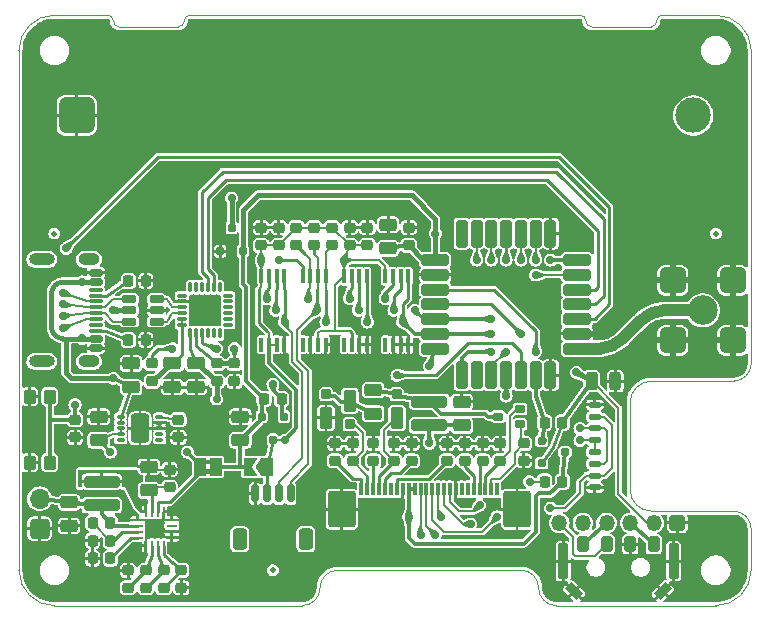
<source format=gbr>
%TF.GenerationSoftware,KiCad,Pcbnew,8.0.8+1*%
%TF.CreationDate,Date%
%TF.ProjectId,LoRa-V3-PCB,4c6f5261-2d56-4332-9d50-43422e6b6963,rev?*%
%TF.SameCoordinates,Original*%
%TF.FileFunction,Copper,L1,Top*%
%TF.FilePolarity,Positive*%
%FSLAX46Y46*%
G04 Gerber Fmt 4.6, Leading zero omitted, Abs format (unit mm)*
G04 Created by KiCad*
%MOMM*%
%LPD*%
G01*
G04 APERTURE LIST*
G04 Aperture macros list*
%AMRoundRect*
0 Rectangle with rounded corners*
0 $1 Rounding radius*
0 $2 $3 $4 $5 $6 $7 $8 $9 X,Y pos of 4 corners*
0 Add a 4 corners polygon primitive as box body*
4,1,4,$2,$3,$4,$5,$6,$7,$8,$9,$2,$3,0*
0 Add four circle primitives for the rounded corners*
1,1,$1+$1,$2,$3*
1,1,$1+$1,$4,$5*
1,1,$1+$1,$6,$7*
1,1,$1+$1,$8,$9*
0 Add four rect primitives between the rounded corners*
20,1,$1+$1,$2,$3,$4,$5,0*
20,1,$1+$1,$4,$5,$6,$7,0*
20,1,$1+$1,$6,$7,$8,$9,0*
20,1,$1+$1,$8,$9,$2,$3,0*%
%AMFreePoly0*
4,1,6,1.000000,0.000000,0.500000,-0.750000,-0.500000,-0.750000,-0.500000,0.750000,0.500000,0.750000,1.000000,0.000000,1.000000,0.000000,$1*%
%AMFreePoly1*
4,1,6,0.500000,-0.750000,-0.650000,-0.750000,-0.150000,0.000000,-0.650000,0.750000,0.500000,0.750000,0.500000,-0.750000,0.500000,-0.750000,$1*%
G04 Aperture macros list end*
%TA.AperFunction,Profile*%
%ADD10C,0.050000*%
%TD*%
%TA.AperFunction,Profile*%
%ADD11C,0.100000*%
%TD*%
%TA.AperFunction,EtchedComponent*%
%ADD12C,0.000000*%
%TD*%
%TA.AperFunction,SMDPad,CuDef*%
%ADD13RoundRect,0.070000X0.105000X-0.530000X0.105000X0.530000X-0.105000X0.530000X-0.105000X-0.530000X0*%
%TD*%
%TA.AperFunction,SMDPad,CuDef*%
%ADD14R,1.000000X1.500000*%
%TD*%
%TA.AperFunction,SMDPad,CuDef*%
%ADD15RoundRect,0.200000X-0.300000X0.400000X-0.300000X-0.400000X0.300000X-0.400000X0.300000X0.400000X0*%
%TD*%
%TA.AperFunction,SMDPad,CuDef*%
%ADD16RoundRect,0.200000X0.550000X-0.300000X0.550000X0.300000X-0.550000X0.300000X-0.550000X-0.300000X0*%
%TD*%
%TA.AperFunction,SMDPad,CuDef*%
%ADD17RoundRect,0.220000X-0.220000X-0.270000X0.220000X-0.270000X0.220000X0.270000X-0.220000X0.270000X0*%
%TD*%
%TA.AperFunction,SMDPad,CuDef*%
%ADD18RoundRect,0.220000X0.220000X0.270000X-0.220000X0.270000X-0.220000X-0.270000X0.220000X-0.270000X0*%
%TD*%
%TA.AperFunction,SMDPad,CuDef*%
%ADD19RoundRect,0.220000X-0.270000X0.220000X-0.270000X-0.220000X0.270000X-0.220000X0.270000X0.220000X0*%
%TD*%
%TA.AperFunction,SMDPad,CuDef*%
%ADD20RoundRect,0.120000X-0.180000X-0.255000X0.180000X-0.255000X0.180000X0.255000X-0.180000X0.255000X0*%
%TD*%
%TA.AperFunction,SMDPad,CuDef*%
%ADD21RoundRect,0.220000X0.270000X-0.220000X0.270000X0.220000X-0.270000X0.220000X-0.270000X-0.220000X0*%
%TD*%
%TA.AperFunction,SMDPad,CuDef*%
%ADD22RoundRect,0.120000X0.180000X0.255000X-0.180000X0.255000X-0.180000X-0.255000X0.180000X-0.255000X0*%
%TD*%
%TA.AperFunction,SMDPad,CuDef*%
%ADD23RoundRect,0.200000X-0.550000X0.300000X-0.550000X-0.300000X0.550000X-0.300000X0.550000X0.300000X0*%
%TD*%
%TA.AperFunction,SMDPad,CuDef*%
%ADD24RoundRect,0.200000X-1.300000X0.300000X-1.300000X-0.300000X1.300000X-0.300000X1.300000X0.300000X0*%
%TD*%
%TA.AperFunction,SMDPad,CuDef*%
%ADD25C,0.500000*%
%TD*%
%TA.AperFunction,SMDPad,CuDef*%
%ADD26RoundRect,0.062500X-0.375000X-0.062500X0.375000X-0.062500X0.375000X0.062500X-0.375000X0.062500X0*%
%TD*%
%TA.AperFunction,SMDPad,CuDef*%
%ADD27RoundRect,0.062500X-0.062500X-0.375000X0.062500X-0.375000X0.062500X0.375000X-0.062500X0.375000X0*%
%TD*%
%TA.AperFunction,HeatsinkPad*%
%ADD28RoundRect,0.240000X-0.560000X-0.560000X0.560000X-0.560000X0.560000X0.560000X-0.560000X0.560000X0*%
%TD*%
%TA.AperFunction,SMDPad,CuDef*%
%ADD29RoundRect,0.120000X0.480000X0.180000X-0.480000X0.180000X-0.480000X-0.180000X0.480000X-0.180000X0*%
%TD*%
%TA.AperFunction,SMDPad,CuDef*%
%ADD30RoundRect,0.060000X-0.265000X0.090000X-0.265000X-0.090000X0.265000X-0.090000X0.265000X0.090000X0*%
%TD*%
%TA.AperFunction,SMDPad,CuDef*%
%ADD31RoundRect,0.310000X-0.465000X0.930000X-0.465000X-0.930000X0.465000X-0.930000X0.465000X0.930000X0*%
%TD*%
%TA.AperFunction,SMDPad,CuDef*%
%ADD32RoundRect,0.132000X0.298000X-0.198000X0.298000X0.198000X-0.298000X0.198000X-0.298000X-0.198000X0*%
%TD*%
%TA.AperFunction,SMDPad,CuDef*%
%ADD33RoundRect,0.165000X0.385000X-0.735000X0.385000X0.735000X-0.385000X0.735000X-0.385000X-0.735000X0*%
%TD*%
%TA.AperFunction,SMDPad,CuDef*%
%ADD34RoundRect,0.120000X0.280000X-0.280000X0.280000X0.280000X-0.280000X0.280000X-0.280000X-0.280000X0*%
%TD*%
%TA.AperFunction,SMDPad,CuDef*%
%ADD35RoundRect,0.200000X1.300000X-0.300000X1.300000X0.300000X-1.300000X0.300000X-1.300000X-0.300000X0*%
%TD*%
%TA.AperFunction,ComponentPad*%
%ADD36RoundRect,0.490196X-1.009804X-1.009804X1.009804X-1.009804X1.009804X1.009804X-1.009804X1.009804X0*%
%TD*%
%TA.AperFunction,ComponentPad*%
%ADD37C,3.000000*%
%TD*%
%TA.AperFunction,ComponentPad*%
%ADD38RoundRect,0.250000X-0.425000X0.425000X-0.425000X-0.425000X0.425000X-0.425000X0.425000X0.425000X0*%
%TD*%
%TA.AperFunction,ComponentPad*%
%ADD39O,1.350000X1.350000*%
%TD*%
%TA.AperFunction,SMDPad,CuDef*%
%ADD40RoundRect,0.060000X-0.365000X-0.090000X0.365000X-0.090000X0.365000X0.090000X-0.365000X0.090000X0*%
%TD*%
%TA.AperFunction,SMDPad,CuDef*%
%ADD41RoundRect,0.060000X-0.090000X-0.365000X0.090000X-0.365000X0.090000X0.365000X-0.090000X0.365000X0*%
%TD*%
%TA.AperFunction,HeatsinkPad*%
%ADD42RoundRect,0.235000X-0.940000X-0.940000X0.940000X-0.940000X0.940000X0.940000X-0.940000X0.940000X0*%
%TD*%
%TA.AperFunction,SMDPad,CuDef*%
%ADD43RoundRect,0.150000X0.350000X0.500000X-0.350000X0.500000X-0.350000X-0.500000X0.350000X-0.500000X0*%
%TD*%
%TA.AperFunction,SMDPad,CuDef*%
%ADD44RoundRect,0.127500X0.297500X1.372500X-0.297500X1.372500X-0.297500X-1.372500X0.297500X-1.372500X0*%
%TD*%
%TA.AperFunction,SMDPad,CuDef*%
%ADD45RoundRect,0.120000X0.608112X0.212132X0.212132X0.608112X-0.608112X-0.212132X-0.212132X-0.608112X0*%
%TD*%
%TA.AperFunction,SMDPad,CuDef*%
%ADD46RoundRect,0.120000X-0.212132X0.608112X-0.608112X0.212132X0.212132X-0.608112X0.608112X-0.212132X0*%
%TD*%
%TA.AperFunction,SMDPad,CuDef*%
%ADD47RoundRect,0.120000X-0.255000X0.180000X-0.255000X-0.180000X0.255000X-0.180000X0.255000X0.180000X0*%
%TD*%
%TA.AperFunction,ComponentPad*%
%ADD48C,2.500000*%
%TD*%
%TA.AperFunction,ComponentPad*%
%ADD49RoundRect,0.440000X0.660000X0.660000X-0.660000X0.660000X-0.660000X-0.660000X0.660000X-0.660000X0*%
%TD*%
%TA.AperFunction,SMDPad,CuDef*%
%ADD50RoundRect,0.200000X-0.300000X-0.550000X0.300000X-0.550000X0.300000X0.550000X-0.300000X0.550000X0*%
%TD*%
%TA.AperFunction,SMDPad,CuDef*%
%ADD51RoundRect,0.150000X-0.150000X-0.625000X0.150000X-0.625000X0.150000X0.625000X-0.150000X0.625000X0*%
%TD*%
%TA.AperFunction,SMDPad,CuDef*%
%ADD52RoundRect,0.250000X-0.350000X-0.650000X0.350000X-0.650000X0.350000X0.650000X-0.350000X0.650000X0*%
%TD*%
%TA.AperFunction,SMDPad,CuDef*%
%ADD53RoundRect,0.230000X-0.920000X-1.320000X0.920000X-1.320000X0.920000X1.320000X-0.920000X1.320000X0*%
%TD*%
%TA.AperFunction,SMDPad,CuDef*%
%ADD54RoundRect,0.060000X-0.090000X-0.490000X0.090000X-0.490000X0.090000X0.490000X-0.090000X0.490000X0*%
%TD*%
%TA.AperFunction,ComponentPad*%
%ADD55RoundRect,0.340000X0.510000X0.510000X-0.510000X0.510000X-0.510000X-0.510000X0.510000X-0.510000X0*%
%TD*%
%TA.AperFunction,ComponentPad*%
%ADD56O,1.700000X1.700000*%
%TD*%
%TA.AperFunction,SMDPad,CuDef*%
%ADD57RoundRect,0.165000X-0.385000X0.735000X-0.385000X-0.735000X0.385000X-0.735000X0.385000X0.735000X0*%
%TD*%
%TA.AperFunction,SMDPad,CuDef*%
%ADD58RoundRect,0.120000X-0.280000X0.280000X-0.280000X-0.280000X0.280000X-0.280000X0.280000X0.280000X0*%
%TD*%
%TA.AperFunction,SMDPad,CuDef*%
%ADD59RoundRect,0.120000X-0.455000X0.180000X-0.455000X-0.180000X0.455000X-0.180000X0.455000X0.180000X0*%
%TD*%
%TA.AperFunction,SMDPad,CuDef*%
%ADD60RoundRect,0.075000X-0.500000X0.075000X-0.500000X-0.075000X0.500000X-0.075000X0.500000X0.075000X0*%
%TD*%
%TA.AperFunction,ComponentPad*%
%ADD61O,1.800000X1.000000*%
%TD*%
%TA.AperFunction,ComponentPad*%
%ADD62O,2.200000X1.000000*%
%TD*%
%TA.AperFunction,SMDPad,CuDef*%
%ADD63RoundRect,0.125000X0.425000X-0.125000X0.425000X0.125000X-0.425000X0.125000X-0.425000X-0.125000X0*%
%TD*%
%TA.AperFunction,SMDPad,CuDef*%
%ADD64RoundRect,0.200000X0.950000X-0.300000X0.950000X0.300000X-0.950000X0.300000X-0.950000X-0.300000X0*%
%TD*%
%TA.AperFunction,SMDPad,CuDef*%
%ADD65RoundRect,0.200000X0.300000X0.950000X-0.300000X0.950000X-0.300000X-0.950000X0.300000X-0.950000X0*%
%TD*%
%TA.AperFunction,SMDPad,CuDef*%
%ADD66RoundRect,0.200000X-0.950000X0.300000X-0.950000X-0.300000X0.950000X-0.300000X0.950000X0.300000X0*%
%TD*%
%TA.AperFunction,SMDPad,CuDef*%
%ADD67RoundRect,0.200000X-0.300000X-0.950000X0.300000X-0.950000X0.300000X0.950000X-0.300000X0.950000X0*%
%TD*%
%TA.AperFunction,SMDPad,CuDef*%
%ADD68FreePoly0,180.000000*%
%TD*%
%TA.AperFunction,SMDPad,CuDef*%
%ADD69FreePoly1,180.000000*%
%TD*%
%TA.AperFunction,ViaPad*%
%ADD70C,0.700000*%
%TD*%
%TA.AperFunction,Conductor*%
%ADD71C,0.200000*%
%TD*%
%TA.AperFunction,Conductor*%
%ADD72C,0.250000*%
%TD*%
%TA.AperFunction,Conductor*%
%ADD73C,0.300000*%
%TD*%
%TA.AperFunction,Conductor*%
%ADD74C,0.400000*%
%TD*%
%TA.AperFunction,Conductor*%
%ADD75C,0.220000*%
%TD*%
%TA.AperFunction,Conductor*%
%ADD76C,1.000000*%
%TD*%
G04 APERTURE END LIST*
D10*
X162500000Y-73000000D02*
G75*
G02*
X162000000Y-72500000I0J500000D01*
G01*
D11*
X114000000Y-75000000D02*
X114000000Y-119000000D01*
X167550000Y-114000000D02*
X174500000Y-114000000D01*
D10*
X128500000Y-72000000D02*
X161500000Y-72000000D01*
D11*
X176000000Y-119000000D02*
G75*
G02*
X173000000Y-122000000I-3000000J0D01*
G01*
D10*
X161500000Y-72000000D02*
G75*
G02*
X162000000Y-72500000I0J-500000D01*
G01*
X122500000Y-73000000D02*
G75*
G02*
X122000000Y-72500000I0J500000D01*
G01*
X128000000Y-72500000D02*
G75*
G02*
X128500000Y-72000000I500000J0D01*
G01*
D11*
X176000000Y-115500000D02*
X176000000Y-119000000D01*
D10*
X167500000Y-73000000D02*
X162500000Y-73000000D01*
D11*
X165750000Y-104800000D02*
G75*
G02*
X167550000Y-103000000I1800000J0D01*
G01*
X139500000Y-120500000D02*
G75*
G02*
X138000000Y-122000000I-1500000J0D01*
G01*
X139500000Y-120500000D02*
G75*
G02*
X141000000Y-119000000I1500000J0D01*
G01*
D10*
X122500000Y-73000000D02*
X127500000Y-73000000D01*
X121500000Y-72000000D02*
G75*
G02*
X122000000Y-72500000I0J-500000D01*
G01*
D11*
X176000000Y-101500000D02*
G75*
G02*
X174500000Y-103000000I-1500000J0D01*
G01*
X117000000Y-122000000D02*
G75*
G02*
X114000000Y-119000000I0J3000000D01*
G01*
D10*
X128000000Y-72500000D02*
G75*
G02*
X127500000Y-73000000I-500000J0D01*
G01*
D11*
X156500000Y-119000000D02*
G75*
G02*
X158000000Y-120500000I0J-1500000D01*
G01*
X174500000Y-103000000D02*
X167550000Y-103000000D01*
X159500000Y-122000000D02*
X173000000Y-122000000D01*
X167550000Y-114000000D02*
G75*
G02*
X165750000Y-112200000I0J1800000D01*
G01*
X165750000Y-104800000D02*
X165750000Y-112200000D01*
X173000000Y-72000000D02*
G75*
G02*
X176000000Y-75000000I0J-3000000D01*
G01*
X156500000Y-119000000D02*
X141000000Y-119000000D01*
D10*
X117000000Y-72000000D02*
X121500000Y-72000000D01*
D11*
X176000000Y-75000000D02*
X176000000Y-101500000D01*
D10*
X168000000Y-72500000D02*
G75*
G02*
X167500000Y-73000000I-500000J0D01*
G01*
D11*
X114000000Y-75000000D02*
G75*
G02*
X117000000Y-72000000I3000000J0D01*
G01*
X174500000Y-114000000D02*
G75*
G02*
X176000000Y-115500000I0J-1500000D01*
G01*
X159500000Y-122000000D02*
G75*
G02*
X158000000Y-120500000I0J1500000D01*
G01*
D10*
X168500000Y-72000000D02*
X173000000Y-72000000D01*
X168000000Y-72500000D02*
G75*
G02*
X168500000Y-72000000I500000J0D01*
G01*
D11*
X117000000Y-122000000D02*
X138000000Y-122000000D01*
D12*
%TA.AperFunction,EtchedComponent*%
%TO.C,JP1*%
G36*
X130250000Y-110050000D02*
G01*
X129750000Y-110050000D01*
X129750000Y-109650000D01*
X130250000Y-109650000D01*
X130250000Y-110050000D01*
G37*
%TD.AperFunction*%
%TA.AperFunction,EtchedComponent*%
G36*
X130250000Y-110850000D02*
G01*
X129750000Y-110850000D01*
X129750000Y-110450000D01*
X130250000Y-110450000D01*
X130250000Y-110850000D01*
G37*
%TD.AperFunction*%
%TD*%
D13*
%TO.P,IC9,1,A0*%
%TO.N,unconnected-(IC9-A0-Pad1)*%
X141525000Y-99900000D03*
%TO.P,IC9,2,A1*%
%TO.N,VDD-SENSORS-EEPROM*%
X142175000Y-99900000D03*
%TO.P,IC9,3,A2*%
%TO.N,GND*%
X142825000Y-99900000D03*
%TO.P,IC9,4,GND*%
X143475000Y-99900000D03*
%TO.P,IC9,5,SDA*%
%TO.N,I2C2-SDA*%
X143475000Y-94100000D03*
%TO.P,IC9,6,SCL*%
%TO.N,I2C2-SCL*%
X142825000Y-94100000D03*
%TO.P,IC9,7,WP*%
%TO.N,~{WRITE-PROTECT}*%
X142175000Y-94100000D03*
%TO.P,IC9,8,VCC*%
%TO.N,VDD-SENSORS-EEPROM*%
X141525000Y-94100000D03*
%TD*%
D14*
%TO.P,JP1,1,A*%
%TO.N,CHG-OUT*%
X129350000Y-110250000D03*
%TO.P,JP1,2,B*%
%TO.N,+3.3V*%
X130650000Y-110250000D03*
%TD*%
D15*
%TO.P,SW1,1,1*%
%TO.N,~{MCU-RESET}*%
X116600000Y-109900000D03*
%TO.P,SW1,2,2*%
%TO.N,GND*%
X114900000Y-109900000D03*
%TO.P,SW1,3,3*%
%TO.N,~{MCU-RESET}*%
X116600000Y-104300000D03*
%TO.P,SW1,4,4*%
%TO.N,GND*%
X114900000Y-104300000D03*
%TD*%
D16*
%TO.P,C15,1*%
%TO.N,Net-(D1-K)*%
X144000000Y-105750000D03*
%TO.P,C15,2*%
%TO.N,Net-(D2-A)*%
X144000000Y-103750000D03*
%TD*%
D17*
%TO.P,R19,1*%
%TO.N,GND*%
X120250000Y-116500000D03*
%TO.P,R19,2*%
%TO.N,Net-(IC4-VOC_SAMP)*%
X121750000Y-116500000D03*
%TD*%
D16*
%TO.P,C25,1*%
%TO.N,+3.3V*%
X132750000Y-108000000D03*
%TO.P,C25,2*%
%TO.N,GND*%
X132750000Y-106000000D03*
%TD*%
D18*
%TO.P,C9,1*%
%TO.N,Net-(IC4-VREF_SAMP)*%
X121750000Y-118000000D03*
%TO.P,C9,2*%
%TO.N,GND*%
X120250000Y-118000000D03*
%TD*%
D19*
%TO.P,R10,1*%
%TO.N,VDD-SENSORS-EEPROM*%
X139000000Y-90000000D03*
%TO.P,R10,2*%
%TO.N,I2C2-SCL*%
X139000000Y-91500000D03*
%TD*%
D20*
%TO.P,Q4,1,G*%
%TO.N,GND*%
X131050000Y-92000000D03*
%TO.P,Q4,2,S*%
%TO.N,+3.3V*%
X132950000Y-92000000D03*
%TO.P,Q4,3,D*%
%TO.N,VBAT*%
X132000000Y-90000000D03*
%TD*%
D21*
%TO.P,R14,1*%
%TO.N,Net-(IC4-VBAT_UV)*%
X126250000Y-120500000D03*
%TO.P,R14,2*%
%TO.N,Net-(IC4-VRDIV)*%
X126250000Y-119000000D03*
%TD*%
D22*
%TO.P,Q3,1,G*%
%TO.N,~{Enable-3.3V-Switched-1}*%
X136450000Y-106000000D03*
%TO.P,Q3,2,S*%
%TO.N,+3.3V*%
X134550000Y-106000000D03*
%TO.P,Q3,3,D*%
%TO.N,VDD-SENSORS-EEPROM*%
X135500000Y-108000000D03*
%TD*%
D21*
%TO.P,R5,1*%
%TO.N,GND*%
X127500000Y-107750000D03*
%TO.P,R5,2*%
%TO.N,Net-(IC12-PROG)*%
X127500000Y-106250000D03*
%TD*%
D19*
%TO.P,C32,1*%
%TO.N,GND*%
X145750000Y-108250000D03*
%TO.P,C32,2*%
%TO.N,PREVGH*%
X145750000Y-109750000D03*
%TD*%
%TO.P,C35,1*%
%TO.N,GND*%
X147250000Y-108250000D03*
%TO.P,C35,2*%
%TO.N,VSH*%
X147250000Y-109750000D03*
%TD*%
D21*
%TO.P,R13,1*%
%TO.N,+5V*%
X130750000Y-103000000D03*
%TO.P,R13,2*%
%TO.N,VBUS*%
X130750000Y-101500000D03*
%TD*%
D23*
%TO.P,C14,1*%
%TO.N,3V*%
X127000000Y-101500000D03*
%TO.P,C14,2*%
%TO.N,GND*%
X127000000Y-103500000D03*
%TD*%
D18*
%TO.P,R7,1*%
%TO.N,GND*%
X124750000Y-94500000D03*
%TO.P,R7,2*%
%TO.N,Net-(CONN1-CC1)*%
X123250000Y-94500000D03*
%TD*%
D24*
%TO.P,L1,1,1*%
%TO.N,Net-(D2-A)*%
X148750000Y-104750000D03*
%TO.P,L1,2,2*%
%TO.N,VDD-Display*%
X148750000Y-106750000D03*
%TD*%
D21*
%TO.P,C6,1*%
%TO.N,VDD-SENSORS-EEPROM*%
X136000000Y-91500000D03*
%TO.P,C6,2*%
%TO.N,GND*%
X136000000Y-90000000D03*
%TD*%
D17*
%TO.P,R2,1*%
%TO.N,Net-(IC4-VOC_SAMP)*%
X120250000Y-115000000D03*
%TO.P,R2,2*%
%TO.N,Solar+*%
X121750000Y-115000000D03*
%TD*%
D13*
%TO.P,IC11,1,A0*%
%TO.N,unconnected-(IC11-A0-Pad1)*%
X134525000Y-99900000D03*
%TO.P,IC11,2,A1*%
%TO.N,VDD-SENSORS-EEPROM*%
X135175000Y-99900000D03*
%TO.P,IC11,3,A2*%
X135825000Y-99900000D03*
%TO.P,IC11,4,GND*%
%TO.N,GND*%
X136475000Y-99900000D03*
%TO.P,IC11,5,SDA*%
%TO.N,I2C2-SDA*%
X136475000Y-94100000D03*
%TO.P,IC11,6,SCL*%
%TO.N,I2C2-SCL*%
X135825000Y-94100000D03*
%TO.P,IC11,7,WP*%
%TO.N,~{WRITE-PROTECT}*%
X135175000Y-94100000D03*
%TO.P,IC11,8,VCC*%
%TO.N,VDD-SENSORS-EEPROM*%
X134525000Y-94100000D03*
%TD*%
D25*
%TO.P,F2,*%
%TO.N,*%
X117000000Y-90500000D03*
%TD*%
D26*
%TO.P,IC4,1,VSS*%
%TO.N,GND*%
X124062500Y-114750000D03*
%TO.P,IC4,2,VIN_DC*%
%TO.N,Solar+*%
X124062500Y-115250000D03*
%TO.P,IC4,3,VOC_SAMP*%
%TO.N,Net-(IC4-VOC_SAMP)*%
X124062500Y-115750000D03*
%TO.P,IC4,4,VREF_SAMP*%
%TO.N,Net-(IC4-VREF_SAMP)*%
X124062500Y-116250000D03*
D27*
%TO.P,IC4,5,OT_PROG*%
%TO.N,GND*%
X124750000Y-116937500D03*
%TO.P,IC4,6,VBAT_OV*%
%TO.N,Net-(IC4-VBAT_OV)*%
X125250000Y-116937500D03*
%TO.P,IC4,7,VRDIV*%
%TO.N,Net-(IC4-VRDIV)*%
X125750000Y-116937500D03*
%TO.P,IC4,8,VBAT_UV*%
%TO.N,Net-(IC4-VBAT_UV)*%
X126250000Y-116937500D03*
D26*
%TO.P,IC4,9,OK_HYST*%
%TO.N,GND*%
X126937500Y-116250000D03*
%TO.P,IC4,10,OK_PROG*%
X126937500Y-115750000D03*
%TO.P,IC4,11,VBAT_OK*%
%TO.N,unconnected-(IC4-VBAT_OK-Pad11)*%
X126937500Y-115250000D03*
%TO.P,IC4,12,AVSS*%
%TO.N,GND*%
X126937500Y-114750000D03*
D27*
%TO.P,IC4,13,VSS*%
X126250000Y-114062500D03*
%TO.P,IC4,14,VBAT*%
%TO.N,CHG-OUT*%
X125750000Y-114062500D03*
%TO.P,IC4,15,VSTOR*%
%TO.N,Net-(IC4-VSTOR)*%
X125250000Y-114062500D03*
%TO.P,IC4,16,LBST*%
%TO.N,Net-(IC4-LBST)*%
X124750000Y-114062500D03*
D28*
%TO.P,IC4,17,EP*%
%TO.N,GND*%
X125500000Y-115500000D03*
%TD*%
D29*
%TO.P,IC3,1,I/O1_1*%
%TO.N,D-*%
X125650000Y-97950000D03*
%TO.P,IC3,2,GND*%
%TO.N,GND*%
X125650000Y-97000000D03*
%TO.P,IC3,3,I/O2_1*%
%TO.N,D+*%
X125650000Y-96050000D03*
%TO.P,IC3,4,I/O2_2*%
%TO.N,D+CONN*%
X123350000Y-96050000D03*
%TO.P,IC3,5,VBUS*%
%TO.N,+5V*%
X123350000Y-97000000D03*
%TO.P,IC3,6,I/O1_2*%
%TO.N,D-CONN*%
X123350000Y-97950000D03*
%TD*%
D19*
%TO.P,C31,1*%
%TO.N,GND*%
X151750000Y-108250000D03*
%TO.P,C31,2*%
%TO.N,VGH*%
X151750000Y-109750000D03*
%TD*%
D30*
%TO.P,IC12,1,VDD*%
%TO.N,+5V*%
X122600000Y-106000000D03*
%TO.P,IC12,2,VDD*%
X122600000Y-106500000D03*
%TO.P,IC12,3,VBAT*%
%TO.N,CHG-OUT*%
X122600000Y-107000000D03*
%TO.P,IC12,4,VBAT*%
X122600000Y-107500000D03*
%TO.P,IC12,5,NC1*%
%TO.N,unconnected-(IC12-NC1-Pad5)*%
X122600000Y-108000000D03*
%TO.P,IC12,6,NC2*%
%TO.N,unconnected-(IC12-NC2-Pad6)*%
X125900000Y-108000000D03*
%TO.P,IC12,7,STAT*%
%TO.N,unconnected-(IC12-STAT-Pad7)*%
X125900000Y-107500000D03*
%TO.P,IC12,8,GND*%
%TO.N,GND*%
X125900000Y-107000000D03*
%TO.P,IC12,9,GND*%
X125900000Y-106500000D03*
%TO.P,IC12,10,PROG*%
%TO.N,Net-(IC12-PROG)*%
X125900000Y-106000000D03*
D31*
%TO.P,IC12,EP,EP*%
%TO.N,GND*%
X124250000Y-107000000D03*
%TD*%
D19*
%TO.P,R21,1*%
%TO.N,GND*%
X123250000Y-119000000D03*
%TO.P,R21,2*%
%TO.N,Net-(IC4-VBAT_OV)*%
X123250000Y-120500000D03*
%TD*%
D32*
%TO.P,Q1,1,G*%
%TO.N,GATE-DRIVE*%
X156425000Y-106650000D03*
%TO.P,Q1,2,S*%
%TO.N,CURRENT-SENSE*%
X156425000Y-105350000D03*
%TO.P,Q1,3,D*%
%TO.N,Net-(D2-A)*%
X154575000Y-106000000D03*
%TD*%
D21*
%TO.P,R3,1*%
%TO.N,3V*%
X125250000Y-103000000D03*
%TO.P,R3,2*%
%TO.N,RST*%
X125250000Y-101500000D03*
%TD*%
D33*
%TO.P,D3,1,K*%
%TO.N,GND*%
X140000000Y-106100000D03*
D34*
%TO.P,D3,2,A*%
%TO.N,Net-(D1-K)*%
X140000000Y-104100000D03*
%TD*%
D35*
%TO.P,L2,1,1*%
%TO.N,Solar+*%
X121000000Y-113500000D03*
%TO.P,L2,2,2*%
%TO.N,Net-(IC4-LBST)*%
X121000000Y-111500000D03*
%TD*%
D16*
%TO.P,C26,1*%
%TO.N,+3.3V*%
X145250000Y-91750000D03*
%TO.P,C26,2*%
%TO.N,GND*%
X145250000Y-89750000D03*
%TD*%
D13*
%TO.P,IC10,1,A0*%
%TO.N,unconnected-(IC10-A0-Pad1)*%
X138025000Y-99900000D03*
%TO.P,IC10,2,A1*%
%TO.N,GND*%
X138675000Y-99900000D03*
%TO.P,IC10,3,A2*%
%TO.N,VDD-SENSORS-EEPROM*%
X139325000Y-99900000D03*
%TO.P,IC10,4,GND*%
%TO.N,GND*%
X139975000Y-99900000D03*
%TO.P,IC10,5,SDA*%
%TO.N,I2C2-SDA*%
X139975000Y-94100000D03*
%TO.P,IC10,6,SCL*%
%TO.N,I2C2-SCL*%
X139325000Y-94100000D03*
%TO.P,IC10,7,WP*%
%TO.N,~{WRITE-PROTECT}*%
X138675000Y-94100000D03*
%TO.P,IC10,8,VCC*%
%TO.N,VDD-SENSORS-EEPROM*%
X138025000Y-94100000D03*
%TD*%
%TO.P,IC8,1,A0*%
%TO.N,unconnected-(IC8-A0-Pad1)*%
X145025000Y-99900000D03*
%TO.P,IC8,2,A1*%
%TO.N,GND*%
X145675000Y-99900000D03*
%TO.P,IC8,3,A2*%
X146325000Y-99900000D03*
%TO.P,IC8,4,GND*%
X146975000Y-99900000D03*
%TO.P,IC8,5,SDA*%
%TO.N,I2C2-SDA*%
X146975000Y-94100000D03*
%TO.P,IC8,6,SCL*%
%TO.N,I2C2-SCL*%
X146325000Y-94100000D03*
%TO.P,IC8,7,WP*%
%TO.N,~{WRITE-PROTECT}*%
X145675000Y-94100000D03*
%TO.P,IC8,8,VCC*%
%TO.N,VDD-SENSORS-EEPROM*%
X145025000Y-94100000D03*
%TD*%
D18*
%TO.P,R23,1*%
%TO.N,VDD-Display*%
X160000000Y-111500000D03*
%TO.P,R23,2*%
%TO.N,VDD-Display-Charge*%
X158500000Y-111500000D03*
%TD*%
D19*
%TO.P,C2,1*%
%TO.N,~{MCU-RESET}*%
X118750000Y-106250000D03*
%TO.P,C2,2*%
%TO.N,GND*%
X118750000Y-107750000D03*
%TD*%
D21*
%TO.P,C10,1*%
%TO.N,Net-(IC4-VSTOR)*%
X126750000Y-112000000D03*
%TO.P,C10,2*%
%TO.N,GND*%
X126750000Y-110500000D03*
%TD*%
D36*
%TO.P,CONN2,1,-*%
%TO.N,GND*%
X118900000Y-80500000D03*
D37*
%TO.P,CONN2,2,+*%
%TO.N,VBAT*%
X171100000Y-80500000D03*
%TD*%
D38*
%TO.P,CONN8,1,Pin_1*%
%TO.N,GND*%
X169750000Y-115000000D03*
D39*
%TO.P,CONN8,2,Pin_2*%
%TO.N,+3.3V*%
X167750000Y-115000000D03*
%TO.P,CONN8,3,Pin_3*%
%TO.N,SWCLK*%
X165750000Y-115000000D03*
%TO.P,CONN8,4,Pin_4*%
%TO.N,SWDIO*%
X163750000Y-115000000D03*
%TO.P,CONN8,5,Pin_5*%
%TO.N,UART1-TX*%
X161750000Y-115000000D03*
%TO.P,CONN8,6,Pin_6*%
%TO.N,SWO*%
X159750000Y-115000000D03*
%TD*%
D19*
%TO.P,C36,1*%
%TO.N,GND*%
X144000000Y-108250000D03*
%TO.P,C36,2*%
%TO.N,VSL*%
X144000000Y-109750000D03*
%TD*%
D25*
%TO.P,F1,*%
%TO.N,*%
X135500000Y-119000000D03*
%TD*%
D40*
%TO.P,IC2,1,~{RI}/CLK*%
%TO.N,unconnected-(IC2-~{RI}{slash}CLK-Pad1)*%
X127800000Y-95750000D03*
%TO.P,IC2,2,GND*%
%TO.N,GND*%
X127800000Y-96250000D03*
%TO.P,IC2,3,D+*%
%TO.N,D+*%
X127800000Y-96750000D03*
%TO.P,IC2,4,D-*%
%TO.N,D-*%
X127800000Y-97250000D03*
%TO.P,IC2,5,VIO*%
%TO.N,3V*%
X127800000Y-97750000D03*
%TO.P,IC2,6,VDD*%
X127800000Y-98250000D03*
D41*
%TO.P,IC2,7,VREGIN*%
%TO.N,+5V*%
X128500000Y-98950000D03*
%TO.P,IC2,8,VBUS*%
%TO.N,VBUS*%
X129000000Y-98950000D03*
%TO.P,IC2,9,~{RST}*%
%TO.N,RST*%
X129500000Y-98950000D03*
%TO.P,IC2,10,NC*%
%TO.N,unconnected-(IC2-NC-Pad10)*%
X130000000Y-98950000D03*
%TO.P,IC2,11,~{WAKEUP}/GPIO.3*%
%TO.N,unconnected-(IC2-~{WAKEUP}{slash}GPIO.3-Pad11)*%
X130500000Y-98950000D03*
%TO.P,IC2,12,RS485/GPIO.2*%
%TO.N,unconnected-(IC2-RS485{slash}GPIO.2-Pad12)*%
X131000000Y-98950000D03*
D40*
%TO.P,IC2,13,~{RXT}/GPIO.1*%
%TO.N,unconnected-(IC2-~{RXT}{slash}GPIO.1-Pad13)*%
X131700000Y-98250000D03*
%TO.P,IC2,14,~{TXT}/GPIO.0*%
%TO.N,unconnected-(IC2-~{TXT}{slash}GPIO.0-Pad14)*%
X131700000Y-97750000D03*
%TO.P,IC2,15,~{SUSPEND}*%
%TO.N,unconnected-(IC2-~{SUSPEND}-Pad15)*%
X131700000Y-97250000D03*
%TO.P,IC2,16,NC*%
%TO.N,unconnected-(IC2-NC-Pad16)*%
X131700000Y-96750000D03*
%TO.P,IC2,17,SUSPEND*%
%TO.N,unconnected-(IC2-SUSPEND-Pad17)*%
X131700000Y-96250000D03*
%TO.P,IC2,18,~{CTS}*%
%TO.N,unconnected-(IC2-~{CTS}-Pad18)*%
X131700000Y-95750000D03*
D41*
%TO.P,IC2,19,~{RTS}*%
%TO.N,unconnected-(IC2-~{RTS}-Pad19)*%
X131000000Y-95050000D03*
%TO.P,IC2,20,RXD*%
%TO.N,UART2-TX*%
X130500000Y-95050000D03*
%TO.P,IC2,21,TXD*%
%TO.N,UART2-RX*%
X130000000Y-95050000D03*
%TO.P,IC2,22,~{DSR}*%
%TO.N,unconnected-(IC2-~{DSR}-Pad22)*%
X129500000Y-95050000D03*
%TO.P,IC2,23,~{DTR}*%
%TO.N,unconnected-(IC2-~{DTR}-Pad23)*%
X129000000Y-95050000D03*
%TO.P,IC2,24,~{DCD}*%
%TO.N,unconnected-(IC2-~{DCD}-Pad24)*%
X128500000Y-95050000D03*
D42*
%TO.P,IC2,25,EP*%
%TO.N,GND*%
X129750000Y-97000000D03*
%TD*%
D43*
%TO.P,SW2,1,1*%
%TO.N,SWCLK*%
X167750000Y-116800000D03*
%TO.P,SW2,2,2*%
%TO.N,SWDIO*%
X161750000Y-116800000D03*
%TO.P,SW2,C,C*%
%TO.N,GND*%
X165750000Y-116800000D03*
D44*
%TO.P,SW2,EP,EP*%
X169425000Y-118250000D03*
D45*
X168500000Y-120800000D03*
D46*
X161000000Y-120800000D03*
D44*
X160075000Y-118250000D03*
D43*
%TO.P,SW2,T,T*%
%TO.N,SWO*%
X163750000Y-116800000D03*
%TD*%
D19*
%TO.P,R20,1*%
%TO.N,Net-(IC4-VBAT_OV)*%
X124750000Y-119000000D03*
%TO.P,R20,2*%
%TO.N,Net-(IC4-VRDIV)*%
X124750000Y-120500000D03*
%TD*%
D47*
%TO.P,Q2,1,G*%
%TO.N,~{Enable-3.3V-Switched-0}*%
X158250000Y-108050000D03*
%TO.P,Q2,2,S*%
%TO.N,+3.3V*%
X158250000Y-109950000D03*
%TO.P,Q2,3,D*%
%TO.N,VDD-Display*%
X160250000Y-109000000D03*
%TD*%
D48*
%TO.P,CONN5,1,In*%
%TO.N,RF*%
X171900000Y-97000000D03*
D49*
%TO.P,CONN5,2,Ext*%
%TO.N,GND*%
X174440000Y-99540000D03*
X174440000Y-94460000D03*
X169360000Y-99540000D03*
X169360000Y-94460000D03*
%TD*%
D33*
%TO.P,D2,1,K*%
%TO.N,PREVGH*%
X146000000Y-106100000D03*
D34*
%TO.P,D2,2,A*%
%TO.N,Net-(D2-A)*%
X146000000Y-104100000D03*
%TD*%
D50*
%TO.P,C27,1*%
%TO.N,+3.3V*%
X162500000Y-103000000D03*
%TO.P,C27,2*%
%TO.N,GND*%
X164500000Y-103000000D03*
%TD*%
D51*
%TO.P,CONN3,1,GND*%
%TO.N,GND*%
X134000000Y-112500000D03*
%TO.P,CONN3,2,VCC*%
%TO.N,VDD-SENSORS-EEPROM*%
X135000000Y-112500000D03*
%TO.P,CONN3,3,SDA*%
%TO.N,I2C2-SDA*%
X136000000Y-112500000D03*
%TO.P,CONN3,4,SCL*%
%TO.N,I2C2-SCL*%
X137000000Y-112500000D03*
D52*
%TO.P,CONN3,MP1,MP1*%
%TO.N,unconnected-(CONN3-PadMP1)*%
X132700000Y-116375000D03*
%TO.P,CONN3,MP2,MP2*%
%TO.N,unconnected-(CONN3-PadMP2)*%
X138300000Y-116375000D03*
%TD*%
D21*
%TO.P,C1,1*%
%TO.N,+3.3V*%
X147000000Y-91500000D03*
%TO.P,C1,2*%
%TO.N,GND*%
X147000000Y-90000000D03*
%TD*%
D19*
%TO.P,C34,1*%
%TO.N,GND*%
X150250000Y-108250000D03*
%TO.P,C34,2*%
%TO.N,VDD*%
X150250000Y-109750000D03*
%TD*%
%TO.P,C33,1*%
%TO.N,GND*%
X142250000Y-108250000D03*
%TO.P,C33,2*%
%TO.N,PREVGL*%
X142250000Y-109750000D03*
%TD*%
%TO.P,R9,1*%
%TO.N,VDD-SENSORS-EEPROM*%
X140500000Y-90000000D03*
%TO.P,R9,2*%
%TO.N,I2C2-SDA*%
X140500000Y-91500000D03*
%TD*%
D21*
%TO.P,C8,1*%
%TO.N,VDD-SENSORS-EEPROM*%
X143500000Y-91500000D03*
%TO.P,C8,2*%
%TO.N,GND*%
X143500000Y-90000000D03*
%TD*%
D23*
%TO.P,C13,1*%
%TO.N,+5V*%
X129000000Y-101500000D03*
%TO.P,C13,2*%
%TO.N,GND*%
X129000000Y-103500000D03*
%TD*%
D16*
%TO.P,C11,1*%
%TO.N,+5V*%
X123500000Y-103500000D03*
%TO.P,C11,2*%
%TO.N,GND*%
X123500000Y-101500000D03*
%TD*%
D19*
%TO.P,C37,1*%
%TO.N,GND*%
X140750000Y-108250000D03*
%TO.P,C37,2*%
%TO.N,VCOM*%
X140750000Y-109750000D03*
%TD*%
D18*
%TO.P,R18,1*%
%TO.N,~{Enable-3.3V-Switched-1}*%
X136250000Y-104500000D03*
%TO.P,R18,2*%
%TO.N,+3.3V*%
X134750000Y-104500000D03*
%TD*%
%TO.P,R6,1*%
%TO.N,GND*%
X124750000Y-99500000D03*
%TO.P,R6,2*%
%TO.N,Net-(CONN1-CC2)*%
X123250000Y-99500000D03*
%TD*%
D53*
%TO.P,CONN6,0,GND*%
%TO.N,GND*%
X141330000Y-113850000D03*
X156170000Y-113850000D03*
D54*
%TO.P,CONN6,1,Pin_1*%
%TO.N,unconnected-(CONN6-Pin_1-Pad1)*%
X154500000Y-112150000D03*
%TO.P,CONN6,2,Pin_2*%
%TO.N,GATE-DRIVE*%
X154000000Y-112150000D03*
%TO.P,CONN6,3,Pin_3*%
%TO.N,CURRENT-SENSE*%
X153500000Y-112150000D03*
%TO.P,CONN6,4,Pin_4*%
%TO.N,VGL*%
X153000000Y-112150000D03*
%TO.P,CONN6,5,Pin_5*%
%TO.N,VGH*%
X152500000Y-112150000D03*
%TO.P,CONN6,6,Pin_6*%
%TO.N,unconnected-(CONN6-Pin_6-Pad6)*%
X152000000Y-112150000D03*
%TO.P,CONN6,7,Pin_7*%
%TO.N,unconnected-(CONN6-Pin_7-Pad7)*%
X151500000Y-112150000D03*
%TO.P,CONN6,8,Pin_8*%
%TO.N,GND*%
X151000000Y-112150000D03*
%TO.P,CONN6,9,Pin_9*%
%TO.N,DISPLAY-BUSY*%
X150500000Y-112150000D03*
%TO.P,CONN6,10,Pin_10*%
%TO.N,~{DISPLAY-RESET}*%
X150000000Y-112150000D03*
%TO.P,CONN6,11,Pin_11*%
%TO.N,DISPLAY-D{slash}C*%
X149500000Y-112150000D03*
%TO.P,CONN6,12,Pin_12*%
%TO.N,~{DISPLAY-CS}*%
X149000000Y-112150000D03*
%TO.P,CONN6,13,Pin_13*%
%TO.N,SPI2-SCK*%
X148500000Y-112150000D03*
%TO.P,CONN6,14,Pin_14*%
%TO.N,SPI2-MOSI*%
X148000000Y-112150000D03*
%TO.P,CONN6,15,Pin_15*%
%TO.N,VDD-Display*%
X147500000Y-112150000D03*
%TO.P,CONN6,16,Pin_16*%
X147000000Y-112150000D03*
%TO.P,CONN6,17,Pin_17*%
%TO.N,GND*%
X146500000Y-112150000D03*
%TO.P,CONN6,18,Pin_18*%
%TO.N,VDD*%
X146000000Y-112150000D03*
%TO.P,CONN6,19,Pin_19*%
%TO.N,unconnected-(CONN6-Pin_19-Pad19)*%
X145500000Y-112150000D03*
%TO.P,CONN6,20,Pin_20*%
%TO.N,VSH*%
X145000000Y-112150000D03*
%TO.P,CONN6,21,Pin_21*%
%TO.N,PREVGH*%
X144500000Y-112150000D03*
%TO.P,CONN6,22,Pin_22*%
%TO.N,VSL*%
X144000000Y-112150000D03*
%TO.P,CONN6,23,Pin_23*%
%TO.N,PREVGL*%
X143500000Y-112150000D03*
%TO.P,CONN6,24,Pin_24*%
%TO.N,VCOM*%
X143000000Y-112150000D03*
%TD*%
D55*
%TO.P,CONN4,1,-*%
%TO.N,GND*%
X115750000Y-115500000D03*
D56*
%TO.P,CONN4,2,+*%
%TO.N,Solar+*%
X115750000Y-112960000D03*
%TD*%
D57*
%TO.P,D1,1,K*%
%TO.N,Net-(D1-K)*%
X142000000Y-104650000D03*
D58*
%TO.P,D1,2,A*%
%TO.N,PREVGL*%
X142000000Y-106650000D03*
%TD*%
D16*
%TO.P,C18,1*%
%TO.N,VDD-Display*%
X151500000Y-106750000D03*
%TO.P,C18,2*%
%TO.N,GND*%
X151500000Y-104750000D03*
%TD*%
D21*
%TO.P,C5,1*%
%TO.N,VDD-SENSORS-EEPROM*%
X142000000Y-91500000D03*
%TO.P,C5,2*%
%TO.N,GND*%
X142000000Y-90000000D03*
%TD*%
D59*
%TO.P,CONN1,A1-B12,GND*%
%TO.N,GND*%
X120505000Y-93800000D03*
%TO.P,CONN1,A4-B9,VBUS*%
%TO.N,+5V*%
X120505000Y-94600000D03*
D60*
%TO.P,CONN1,A5,CC1*%
%TO.N,Net-(CONN1-CC1)*%
X120505000Y-95750000D03*
%TO.P,CONN1,A6,D+*%
%TO.N,D+CONN*%
X120505000Y-96750000D03*
%TO.P,CONN1,A7,D-*%
%TO.N,D-CONN*%
X120505000Y-97250000D03*
%TO.P,CONN1,A8,SBU1*%
%TO.N,unconnected-(CONN1-SBU1-PadA8)*%
X120505000Y-98250000D03*
D59*
%TO.P,CONN1,B1-A12,GND*%
%TO.N,GND*%
X120505000Y-100200000D03*
%TO.P,CONN1,B4-A9,VBUS*%
%TO.N,+5V*%
X120505000Y-99400000D03*
D60*
%TO.P,CONN1,B5,CC2*%
%TO.N,Net-(CONN1-CC2)*%
X120505000Y-98750000D03*
%TO.P,CONN1,B6,D+*%
%TO.N,D+CONN*%
X120505000Y-97750000D03*
%TO.P,CONN1,B7,D-*%
%TO.N,D-CONN*%
X120505000Y-96250000D03*
%TO.P,CONN1,B8,SBU2*%
%TO.N,unconnected-(CONN1-SBU2-PadB8)*%
X120505000Y-95250000D03*
D61*
%TO.P,CONN1,S1,Shield*%
%TO.N,unconnected-(CONN1-Shield-PadS1)*%
X119930000Y-92680000D03*
%TO.P,CONN1,S2,Shield*%
%TO.N,unconnected-(CONN1-Shield-PadS2)*%
X119930000Y-101320000D03*
D62*
%TO.P,CONN1,S3,Shield*%
%TO.N,unconnected-(CONN1-Shield-PadS3)*%
X115930000Y-92680000D03*
%TO.P,CONN1,S4,Shield*%
%TO.N,unconnected-(CONN1-Shield-PadS4)*%
X115930000Y-101320000D03*
%TD*%
D19*
%TO.P,R8,1*%
%TO.N,VDD-SENSORS-EEPROM*%
X137500000Y-90000000D03*
%TO.P,R8,2*%
%TO.N,~{WRITE-PROTECT}*%
X137500000Y-91500000D03*
%TD*%
D21*
%TO.P,R11,1*%
%TO.N,GND*%
X127750000Y-120500000D03*
%TO.P,R11,2*%
%TO.N,Net-(IC4-VBAT_UV)*%
X127750000Y-119000000D03*
%TD*%
D63*
%TO.P,CONN7,1,GND__*%
%TO.N,GND*%
X162750000Y-112000000D03*
%TO.P,CONN7,2,VDD__*%
%TO.N,VDD-SENSORS-EEPROM*%
X162750000Y-111000000D03*
%TO.P,CONN7,3,SDA__*%
%TO.N,I2C2-SDA*%
X162750000Y-110000000D03*
%TO.P,CONN7,4,SCL__*%
%TO.N,I2C2-SCL*%
X162750000Y-109000000D03*
%TO.P,CONN7,5,SCL__*%
X162750000Y-108000000D03*
%TO.P,CONN7,6,SDA__*%
%TO.N,I2C2-SDA*%
X162750000Y-107000000D03*
%TO.P,CONN7,7,VDD__*%
%TO.N,VDD-SENSORS-EEPROM*%
X162750000Y-106000000D03*
%TO.P,CONN7,8,GND__*%
%TO.N,GND*%
X162750000Y-105000000D03*
%TD*%
D19*
%TO.P,C30,1*%
%TO.N,GND*%
X153250000Y-108250000D03*
%TO.P,C30,2*%
%TO.N,VGL*%
X153250000Y-109750000D03*
%TD*%
D21*
%TO.P,C7,1*%
%TO.N,VDD-SENSORS-EEPROM*%
X134500000Y-91500000D03*
%TO.P,C7,2*%
%TO.N,GND*%
X134500000Y-90000000D03*
%TD*%
D23*
%TO.P,C17,1*%
%TO.N,Solar+*%
X118250000Y-113250000D03*
%TO.P,C17,2*%
%TO.N,GND*%
X118250000Y-115250000D03*
%TD*%
D25*
%TO.P,F3,*%
%TO.N,*%
X173000000Y-90500000D03*
%TD*%
D64*
%TO.P,IC1,1,VCC*%
%TO.N,+3.3V*%
X149250000Y-92750000D03*
%TO.P,IC1,2,GND*%
%TO.N,GND*%
X149250000Y-94000000D03*
%TO.P,IC1,3,PA13*%
%TO.N,SWDIO*%
X149250000Y-95250000D03*
%TO.P,IC1,4,PA14*%
%TO.N,SWCLK*%
X149250000Y-96500000D03*
%TO.P,IC1,5,PB15*%
%TO.N,I2C2-SCL*%
X149250000Y-97750000D03*
%TO.P,IC1,6,PA15*%
%TO.N,I2C2-SDA*%
X149250000Y-99000000D03*
%TO.P,IC1,7,PB4*%
%TO.N,VBUS*%
X149250000Y-100250000D03*
D65*
%TO.P,IC1,8,PB3*%
%TO.N,SWO*%
X151500000Y-102500000D03*
%TO.P,IC1,9,PB7*%
%TO.N,unconnected-(IC1-PB7-Pad9)*%
X152750000Y-102500000D03*
%TO.P,IC1,10,PB6*%
%TO.N,UART1-TX*%
X154000000Y-102500000D03*
%TO.P,IC1,11,PB5*%
%TO.N,~{DISPLAY-CS}*%
X155250000Y-102500000D03*
%TO.P,IC1,12,PC1*%
%TO.N,~{Enable-3.3V-Switched-1}*%
X156500000Y-102500000D03*
%TO.P,IC1,13,PC0*%
%TO.N,~{Enable-3.3V-Switched-0}*%
X157750000Y-102500000D03*
%TO.P,IC1,14,GND*%
%TO.N,GND*%
X159000000Y-102500000D03*
D66*
%TO.P,IC1,15,RFIO*%
%TO.N,RF*%
X161250000Y-100250000D03*
%TO.P,IC1,16,GND*%
%TO.N,GND*%
X161250000Y-99000000D03*
%TO.P,IC1,17,RST*%
%TO.N,~{MCU-RESET}*%
X161250000Y-97750000D03*
%TO.P,IC1,18,PA3*%
%TO.N,UART2-RX*%
X161250000Y-96500000D03*
%TO.P,IC1,19,PA2*%
%TO.N,UART2-TX*%
X161250000Y-95250000D03*
%TO.P,IC1,20,PB10*%
%TO.N,DISPLAY-BUSY*%
X161250000Y-94000000D03*
%TO.P,IC1,21,PA9*%
%TO.N,VDD-Display-Charge*%
X161250000Y-92750000D03*
D67*
%TO.P,IC1,22,GND*%
%TO.N,GND*%
X159000000Y-90500000D03*
%TO.P,IC1,23,PA0*%
%TO.N,~{DISPLAY-RESET}*%
X157750000Y-90500000D03*
%TO.P,IC1,24,PB13~{}*%
%TO.N,SPI2-SCK*%
X156500000Y-90500000D03*
%TO.P,IC1,25,PB9*%
%TO.N,~{WRITE-PROTECT}*%
X155250000Y-90500000D03*
%TO.P,IC1,26,PB14*%
%TO.N,DISPLAY-D{slash}C*%
X154000000Y-90500000D03*
%TO.P,IC1,27,PA10*%
%TO.N,SPI2-MOSI*%
X152750000Y-90500000D03*
%TO.P,IC1,28,PB0*%
%TO.N,unconnected-(IC1-PB0-Pad28)*%
X151500000Y-90500000D03*
%TD*%
D16*
%TO.P,C16,1*%
%TO.N,Net-(IC4-VSTOR)*%
X125000000Y-112250000D03*
%TO.P,C16,2*%
%TO.N,GND*%
X125000000Y-110250000D03*
%TD*%
D17*
%TO.P,R17,1*%
%TO.N,~{Enable-3.3V-Switched-0}*%
X158500000Y-106500000D03*
%TO.P,R17,2*%
%TO.N,+3.3V*%
X160000000Y-106500000D03*
%TD*%
D21*
%TO.P,R1,1*%
%TO.N,CURRENT-SENSE*%
X154750000Y-109750000D03*
%TO.P,R1,2*%
%TO.N,GND*%
X154750000Y-108250000D03*
%TD*%
D68*
%TO.P,JP2,1,A*%
%TO.N,VDD-SENSORS-EEPROM*%
X134975000Y-110250000D03*
D69*
%TO.P,JP2,2,B*%
%TO.N,+3.3V*%
X133525000Y-110250000D03*
%TD*%
D16*
%TO.P,C12,1*%
%TO.N,CHG-OUT*%
X120750000Y-108000000D03*
%TO.P,C12,2*%
%TO.N,GND*%
X120750000Y-106000000D03*
%TD*%
D19*
%TO.P,R15,1*%
%TO.N,VBUS*%
X132250000Y-101500000D03*
%TO.P,R15,2*%
%TO.N,GND*%
X132250000Y-103000000D03*
%TD*%
D21*
%TO.P,R12,1*%
%TO.N,GND*%
X156750000Y-109750000D03*
%TO.P,R12,2*%
%TO.N,GATE-DRIVE*%
X156750000Y-108250000D03*
%TD*%
D70*
%TO.N,GND*%
X137000000Y-121000000D03*
X139500000Y-108000000D03*
X167380274Y-98674914D03*
X115000000Y-107000000D03*
X128250000Y-115500000D03*
X115000000Y-85000000D03*
X153750000Y-107000000D03*
X121000000Y-104750000D03*
X165750000Y-103000000D03*
X150000000Y-111000000D03*
X130300000Y-97525000D03*
X119000000Y-121000000D03*
X132250000Y-104250000D03*
X164369744Y-98575069D03*
X129000000Y-73000000D03*
X161000000Y-73000000D03*
X134500000Y-102250000D03*
X126000000Y-99500000D03*
X148750000Y-109750000D03*
X143500000Y-88750000D03*
X137000000Y-73000000D03*
X159000000Y-88500000D03*
X128750000Y-107750000D03*
X163266473Y-101344388D03*
X134000000Y-114000000D03*
X167067018Y-96258049D03*
X118750000Y-109000000D03*
X143000000Y-101250000D03*
X160500000Y-90000000D03*
X127000000Y-104750000D03*
X165862368Y-97082444D03*
X129200000Y-97525000D03*
X119000000Y-116500000D03*
X175000000Y-117000000D03*
X169000000Y-73000000D03*
X123500000Y-109750000D03*
X122000000Y-93800000D03*
X136000000Y-88750000D03*
X143250000Y-113850000D03*
X128000000Y-110500000D03*
X115000000Y-99750000D03*
X123250000Y-117750000D03*
X129000000Y-104750000D03*
X161500000Y-109500000D03*
X153000000Y-73000000D03*
X165887616Y-100167571D03*
X175000000Y-87000000D03*
X147000000Y-101250000D03*
X145250000Y-88500000D03*
X144000000Y-107000000D03*
X134500000Y-88750000D03*
X156250000Y-111250000D03*
X147000000Y-88750000D03*
X136250000Y-101250000D03*
X151500000Y-113250000D03*
X130300000Y-96475000D03*
X135500000Y-107000000D03*
X126000000Y-94500000D03*
X122000000Y-100200000D03*
X164682986Y-100991946D03*
X125500000Y-115500000D03*
X147000000Y-92750000D03*
X171000000Y-121000000D03*
X138500000Y-101250000D03*
X131250000Y-106000000D03*
X153750000Y-104500000D03*
X115000000Y-77000000D03*
X132000000Y-93500000D03*
X175000000Y-79000000D03*
X129000000Y-120500000D03*
X121000000Y-73000000D03*
X163000000Y-121000000D03*
X119000000Y-118000000D03*
X122000000Y-101500000D03*
X159000000Y-104250000D03*
X124250000Y-107000000D03*
X142000000Y-88750000D03*
X151000000Y-94000000D03*
X129200000Y-96475000D03*
X145000000Y-73000000D03*
X115000000Y-94250000D03*
X159250000Y-97750000D03*
X163175732Y-99148137D03*
%TO.N,I2C2-SDA*%
X161500000Y-107000000D03*
X143500000Y-98000000D03*
X140000000Y-98000000D03*
X146500000Y-98000000D03*
X136500000Y-98000000D03*
X154000000Y-99000000D03*
%TO.N,I2C2-SCL*%
X139250000Y-97000000D03*
X142750000Y-97000000D03*
X135750000Y-97000000D03*
X154000000Y-97750000D03*
X161500000Y-108000000D03*
X145750000Y-97000000D03*
X147500000Y-97000000D03*
%TO.N,SWDIO*%
X157750000Y-100500000D03*
%TO.N,SWCLK*%
X156500000Y-99000000D03*
%TO.N,SWO*%
X154000000Y-100500000D03*
%TO.N,CHG-OUT*%
X121750000Y-109000000D03*
X128250000Y-109000000D03*
%TO.N,+3.3V*%
X161200000Y-102250000D03*
X149250000Y-90500000D03*
%TO.N,+5V*%
X130750000Y-104500000D03*
X119350000Y-99375000D03*
X122000000Y-97000000D03*
X122000000Y-102750000D03*
X119350000Y-94600000D03*
%TO.N,VBUS*%
X132250000Y-100250000D03*
X148750000Y-101750000D03*
%TO.N,RST*%
X130750000Y-100250000D03*
X127000000Y-100250000D03*
%TO.N,UART1-TX*%
X155250000Y-100500000D03*
%TO.N,DISPLAY-BUSY*%
X157750000Y-94000000D03*
X153000000Y-113500000D03*
%TO.N,SPI2-SCK*%
X156500000Y-92750000D03*
X149250000Y-116000000D03*
%TO.N,DISPLAY-D{slash}C*%
X154000000Y-92750000D03*
X149750000Y-114500000D03*
%TO.N,SPI2-MOSI*%
X152750000Y-92750000D03*
X148000000Y-116000000D03*
%TO.N,VDD-Display-Charge*%
X157250000Y-111500000D03*
X159000000Y-92750000D03*
%TO.N,VDD-SENSORS-EEPROM*%
X136500000Y-108000000D03*
X141500000Y-92750000D03*
X159000000Y-113750000D03*
X134500000Y-92750000D03*
X136000000Y-92750000D03*
%TO.N,~{Enable-3.3V-Switched-1}*%
X135500000Y-103250000D03*
X146000000Y-102500000D03*
%TO.N,VDD-Display*%
X147000000Y-114500000D03*
X148750000Y-108250000D03*
%TO.N,~{MCU-RESET}*%
X118750000Y-105000000D03*
X118000000Y-91750000D03*
%TO.N,~{DISPLAY-RESET}*%
X152250000Y-115100000D03*
X157750000Y-92750000D03*
%TO.N,~{DISPLAY-CS}*%
X155250000Y-104250000D03*
X154470001Y-114500000D03*
%TO.N,~{WRITE-PROTECT}*%
X145000000Y-96000000D03*
X135000000Y-96000000D03*
X142000000Y-96000000D03*
X138500000Y-96000000D03*
X155250000Y-92750000D03*
%TO.N,D+CONN*%
X117750000Y-96500447D03*
X117750000Y-98500447D03*
%TO.N,D-CONN*%
X117750000Y-97500447D03*
X117750000Y-95500447D03*
%TO.N,VBAT*%
X132000000Y-87500000D03*
%TD*%
D71*
%TO.N,GND*%
X129000000Y-96250000D02*
X127800000Y-96250000D01*
X125250000Y-110500000D02*
X126750000Y-110500000D01*
X125000000Y-110250000D02*
X125250000Y-110500000D01*
D72*
%TO.N,I2C2-SDA*%
X140000000Y-98000000D02*
X140000000Y-95250000D01*
D71*
X139975000Y-95225000D02*
X140000000Y-95250000D01*
X163750000Y-107250000D02*
X163500000Y-107000000D01*
D73*
X154000000Y-99000000D02*
X147500000Y-99000000D01*
D71*
X162750000Y-110000000D02*
X163500000Y-110000000D01*
X136500000Y-98000000D02*
X136500000Y-98250000D01*
D72*
X136475000Y-95225000D02*
X136500000Y-95250000D01*
D71*
X136500000Y-98250000D02*
X137150000Y-98900000D01*
X162750000Y-107000000D02*
X161500000Y-107000000D01*
X163500000Y-110000000D02*
X163750000Y-109750000D01*
D72*
X143475000Y-94100000D02*
X143475000Y-95225000D01*
X136500000Y-98000000D02*
X136500000Y-95250000D01*
X146975000Y-96025000D02*
X146500000Y-96500000D01*
D71*
X139975000Y-92025000D02*
X140500000Y-91500000D01*
X163500000Y-107000000D02*
X162750000Y-107000000D01*
X137150000Y-101384925D02*
X138000000Y-102234925D01*
X139975000Y-94100000D02*
X139975000Y-92025000D01*
X137150000Y-98900000D02*
X137150000Y-101384925D01*
D72*
X136475000Y-94100000D02*
X136475000Y-95225000D01*
D71*
X138000000Y-109500000D02*
X136000000Y-111500000D01*
D72*
X146975000Y-94100000D02*
X146975000Y-96025000D01*
D71*
X136000000Y-111500000D02*
X136000000Y-112500000D01*
X139975000Y-94100000D02*
X139975000Y-95225000D01*
D72*
X143500000Y-98000000D02*
X143500000Y-95250000D01*
X146500000Y-98000000D02*
X146500000Y-96500000D01*
D71*
X163750000Y-109750000D02*
X163750000Y-107250000D01*
D73*
X147500000Y-99000000D02*
X146500000Y-98000000D01*
D71*
X138000000Y-102234925D02*
X138000000Y-109500000D01*
D72*
X143475000Y-95225000D02*
X143500000Y-95250000D01*
%TO.N,I2C2-SCL*%
X135825000Y-94100000D02*
X135825000Y-95175000D01*
D71*
X139325000Y-92575000D02*
X139000000Y-92250000D01*
X137550000Y-98700000D02*
X137550000Y-101219239D01*
D72*
X139000000Y-91500000D02*
X139000000Y-92250000D01*
D71*
X138500000Y-110000000D02*
X137000000Y-111500000D01*
D72*
X142825000Y-95175000D02*
X142750000Y-95250000D01*
D71*
X162750000Y-108000000D02*
X161500000Y-108000000D01*
D72*
X135825000Y-95175000D02*
X135750000Y-95250000D01*
X146325000Y-95175000D02*
X145750000Y-95750000D01*
X142750000Y-97000000D02*
X142750000Y-95250000D01*
D71*
X137000000Y-111500000D02*
X137000000Y-112500000D01*
D72*
X146325000Y-94100000D02*
X146325000Y-95175000D01*
D71*
X138500000Y-102169239D02*
X138500000Y-110000000D01*
D72*
X142825000Y-94100000D02*
X142825000Y-95175000D01*
X139250000Y-97000000D02*
X139250000Y-95250000D01*
D71*
X137550000Y-101219239D02*
X138500000Y-102169239D01*
X139325000Y-95175000D02*
X139250000Y-95250000D01*
D72*
X145750000Y-97000000D02*
X145750000Y-95750000D01*
X135750000Y-97000000D02*
X135750000Y-95250000D01*
D73*
X148250000Y-97750000D02*
X154000000Y-97750000D01*
D71*
X162750000Y-109000000D02*
X162750000Y-108000000D01*
X139250000Y-97000000D02*
X137550000Y-98700000D01*
X139325000Y-94100000D02*
X139325000Y-92575000D01*
X147500000Y-97000000D02*
X148250000Y-97750000D01*
X148250000Y-97750000D02*
X149000000Y-97750000D01*
X139325000Y-94100000D02*
X139325000Y-95175000D01*
D72*
%TO.N,SWDIO*%
X154250000Y-95250000D02*
X149250000Y-95250000D01*
D73*
X163750000Y-115000000D02*
X161750000Y-116800000D01*
D72*
X157750000Y-98750000D02*
X154250000Y-95250000D01*
X157750000Y-100500000D02*
X157750000Y-98750000D01*
%TO.N,SWCLK*%
X154000000Y-96500000D02*
X149250000Y-96500000D01*
X156500000Y-99000000D02*
X154000000Y-96500000D01*
D73*
X165750000Y-115000000D02*
X167750000Y-116800000D01*
D71*
%TO.N,SWO*%
X161100000Y-117800000D02*
X160900000Y-117600000D01*
D73*
X151500000Y-101000000D02*
X151500000Y-102500000D01*
D71*
X160900000Y-116150000D02*
X159750000Y-115000000D01*
D73*
X154000000Y-100500000D02*
X152000000Y-100500000D01*
D71*
X160900000Y-117600000D02*
X160900000Y-116150000D01*
X163750000Y-116800000D02*
X162750000Y-117800000D01*
D73*
X152000000Y-100500000D02*
X151500000Y-101000000D01*
D71*
X162750000Y-117800000D02*
X161100000Y-117800000D01*
D72*
%TO.N,PREVGH*%
X144500000Y-112150000D02*
X144500000Y-111000000D01*
D71*
X144875000Y-107125000D02*
X146000000Y-106000000D01*
X144875000Y-108875000D02*
X144875000Y-107125000D01*
D72*
X144500000Y-111000000D02*
X145750000Y-109750000D01*
D71*
X145750000Y-109750000D02*
X144875000Y-108875000D01*
D73*
%TO.N,Net-(D2-A)*%
X146000000Y-104100000D02*
X146050000Y-104100000D01*
X146000000Y-104100000D02*
X146150000Y-104250000D01*
X145975000Y-104125000D02*
X146000000Y-104100000D01*
X144000000Y-103750000D02*
X145975000Y-104125000D01*
X153750000Y-106000000D02*
X154575000Y-106000000D01*
X149750000Y-105750000D02*
X153500000Y-105750000D01*
X148750000Y-104750000D02*
X149750000Y-105750000D01*
X146150000Y-104250000D02*
X148750000Y-104750000D01*
X153500000Y-105750000D02*
X153750000Y-106000000D01*
%TO.N,Net-(D1-K)*%
X140750000Y-104250000D02*
X141250000Y-104750000D01*
X141250000Y-104750000D02*
X142000000Y-104750000D01*
X140000000Y-104100000D02*
X140150000Y-104250000D01*
X140150000Y-104250000D02*
X140750000Y-104250000D01*
X142000000Y-104750000D02*
X144000000Y-105750000D01*
D71*
%TO.N,PREVGL*%
X142250000Y-109750000D02*
X143125000Y-108875000D01*
X142250000Y-109750000D02*
X142250000Y-110000000D01*
X142400000Y-106650000D02*
X142000000Y-106650000D01*
X142250000Y-109750000D02*
X143500000Y-111000000D01*
X143125000Y-108875000D02*
X143125000Y-107375000D01*
X143125000Y-107375000D02*
X142400000Y-106650000D01*
D72*
X143500000Y-112150000D02*
X143500000Y-111000000D01*
D71*
%TO.N,CHG-OUT*%
X122600000Y-107500000D02*
X122600000Y-107000000D01*
D72*
X120750000Y-108000000D02*
X121750000Y-109000000D01*
X129350000Y-110100000D02*
X129350000Y-110250000D01*
X125750000Y-113250000D02*
X125750000Y-114062500D01*
X129350000Y-110666842D02*
X126766842Y-113250000D01*
X128250000Y-109000000D02*
X129350000Y-110100000D01*
X126766842Y-113250000D02*
X125750000Y-113250000D01*
X129350000Y-110250000D02*
X129350000Y-110666842D01*
D71*
X121984222Y-107500000D02*
X122600000Y-107500000D01*
X120750000Y-108000000D02*
X121984222Y-107500000D01*
%TO.N,GATE-DRIVE*%
X155960000Y-110040000D02*
X155960000Y-109040000D01*
X154750000Y-111250000D02*
X155960000Y-110040000D01*
X154000000Y-112150000D02*
X154000000Y-111250000D01*
X156500000Y-108156537D02*
X156500000Y-106725000D01*
X155960000Y-109040000D02*
X156750000Y-108250000D01*
X156500000Y-106725000D02*
X156425000Y-106650000D01*
X154000000Y-111250000D02*
X154750000Y-111250000D01*
D72*
%TO.N,CURRENT-SENSE*%
X153500000Y-112150000D02*
X153500000Y-111000000D01*
D71*
X154750000Y-109750000D02*
X155550000Y-108950000D01*
X156150000Y-105350000D02*
X156425000Y-105350000D01*
D72*
X153500000Y-111000000D02*
X154750000Y-109750000D01*
D71*
X155550000Y-105950000D02*
X156150000Y-105350000D01*
X155550000Y-108950000D02*
X155550000Y-105950000D01*
D73*
%TO.N,+3.3V*%
X132750000Y-110250000D02*
X133525000Y-110250000D01*
X134750000Y-104500000D02*
X134550000Y-104700000D01*
D74*
X161200000Y-102250000D02*
X162500000Y-103000000D01*
D71*
X167200000Y-115000000D02*
X167750000Y-115000000D01*
D75*
X159250000Y-108550000D02*
X160000000Y-106500000D01*
D74*
X149250000Y-89232054D02*
X149250000Y-92750000D01*
X147000000Y-91500000D02*
X148250000Y-92750000D01*
D73*
X132950000Y-94750000D02*
X133250000Y-95050000D01*
D75*
X158250000Y-109950000D02*
X159250000Y-108550000D01*
D73*
X132950000Y-92000000D02*
X132950000Y-94750000D01*
X134550000Y-106200000D02*
X132750000Y-108000000D01*
D71*
X164750000Y-112550000D02*
X167200000Y-115000000D01*
D73*
X134550000Y-106000000D02*
X134550000Y-106200000D01*
X133250000Y-103000000D02*
X134750000Y-104500000D01*
D74*
X133000000Y-88500000D02*
X134250000Y-87250000D01*
X147267946Y-87250000D02*
X149250000Y-89232054D01*
D71*
X164750000Y-105250000D02*
X164750000Y-112550000D01*
D74*
X133000000Y-91950000D02*
X133000000Y-88500000D01*
D73*
X145250000Y-91750000D02*
X147000000Y-91500000D01*
X130650000Y-110250000D02*
X132750000Y-110250000D01*
X134550000Y-104700000D02*
X134550000Y-106000000D01*
D71*
X162500000Y-103000000D02*
X164750000Y-105250000D01*
D73*
X133250000Y-95050000D02*
X133250000Y-103000000D01*
D74*
X148250000Y-92750000D02*
X149250000Y-92750000D01*
D73*
X162500000Y-103000000D02*
X160000000Y-106500000D01*
D74*
X132950000Y-92000000D02*
X133000000Y-91950000D01*
D73*
X132750000Y-108000000D02*
X132750000Y-110250000D01*
D74*
X134250000Y-87250000D02*
X147267946Y-87250000D01*
D73*
%TO.N,+5V*%
X123500000Y-103500000D02*
X122000000Y-102750000D01*
D74*
X117750000Y-99400000D02*
X120505000Y-99400000D01*
D73*
X123500000Y-103500000D02*
X123500000Y-103250000D01*
D71*
X122600000Y-106500000D02*
X122600000Y-106000000D01*
D72*
X123500000Y-103500000D02*
X122600000Y-106000000D01*
D74*
X116750000Y-95600000D02*
X116750000Y-98400000D01*
X120505000Y-94600000D02*
X117750000Y-94600000D01*
X122000000Y-102750000D02*
X118450000Y-102750000D01*
X130750000Y-104500000D02*
X130750000Y-103000000D01*
X118000000Y-102300000D02*
X118000000Y-99400000D01*
D72*
X128500000Y-100250000D02*
X128500000Y-98950000D01*
D74*
X118450000Y-102750000D02*
X118000000Y-102300000D01*
D72*
X129000000Y-101500000D02*
X128500000Y-100250000D01*
D74*
X129000000Y-101500000D02*
X130750000Y-103000000D01*
X122000000Y-97000000D02*
X123350000Y-97000000D01*
X117750000Y-99400000D02*
G75*
G02*
X116750000Y-98400000I0J1000000D01*
G01*
X117750000Y-94600000D02*
G75*
G03*
X116750000Y-95600000I0J-1000000D01*
G01*
D71*
%TO.N,3V*%
X127800000Y-97750000D02*
X127800000Y-98250000D01*
D72*
X127800000Y-99750000D02*
X127800000Y-98250000D01*
D74*
X125250000Y-103000000D02*
X127000000Y-101500000D01*
D72*
X127800000Y-100750000D02*
X127800000Y-99750000D01*
X127000000Y-101500000D02*
X127800000Y-100750000D01*
%TO.N,VSH*%
X146250000Y-110750000D02*
X147250000Y-109750000D01*
X146250000Y-110750000D02*
X145500000Y-110750000D01*
X145000000Y-112150000D02*
X145000000Y-111250000D01*
X145500000Y-110750000D02*
X145000000Y-111250000D01*
%TO.N,VSL*%
X144000000Y-112150000D02*
X144000000Y-109750000D01*
%TO.N,VCOM*%
X143000000Y-112150000D02*
X143000000Y-111250000D01*
X143000000Y-111250000D02*
X142250000Y-111250000D01*
X142250000Y-111250000D02*
X140750000Y-109750000D01*
%TO.N,VGL*%
X153000000Y-110000000D02*
X153250000Y-109750000D01*
X153000000Y-112150000D02*
X153000000Y-111000000D01*
X153000000Y-111000000D02*
X153000000Y-110000000D01*
%TO.N,VGH*%
X152500000Y-112150000D02*
X152500000Y-111000000D01*
X152500000Y-111000000D02*
X151750000Y-110250000D01*
X151750000Y-110250000D02*
X151750000Y-109750000D01*
%TO.N,VBUS*%
X129000000Y-100000000D02*
X130750000Y-101500000D01*
D74*
X132250000Y-101500000D02*
X130750000Y-101500000D01*
D72*
X129000000Y-98950000D02*
X129000000Y-100000000D01*
X132250000Y-100250000D02*
X132250000Y-101500000D01*
D73*
X148750000Y-101750000D02*
X149250000Y-100250000D01*
D72*
%TO.N,RST*%
X130750000Y-100250000D02*
X130325260Y-100250000D01*
X129500000Y-99750000D02*
X129500000Y-98950000D01*
X125250000Y-100750000D02*
X125250000Y-101500000D01*
X130750000Y-100250000D02*
X129500000Y-99750000D01*
X127000000Y-100250000D02*
X125750000Y-100250000D01*
X125750000Y-100250000D02*
X125250000Y-100750000D01*
D71*
%TO.N,UART1-TX*%
X154000000Y-101750000D02*
X155250000Y-100500000D01*
X154000000Y-102500000D02*
X154000000Y-101750000D01*
D72*
%TO.N,UART2-RX*%
X130000000Y-94250000D02*
X129500000Y-93750000D01*
X163500000Y-95750000D02*
X162750000Y-96500000D01*
X163500000Y-89250000D02*
X163500000Y-95750000D01*
X129500000Y-87000000D02*
X131250000Y-85250000D01*
X159500000Y-85250000D02*
X163500000Y-89250000D01*
X131250000Y-85250000D02*
X159500000Y-85250000D01*
X129500000Y-93750000D02*
X129500000Y-87000000D01*
X130000000Y-95050000D02*
X130000000Y-94250000D01*
X162750000Y-96500000D02*
X161000000Y-96500000D01*
%TO.N,UART2-TX*%
X130500000Y-94000000D02*
X130500000Y-95050000D01*
X162750000Y-95250000D02*
X163000000Y-95000000D01*
X163000000Y-95000000D02*
X163000000Y-90250000D01*
X130000000Y-93500000D02*
X130500000Y-94000000D01*
X163000000Y-90250000D02*
X158750000Y-86000000D01*
X161500000Y-95250000D02*
X162750000Y-95250000D01*
X131500000Y-86000000D02*
X130000000Y-87500000D01*
X158750000Y-86000000D02*
X131500000Y-86000000D01*
X130000000Y-87500000D02*
X130000000Y-93500000D01*
D71*
%TO.N,DISPLAY-BUSY*%
X157750000Y-94000000D02*
X161000000Y-94000000D01*
X153000000Y-113500000D02*
X152500000Y-114000000D01*
X152500000Y-114000000D02*
X151250000Y-114000000D01*
X151250000Y-114000000D02*
X150500000Y-113250000D01*
X150500000Y-113250000D02*
X150500000Y-112150000D01*
%TO.N,SPI2-SCK*%
X156500000Y-92750000D02*
X156500000Y-90500000D01*
X148500000Y-115250000D02*
X148500000Y-112150000D01*
X149250000Y-116000000D02*
X148500000Y-115250000D01*
%TO.N,DISPLAY-D{slash}C*%
X154000000Y-92750000D02*
X154000000Y-90500000D01*
X149500000Y-114250000D02*
X149500000Y-112150000D01*
X149750000Y-114500000D02*
X149500000Y-114250000D01*
%TO.N,SPI2-MOSI*%
X148000000Y-116000000D02*
X148000000Y-112150000D01*
X152750000Y-92750000D02*
X152750000Y-90500000D01*
%TO.N,D+*%
X127000000Y-96750000D02*
X127800000Y-96750000D01*
X125650000Y-96050000D02*
X126500000Y-96050000D01*
X126500000Y-96050000D02*
X127000000Y-96750000D01*
%TO.N,D-*%
X127000000Y-97250000D02*
X127800000Y-97250000D01*
X127000000Y-97250000D02*
X126500000Y-97950000D01*
X126500000Y-97950000D02*
X125650000Y-97950000D01*
D72*
%TO.N,VDD*%
X146000000Y-111250000D02*
X148750000Y-111250000D01*
X146000000Y-112150000D02*
X146000000Y-111250000D01*
X148750000Y-111250000D02*
X150250000Y-109750000D01*
D71*
%TO.N,VDD-Display-Charge*%
X158500000Y-111500000D02*
X157250000Y-111500000D01*
D73*
X161000000Y-92750000D02*
X159000000Y-92750000D01*
D72*
%TO.N,Net-(CONN1-CC1)*%
X120680000Y-95750000D02*
X121350000Y-95750000D01*
X121350000Y-95750000D02*
X123250000Y-94500000D01*
%TO.N,Net-(CONN1-CC2)*%
X121350000Y-98750000D02*
X123250000Y-99500000D01*
X120505000Y-98750000D02*
X121350000Y-98750000D01*
D71*
%TO.N,VDD-SENSORS-EEPROM*%
X134500000Y-92750000D02*
X134500000Y-91500000D01*
X142000000Y-91500000D02*
X143500000Y-91500000D01*
X162750000Y-106000000D02*
X163500000Y-106000000D01*
D72*
X134325000Y-95250000D02*
X134325000Y-98075000D01*
D71*
X134500000Y-92750000D02*
X134525000Y-92775000D01*
D73*
X135175000Y-101425000D02*
X135175000Y-99900000D01*
D71*
X142000000Y-91500000D02*
X141500000Y-92750000D01*
X144525000Y-92750000D02*
X141500000Y-92750000D01*
X136500000Y-108000000D02*
X135500000Y-108000000D01*
X163500000Y-106000000D02*
X164250000Y-106750000D01*
X134525000Y-95050000D02*
X134325000Y-95250000D01*
D73*
X137500000Y-107000000D02*
X137500000Y-103750000D01*
D71*
X137500000Y-90000000D02*
X136000000Y-91500000D01*
X135175000Y-98925000D02*
X135000000Y-98750000D01*
X139325000Y-99389800D02*
X139325000Y-99900000D01*
D72*
X142175000Y-99900000D02*
X142175000Y-98925000D01*
D71*
X134525000Y-94100000D02*
X134525000Y-95050000D01*
D72*
X142175000Y-98925000D02*
X142000000Y-98750000D01*
D71*
X141525000Y-94100000D02*
X141500000Y-94075000D01*
X135175000Y-99900000D02*
X135175000Y-98925000D01*
X139325000Y-99900000D02*
X139325000Y-98925000D01*
X161500000Y-111500000D02*
X162000000Y-111000000D01*
D73*
X136500000Y-108000000D02*
X137500000Y-107000000D01*
D71*
X160250000Y-113750000D02*
X161500000Y-112500000D01*
D72*
X134325000Y-98075000D02*
X135000000Y-98750000D01*
X138025000Y-93275000D02*
X138025000Y-94100000D01*
D71*
X141525000Y-94100000D02*
X140750000Y-94875000D01*
X140750000Y-94875000D02*
X140750000Y-98750000D01*
X139325000Y-98925000D02*
X139500000Y-98750000D01*
X134525000Y-92775000D02*
X134525000Y-94100000D01*
X139000000Y-90000000D02*
X140500000Y-90000000D01*
X145025000Y-94100000D02*
X145025000Y-93250000D01*
X161500000Y-112500000D02*
X161500000Y-111500000D01*
X141500000Y-92750000D02*
X141500000Y-94075000D01*
D73*
X137500000Y-103750000D02*
X135175000Y-101425000D01*
D71*
X137500000Y-90000000D02*
X139000000Y-90000000D01*
X140500000Y-90000000D02*
X142000000Y-91500000D01*
X134500000Y-91500000D02*
X136000000Y-91500000D01*
X162000000Y-111000000D02*
X162750000Y-111000000D01*
X163565686Y-111000000D02*
X162750000Y-111000000D01*
X159000000Y-113750000D02*
X160250000Y-113750000D01*
D72*
X134975000Y-110250000D02*
X135000000Y-112500000D01*
D71*
X135825000Y-99900000D02*
X135175000Y-99900000D01*
D72*
X137500000Y-92750000D02*
X138025000Y-93275000D01*
X135500000Y-108000000D02*
X134975000Y-110250000D01*
D71*
X145025000Y-93250000D02*
X144525000Y-92750000D01*
X164250000Y-110315686D02*
X163565686Y-111000000D01*
D72*
X136000000Y-92750000D02*
X137500000Y-92750000D01*
D71*
X139500000Y-98750000D02*
X142000000Y-98750000D01*
X164250000Y-106750000D02*
X164250000Y-110315686D01*
D72*
%TO.N,~{Enable-3.3V-Switched-1}*%
X156500000Y-100500000D02*
X156500000Y-102500000D01*
D73*
X135500000Y-103750000D02*
X135500000Y-103250000D01*
D72*
X146000000Y-102500000D02*
X149275000Y-102500000D01*
X155750000Y-99750000D02*
X156500000Y-100500000D01*
D73*
X136250000Y-105800000D02*
X136450000Y-106000000D01*
D72*
X149275000Y-102500000D02*
X152025000Y-99750000D01*
D73*
X136250000Y-104500000D02*
X136250000Y-105800000D01*
X136250000Y-104500000D02*
X135500000Y-103750000D01*
D72*
X152025000Y-99750000D02*
X155750000Y-99750000D01*
D73*
%TO.N,VDD-Display*%
X160000000Y-111500000D02*
X159000000Y-112500000D01*
X156750000Y-116750000D02*
X147500000Y-116750000D01*
X157750000Y-112750000D02*
X157750000Y-115750000D01*
X147000000Y-116250000D02*
X147000000Y-114500000D01*
X157750000Y-115750000D02*
X156750000Y-116750000D01*
X148750000Y-108250000D02*
X148750000Y-106750000D01*
X148750000Y-106750000D02*
X151500000Y-106750000D01*
X159000000Y-112500000D02*
X158000000Y-112500000D01*
X147000000Y-114500000D02*
X147000000Y-112150000D01*
X160250000Y-109000000D02*
X160000000Y-111500000D01*
X147000000Y-112150000D02*
X147500000Y-112150000D01*
X158000000Y-112500000D02*
X157750000Y-112750000D01*
X147500000Y-116750000D02*
X147000000Y-116250000D01*
%TO.N,Solar+*%
X122000000Y-115250000D02*
X121750000Y-115000000D01*
D72*
X124062500Y-115250000D02*
X123250000Y-115250000D01*
D73*
X123250000Y-115250000D02*
X122000000Y-115250000D01*
X118250000Y-113375000D02*
X121000000Y-113500000D01*
X121750000Y-115000000D02*
X121000000Y-114250000D01*
X115750000Y-112960000D02*
X118250000Y-113250000D01*
X118250000Y-113250000D02*
X119500000Y-113375000D01*
X121000000Y-114250000D02*
X121000000Y-113500000D01*
D76*
%TO.N,RF*%
X171898108Y-97001892D02*
X171900000Y-97000000D01*
X165128680Y-99371320D02*
X166621321Y-97878679D01*
X161251863Y-100248137D02*
X163175732Y-100248137D01*
X168574270Y-97001892D02*
X171898108Y-97001892D01*
X161250000Y-100250000D02*
X161251863Y-100248137D01*
X166621321Y-97878679D02*
G75*
G02*
X168574270Y-97001898I2133879J-2139621D01*
G01*
X163175732Y-100248137D02*
G75*
G03*
X165128654Y-99371294I-181132J3016637D01*
G01*
D72*
%TO.N,Net-(IC4-VREF_SAMP)*%
X124062500Y-116250000D02*
X123500000Y-116250000D01*
X123500000Y-116250000D02*
X121750000Y-118000000D01*
%TO.N,~{MCU-RESET}*%
X164000000Y-96500000D02*
X162750000Y-97750000D01*
X164000000Y-88250000D02*
X164000000Y-96500000D01*
X159750000Y-84000000D02*
X164000000Y-88250000D01*
D73*
X118750000Y-106250000D02*
X116600000Y-106250000D01*
D72*
X162750000Y-97750000D02*
X161000000Y-97750000D01*
X118000000Y-91750000D02*
X125750000Y-84000000D01*
X125750000Y-84000000D02*
X159750000Y-84000000D01*
D73*
X118750000Y-105000000D02*
X118750000Y-106250000D01*
X116600000Y-104300000D02*
X116600000Y-109900000D01*
D71*
%TO.N,~{DISPLAY-RESET}*%
X150000000Y-113500000D02*
X150000000Y-112150000D01*
X157750000Y-92750000D02*
X157750000Y-90500000D01*
X152250000Y-115100000D02*
X151600000Y-115100000D01*
X151600000Y-115100000D02*
X150000000Y-113500000D01*
%TO.N,~{DISPLAY-CS}*%
X150000000Y-115750000D02*
X149000000Y-114750000D01*
X154470001Y-114500000D02*
X153220001Y-115750000D01*
X153220001Y-115750000D02*
X150000000Y-115750000D01*
X149000000Y-114750000D02*
X149000000Y-112150000D01*
D72*
X155250000Y-102500000D02*
X155250000Y-104250000D01*
%TO.N,~{WRITE-PROTECT}*%
X155250000Y-92750000D02*
X155250000Y-90500000D01*
X142175000Y-95075000D02*
X142000000Y-95250000D01*
X145675000Y-94100000D02*
X145675000Y-94825000D01*
X145000000Y-96000000D02*
X145000000Y-95500000D01*
X135000000Y-96000000D02*
X135000000Y-95250000D01*
D71*
X138675000Y-94100000D02*
X138675000Y-95075000D01*
D72*
X142175000Y-94100000D02*
X142175000Y-95075000D01*
D71*
X138675000Y-92675000D02*
X138675000Y-94100000D01*
D72*
X145675000Y-94825000D02*
X145000000Y-95500000D01*
D71*
X138675000Y-95075000D02*
X138500000Y-95250000D01*
D72*
X135175000Y-94100000D02*
X135175000Y-95075000D01*
X138500000Y-96000000D02*
X138500000Y-95250000D01*
D71*
X138250000Y-92250000D02*
X138675000Y-92675000D01*
D72*
X142000000Y-96000000D02*
X142000000Y-95250000D01*
X135175000Y-95075000D02*
X135000000Y-95250000D01*
X137500000Y-91500000D02*
X138250000Y-92250000D01*
D71*
%TO.N,D+CONN*%
X121250000Y-96750000D02*
X121950000Y-96050000D01*
X119750000Y-97750000D02*
X120680000Y-97750000D01*
X119750000Y-96750000D02*
X120680000Y-96750000D01*
X117750000Y-96500447D02*
X119750000Y-96750000D01*
X121950000Y-96050000D02*
X123350000Y-96050000D01*
X117750000Y-98500447D02*
X119750000Y-97750000D01*
X120505000Y-96750000D02*
X121250000Y-96750000D01*
%TO.N,D-CONN*%
X121250000Y-97250000D02*
X121950000Y-97950000D01*
X120505000Y-97250000D02*
X121250000Y-97250000D01*
X117750000Y-97500447D02*
X119750000Y-97250000D01*
X119750000Y-97250000D02*
X120505000Y-97250000D01*
X119750000Y-96250000D02*
X120680000Y-96250000D01*
X121950000Y-97950000D02*
X123350000Y-97950000D01*
X117750000Y-95500447D02*
X119750000Y-96250000D01*
D72*
%TO.N,Net-(IC4-VSTOR)*%
X125250000Y-112500000D02*
X125000000Y-112250000D01*
D71*
X125000000Y-112250000D02*
X125250000Y-112000000D01*
D72*
X125250000Y-114062500D02*
X125250000Y-112500000D01*
D71*
X125250000Y-112000000D02*
X126750000Y-112000000D01*
%TO.N,Net-(IC4-VOC_SAMP)*%
X120250000Y-115000000D02*
X121750000Y-116500000D01*
D72*
X123250000Y-115750000D02*
X122750000Y-115750000D01*
X122750000Y-115750000D02*
X122000000Y-116500000D01*
X124062500Y-115750000D02*
X123250000Y-115750000D01*
X122000000Y-116500000D02*
X121750000Y-116500000D01*
%TO.N,Net-(IC4-VBAT_UV)*%
X126250000Y-116937500D02*
X126250000Y-117750000D01*
X126250000Y-117750000D02*
X127750000Y-119000000D01*
X126250000Y-120500000D02*
X127750000Y-119000000D01*
%TO.N,Net-(IC4-VRDIV)*%
X125750000Y-117750000D02*
X126250000Y-119000000D01*
X124750000Y-120500000D02*
X126250000Y-119000000D01*
X125750000Y-116937500D02*
X125750000Y-117750000D01*
%TO.N,Net-(IC4-VBAT_OV)*%
X125250000Y-116937500D02*
X125250000Y-117750000D01*
X125250000Y-117750000D02*
X124750000Y-119000000D01*
X123250000Y-120500000D02*
X124750000Y-119000000D01*
D74*
%TO.N,VBAT*%
X132000000Y-87500000D02*
X132000000Y-90000000D01*
D73*
%TO.N,~{Enable-3.3V-Switched-0}*%
X158500000Y-106500000D02*
X158250000Y-108050000D01*
X157750000Y-104250000D02*
X158500000Y-106500000D01*
X157750000Y-102500000D02*
X157750000Y-104250000D01*
D74*
X158423716Y-108000000D02*
X158300000Y-108000000D01*
D71*
%TO.N,Net-(IC12-PROG)*%
X125900000Y-106000000D02*
X127500000Y-106250000D01*
%TD*%
%TA.AperFunction,Conductor*%
%TO.N,I2C2-SCL*%
G36*
X153864834Y-97430601D02*
G01*
X153870144Y-97436428D01*
X153999119Y-97745494D01*
X153999142Y-97754449D01*
X153999119Y-97754506D01*
X153870144Y-98063571D01*
X153863795Y-98069886D01*
X153855920Y-98070252D01*
X153308274Y-97902533D01*
X153301367Y-97896834D01*
X153300000Y-97891346D01*
X153300000Y-97608653D01*
X153303427Y-97600380D01*
X153308274Y-97597466D01*
X153855921Y-97429747D01*
X153864834Y-97430601D01*
G37*
%TD.AperFunction*%
%TD*%
%TA.AperFunction,Conductor*%
%TO.N,SPI2-SCK*%
G36*
X148833039Y-115437485D02*
G01*
X149373415Y-115672073D01*
X149379638Y-115678510D01*
X149379576Y-115687253D01*
X149252563Y-115996191D01*
X149246248Y-116002540D01*
X149246191Y-116002563D01*
X148937253Y-116129576D01*
X148928298Y-116129553D01*
X148922073Y-116123415D01*
X148687485Y-115583039D01*
X148687334Y-115574086D01*
X148689942Y-115570109D01*
X148820108Y-115439943D01*
X148828380Y-115436517D01*
X148833039Y-115437485D01*
G37*
%TD.AperFunction*%
%TD*%
%TA.AperFunction,Conductor*%
%TO.N,I2C2-SDA*%
G36*
X136839446Y-97999978D02*
G01*
X136847711Y-98003422D01*
X136851062Y-98010501D01*
X136901048Y-98504661D01*
X136898471Y-98513237D01*
X136897680Y-98514111D01*
X136767571Y-98644220D01*
X136759298Y-98647647D01*
X136752012Y-98645101D01*
X136262734Y-98255623D01*
X136258397Y-98247790D01*
X136260868Y-98239183D01*
X136261714Y-98238232D01*
X136495853Y-98002751D01*
X136504113Y-97999302D01*
X136839446Y-97999978D01*
G37*
%TD.AperFunction*%
%TD*%
%TA.AperFunction,Conductor*%
%TO.N,~{DISPLAY-RESET}*%
G36*
X157850312Y-92053427D02*
G01*
X157852922Y-92057406D01*
X158069146Y-92605387D01*
X158068995Y-92614340D01*
X158062769Y-92620479D01*
X157754506Y-92749119D01*
X157745551Y-92749142D01*
X157745494Y-92749119D01*
X157437230Y-92620479D01*
X157430915Y-92614130D01*
X157430853Y-92605388D01*
X157647078Y-92057406D01*
X157653302Y-92050968D01*
X157657961Y-92050000D01*
X157842039Y-92050000D01*
X157850312Y-92053427D01*
G37*
%TD.AperFunction*%
%TD*%
%TA.AperFunction,Conductor*%
%TO.N,DISPLAY-BUSY*%
G36*
X152687251Y-113370422D02*
G01*
X152996191Y-113497436D01*
X153002540Y-113503751D01*
X153002563Y-113503808D01*
X153129576Y-113812746D01*
X153129553Y-113821701D01*
X153123414Y-113827927D01*
X152583039Y-114062514D01*
X152574086Y-114062665D01*
X152570107Y-114060055D01*
X152439944Y-113929892D01*
X152436517Y-113921619D01*
X152437485Y-113916960D01*
X152476136Y-113827927D01*
X152672074Y-113376582D01*
X152678510Y-113370361D01*
X152687251Y-113370422D01*
G37*
%TD.AperFunction*%
%TD*%
%TA.AperFunction,Conductor*%
%TO.N,I2C2-SDA*%
G36*
X153864834Y-98680601D02*
G01*
X153870144Y-98686428D01*
X153999119Y-98995494D01*
X153999142Y-99004449D01*
X153999119Y-99004506D01*
X153870144Y-99313571D01*
X153863795Y-99319886D01*
X153855920Y-99320252D01*
X153308274Y-99152533D01*
X153301367Y-99146834D01*
X153300000Y-99141346D01*
X153300000Y-98858653D01*
X153303427Y-98850380D01*
X153308274Y-98847466D01*
X153855921Y-98679747D01*
X153864834Y-98680601D01*
G37*
%TD.AperFunction*%
%TD*%
%TA.AperFunction,Conductor*%
%TO.N,+5V*%
G36*
X122690791Y-96797993D02*
G01*
X122698145Y-96803103D01*
X122700000Y-96809425D01*
X122700000Y-97190574D01*
X122696573Y-97198847D01*
X122690791Y-97202006D01*
X122143470Y-97321280D01*
X122134657Y-97319693D01*
X122130182Y-97314355D01*
X122000879Y-97004505D01*
X122000857Y-96995551D01*
X122000880Y-96995494D01*
X122130182Y-96685643D01*
X122136530Y-96679330D01*
X122143470Y-96678719D01*
X122690791Y-96797993D01*
G37*
%TD.AperFunction*%
%TD*%
%TA.AperFunction,Conductor*%
%TO.N,VBUS*%
G36*
X148836027Y-101045035D02*
G01*
X149104222Y-101134435D01*
X149110986Y-101140302D01*
X149112219Y-101145771D01*
X149100231Y-101738567D01*
X149096637Y-101746769D01*
X149088565Y-101750030D01*
X148754566Y-101750934D01*
X148746283Y-101747530D01*
X148746240Y-101747486D01*
X148509450Y-101509485D01*
X148506044Y-101501203D01*
X148508189Y-101494481D01*
X148822777Y-101049382D01*
X148830349Y-101044605D01*
X148836027Y-101045035D01*
G37*
%TD.AperFunction*%
%TD*%
%TA.AperFunction,Conductor*%
%TO.N,I2C2-SDA*%
G36*
X140124975Y-97303427D02*
G01*
X140127744Y-97307831D01*
X140319707Y-97855644D01*
X140319209Y-97864585D01*
X140313171Y-97870311D01*
X140004506Y-97999119D01*
X139995551Y-97999142D01*
X139995494Y-97999119D01*
X139686828Y-97870311D01*
X139680513Y-97863962D01*
X139680292Y-97855644D01*
X139872256Y-97307831D01*
X139878226Y-97301156D01*
X139883298Y-97300000D01*
X140116702Y-97300000D01*
X140124975Y-97303427D01*
G37*
%TD.AperFunction*%
%TD*%
%TA.AperFunction,Conductor*%
%TO.N,~{Enable-3.3V-Switched-1}*%
G36*
X146692170Y-102372256D02*
G01*
X146698844Y-102378225D01*
X146700000Y-102383297D01*
X146700000Y-102616702D01*
X146696573Y-102624975D01*
X146692169Y-102627744D01*
X146144355Y-102819707D01*
X146135414Y-102819209D01*
X146129688Y-102813171D01*
X146000880Y-102504506D01*
X146000857Y-102495551D01*
X146000880Y-102495494D01*
X146047701Y-102383297D01*
X146129688Y-102186827D01*
X146136037Y-102180513D01*
X146144355Y-102180292D01*
X146692170Y-102372256D01*
G37*
%TD.AperFunction*%
%TD*%
%TA.AperFunction,Conductor*%
%TO.N,RST*%
G36*
X130509410Y-100009382D02*
G01*
X130742676Y-100241710D01*
X130746120Y-100249976D01*
X130742710Y-100258256D01*
X130742676Y-100258290D01*
X130509410Y-100490617D01*
X130501130Y-100494027D01*
X130494503Y-100491952D01*
X130330309Y-100378489D01*
X130325451Y-100370967D01*
X130325260Y-100368864D01*
X130325260Y-100131135D01*
X130328687Y-100122862D01*
X130330302Y-100121515D01*
X130494505Y-100008046D01*
X130503257Y-100006163D01*
X130509410Y-100009382D01*
G37*
%TD.AperFunction*%
%TD*%
%TA.AperFunction,Conductor*%
%TO.N,I2C2-SDA*%
G36*
X136624975Y-97303427D02*
G01*
X136627744Y-97307831D01*
X136819707Y-97855644D01*
X136819209Y-97864585D01*
X136813171Y-97870311D01*
X136504506Y-97999119D01*
X136495551Y-97999142D01*
X136495494Y-97999119D01*
X136186828Y-97870311D01*
X136180513Y-97863962D01*
X136180292Y-97855644D01*
X136372256Y-97307831D01*
X136378226Y-97301156D01*
X136383298Y-97300000D01*
X136616702Y-97300000D01*
X136624975Y-97303427D01*
G37*
%TD.AperFunction*%
%TD*%
%TA.AperFunction,Conductor*%
%TO.N,I2C2-SCL*%
G36*
X147821701Y-96870446D02*
G01*
X147827927Y-96876585D01*
X148062514Y-97416960D01*
X148062665Y-97425913D01*
X148060055Y-97429892D01*
X147929892Y-97560055D01*
X147921619Y-97563482D01*
X147916960Y-97562514D01*
X147559037Y-97407132D01*
X147376584Y-97327926D01*
X147370361Y-97321489D01*
X147370422Y-97312748D01*
X147497437Y-97003806D01*
X147503748Y-96997461D01*
X147812748Y-96870423D01*
X147821701Y-96870446D01*
G37*
%TD.AperFunction*%
%TD*%
%TA.AperFunction,Conductor*%
%TO.N,Net-(IC4-LBST)*%
G36*
X124010227Y-110518907D02*
G01*
X124046191Y-110568407D01*
X124049817Y-110583515D01*
X124064352Y-110675299D01*
X124064354Y-110675304D01*
X124121950Y-110788342D01*
X124211658Y-110878050D01*
X124324696Y-110935646D01*
X124416487Y-110950184D01*
X124471003Y-110977961D01*
X124498781Y-111032478D01*
X124500000Y-111047965D01*
X124500000Y-111452035D01*
X124481093Y-111510226D01*
X124431593Y-111546190D01*
X124416486Y-111549816D01*
X124324699Y-111564352D01*
X124324695Y-111564354D01*
X124211659Y-111621949D01*
X124121949Y-111711659D01*
X124064354Y-111824695D01*
X124049500Y-111918477D01*
X124049500Y-112581520D01*
X124049501Y-112581523D01*
X124064352Y-112675299D01*
X124064354Y-112675304D01*
X124121950Y-112788342D01*
X124211658Y-112878050D01*
X124324696Y-112935646D01*
X124381526Y-112944647D01*
X124422323Y-112951109D01*
X124422093Y-112952560D01*
X124473326Y-112973761D01*
X124479061Y-112979060D01*
X124500000Y-112999999D01*
X124500000Y-113000000D01*
X124825500Y-113000000D01*
X124883691Y-113018907D01*
X124919655Y-113068407D01*
X124924500Y-113099000D01*
X124924500Y-113344841D01*
X124905593Y-113403032D01*
X124888304Y-113421369D01*
X124875000Y-113432287D01*
X124875000Y-113963500D01*
X124856093Y-114021691D01*
X124806593Y-114057655D01*
X124776000Y-114062500D01*
X124750000Y-114062500D01*
X124750000Y-114088500D01*
X124731093Y-114146691D01*
X124681593Y-114182655D01*
X124651000Y-114187500D01*
X124399715Y-114187500D01*
X124396719Y-114189026D01*
X124387096Y-114187500D01*
X124383993Y-114187500D01*
X124383993Y-114187007D01*
X124336289Y-114179443D01*
X124311246Y-114161246D01*
X123861358Y-113711358D01*
X123842814Y-113685628D01*
X123830821Y-113661643D01*
X124425000Y-113661643D01*
X124425000Y-113937499D01*
X124425001Y-113937500D01*
X124625000Y-113937500D01*
X124625000Y-113432288D01*
X124624999Y-113432287D01*
X124585078Y-113440229D01*
X124585077Y-113440229D01*
X124498250Y-113498246D01*
X124498246Y-113498250D01*
X124440231Y-113585076D01*
X124425000Y-113661643D01*
X123830821Y-113661643D01*
X123000000Y-112000000D01*
X122789223Y-112000000D01*
X122731032Y-111981093D01*
X122695068Y-111931593D01*
X122691442Y-111885512D01*
X122700000Y-111831482D01*
X122700000Y-111625001D01*
X122699999Y-111625000D01*
X119300002Y-111625000D01*
X119300001Y-111625001D01*
X119300001Y-111831483D01*
X119300000Y-111831483D01*
X119308558Y-111885514D01*
X119298986Y-111945946D01*
X119255721Y-111989210D01*
X119210777Y-112000000D01*
X119099000Y-112000000D01*
X119040809Y-111981093D01*
X119004845Y-111931593D01*
X119000000Y-111901000D01*
X119000000Y-111168515D01*
X119300000Y-111168515D01*
X119300000Y-111374999D01*
X119300001Y-111375000D01*
X120874999Y-111375000D01*
X120875000Y-111374999D01*
X120875000Y-110800001D01*
X121125000Y-110800001D01*
X121125000Y-111374999D01*
X121125001Y-111375000D01*
X122699998Y-111375000D01*
X122699999Y-111374999D01*
X122699999Y-111168516D01*
X122699998Y-111168514D01*
X122685166Y-111074858D01*
X122685163Y-111074848D01*
X122627641Y-110961956D01*
X122538043Y-110872358D01*
X122425151Y-110814836D01*
X122425147Y-110814835D01*
X122331484Y-110800000D01*
X121125001Y-110800000D01*
X121125000Y-110800001D01*
X120875000Y-110800001D01*
X120874999Y-110800000D01*
X119668516Y-110800000D01*
X119668514Y-110800001D01*
X119574858Y-110814833D01*
X119574848Y-110814836D01*
X119461956Y-110872358D01*
X119372358Y-110961956D01*
X119314836Y-111074848D01*
X119314835Y-111074852D01*
X119300000Y-111168515D01*
X119000000Y-111168515D01*
X119000000Y-110599000D01*
X119018907Y-110540809D01*
X119068407Y-110504845D01*
X119099000Y-110500000D01*
X123952036Y-110500000D01*
X124010227Y-110518907D01*
G37*
%TD.AperFunction*%
%TD*%
%TA.AperFunction,Conductor*%
%TO.N,DISPLAY-BUSY*%
G36*
X158442595Y-93897078D02*
G01*
X158449032Y-93903301D01*
X158450000Y-93907960D01*
X158450000Y-94092039D01*
X158446573Y-94100312D01*
X158442594Y-94102922D01*
X157894612Y-94319146D01*
X157885659Y-94318995D01*
X157879520Y-94312769D01*
X157791950Y-94102922D01*
X157750879Y-94004505D01*
X157750857Y-93995551D01*
X157750880Y-93995494D01*
X157879520Y-93687229D01*
X157885869Y-93680915D01*
X157894611Y-93680853D01*
X158442595Y-93897078D01*
G37*
%TD.AperFunction*%
%TD*%
%TA.AperFunction,Conductor*%
%TO.N,D+CONN*%
G36*
X117894237Y-96182791D02*
G01*
X117895341Y-96183321D01*
X118444228Y-96483349D01*
X118449844Y-96490324D01*
X118450226Y-96495064D01*
X118427437Y-96677707D01*
X118423012Y-96685492D01*
X118418715Y-96687596D01*
X117893733Y-96821310D01*
X117884870Y-96820031D01*
X117880048Y-96814477D01*
X117750886Y-96504828D01*
X117750865Y-96495875D01*
X117878933Y-96189080D01*
X117885282Y-96182766D01*
X117894237Y-96182791D01*
G37*
%TD.AperFunction*%
%TD*%
%TA.AperFunction,Conductor*%
%TO.N,RST*%
G36*
X130738828Y-99899523D02*
G01*
X130746947Y-99903299D01*
X130750029Y-99911181D01*
X130750915Y-100245488D01*
X130747510Y-100253770D01*
X130747466Y-100253814D01*
X130510242Y-100489797D01*
X130501960Y-100493202D01*
X130494298Y-100490317D01*
X130332895Y-100349450D01*
X130060655Y-100111846D01*
X130056676Y-100103825D01*
X130057485Y-100098689D01*
X130144174Y-99881966D01*
X130150426Y-99875560D01*
X130155531Y-99874625D01*
X130738828Y-99899523D01*
G37*
%TD.AperFunction*%
%TD*%
%TA.AperFunction,Conductor*%
%TO.N,I2C2-SCL*%
G36*
X139374975Y-96303427D02*
G01*
X139377744Y-96307831D01*
X139569707Y-96855644D01*
X139569209Y-96864585D01*
X139563171Y-96870311D01*
X139254506Y-96999119D01*
X139245551Y-96999142D01*
X139245494Y-96999119D01*
X138936828Y-96870311D01*
X138930513Y-96863962D01*
X138930292Y-96855644D01*
X139122256Y-96307831D01*
X139128226Y-96301156D01*
X139133298Y-96300000D01*
X139366702Y-96300000D01*
X139374975Y-96303427D01*
G37*
%TD.AperFunction*%
%TD*%
%TA.AperFunction,Conductor*%
%TO.N,I2C2-SDA*%
G36*
X146624975Y-97303427D02*
G01*
X146627744Y-97307831D01*
X146819707Y-97855644D01*
X146819209Y-97864585D01*
X146813171Y-97870311D01*
X146504506Y-97999119D01*
X146495551Y-97999142D01*
X146495494Y-97999119D01*
X146186828Y-97870311D01*
X146180513Y-97863962D01*
X146180292Y-97855644D01*
X146372256Y-97307831D01*
X146378226Y-97301156D01*
X146383298Y-97300000D01*
X146616702Y-97300000D01*
X146624975Y-97303427D01*
G37*
%TD.AperFunction*%
%TD*%
%TA.AperFunction,Conductor*%
%TO.N,SWO*%
G36*
X153864834Y-100180601D02*
G01*
X153870144Y-100186428D01*
X153999119Y-100495494D01*
X153999142Y-100504449D01*
X153999119Y-100504506D01*
X153870144Y-100813571D01*
X153863795Y-100819886D01*
X153855920Y-100820252D01*
X153308274Y-100652533D01*
X153301367Y-100646834D01*
X153300000Y-100641346D01*
X153300000Y-100358653D01*
X153303427Y-100350380D01*
X153308274Y-100347466D01*
X153855921Y-100179747D01*
X153864834Y-100180601D01*
G37*
%TD.AperFunction*%
%TD*%
%TA.AperFunction,Conductor*%
%TO.N,~{WRITE-PROTECT}*%
G36*
X155374975Y-92053427D02*
G01*
X155377744Y-92057831D01*
X155569707Y-92605644D01*
X155569209Y-92614585D01*
X155563171Y-92620311D01*
X155254506Y-92749119D01*
X155245551Y-92749142D01*
X155245494Y-92749119D01*
X154936828Y-92620311D01*
X154930513Y-92613962D01*
X154930292Y-92605644D01*
X155122256Y-92057831D01*
X155128226Y-92051156D01*
X155133298Y-92050000D01*
X155366702Y-92050000D01*
X155374975Y-92053427D01*
G37*
%TD.AperFunction*%
%TD*%
%TA.AperFunction,Conductor*%
%TO.N,I2C2-SCL*%
G36*
X135874975Y-96303427D02*
G01*
X135877744Y-96307831D01*
X136069707Y-96855644D01*
X136069209Y-96864585D01*
X136063171Y-96870311D01*
X135754506Y-96999119D01*
X135745551Y-96999142D01*
X135745494Y-96999119D01*
X135436828Y-96870311D01*
X135430513Y-96863962D01*
X135430292Y-96855644D01*
X135622256Y-96307831D01*
X135628226Y-96301156D01*
X135633298Y-96300000D01*
X135866702Y-96300000D01*
X135874975Y-96303427D01*
G37*
%TD.AperFunction*%
%TD*%
%TA.AperFunction,Conductor*%
%TO.N,SWDIO*%
G36*
X157874975Y-99803427D02*
G01*
X157877744Y-99807831D01*
X158069707Y-100355644D01*
X158069209Y-100364585D01*
X158063171Y-100370311D01*
X157754506Y-100499119D01*
X157745551Y-100499142D01*
X157745494Y-100499119D01*
X157436828Y-100370311D01*
X157430513Y-100363962D01*
X157430292Y-100355644D01*
X157622256Y-99807831D01*
X157628226Y-99801156D01*
X157633298Y-99800000D01*
X157866702Y-99800000D01*
X157874975Y-99803427D01*
G37*
%TD.AperFunction*%
%TD*%
%TA.AperFunction,Conductor*%
%TO.N,VDD-Display*%
G36*
X147149620Y-113803427D02*
G01*
X147152534Y-113808274D01*
X147320252Y-114355920D01*
X147319398Y-114364834D01*
X147313571Y-114370144D01*
X147004506Y-114499119D01*
X146995551Y-114499142D01*
X146995494Y-114499119D01*
X146686428Y-114370144D01*
X146680113Y-114363795D01*
X146679747Y-114355922D01*
X146847466Y-113808273D01*
X146853165Y-113801367D01*
X146858653Y-113800000D01*
X147141347Y-113800000D01*
X147149620Y-113803427D01*
G37*
%TD.AperFunction*%
%TD*%
%TA.AperFunction,Conductor*%
%TO.N,~{WRITE-PROTECT}*%
G36*
X138624975Y-95303427D02*
G01*
X138627744Y-95307831D01*
X138819707Y-95855644D01*
X138819209Y-95864585D01*
X138813171Y-95870311D01*
X138504506Y-95999119D01*
X138495551Y-95999142D01*
X138495494Y-95999119D01*
X138186828Y-95870311D01*
X138180513Y-95863962D01*
X138180292Y-95855644D01*
X138372256Y-95307831D01*
X138378226Y-95301156D01*
X138383298Y-95300000D01*
X138616702Y-95300000D01*
X138624975Y-95303427D01*
G37*
%TD.AperFunction*%
%TD*%
%TA.AperFunction,Conductor*%
%TO.N,~{MCU-RESET}*%
G36*
X118412453Y-91172505D02*
G01*
X118577494Y-91337546D01*
X118580921Y-91345819D01*
X118579765Y-91350891D01*
X118328142Y-91873992D01*
X118321467Y-91879962D01*
X118313149Y-91879741D01*
X118003808Y-91752563D01*
X117997460Y-91746249D01*
X117870258Y-91436850D01*
X117870281Y-91427895D01*
X117876005Y-91421858D01*
X118399110Y-91170233D01*
X118408049Y-91169736D01*
X118412453Y-91172505D01*
G37*
%TD.AperFunction*%
%TD*%
%TA.AperFunction,Conductor*%
%TO.N,~{WRITE-PROTECT}*%
G36*
X135124975Y-95303427D02*
G01*
X135127744Y-95307831D01*
X135319707Y-95855644D01*
X135319209Y-95864585D01*
X135313171Y-95870311D01*
X135004506Y-95999119D01*
X134995551Y-95999142D01*
X134995494Y-95999119D01*
X134686828Y-95870311D01*
X134680513Y-95863962D01*
X134680292Y-95855644D01*
X134872256Y-95307831D01*
X134878226Y-95301156D01*
X134883298Y-95300000D01*
X135116702Y-95300000D01*
X135124975Y-95303427D01*
G37*
%TD.AperFunction*%
%TD*%
%TA.AperFunction,Conductor*%
%TO.N,SWCLK*%
G36*
X156100888Y-98420233D02*
G01*
X156623992Y-98671857D01*
X156629962Y-98678532D01*
X156629741Y-98686850D01*
X156502563Y-98996191D01*
X156496248Y-99002540D01*
X156496191Y-99002563D01*
X156186850Y-99129741D01*
X156177895Y-99129718D01*
X156171857Y-99123992D01*
X156113436Y-99002540D01*
X155920233Y-98600889D01*
X155919736Y-98591950D01*
X155922503Y-98587548D01*
X156087547Y-98422504D01*
X156095819Y-98419078D01*
X156100888Y-98420233D01*
G37*
%TD.AperFunction*%
%TD*%
%TA.AperFunction,Conductor*%
%TO.N,DISPLAY-D{slash}C*%
G36*
X149603312Y-113906461D02*
G01*
X149988123Y-114244292D01*
X149992079Y-114252325D01*
X149989196Y-114260803D01*
X149988694Y-114261340D01*
X149753444Y-114497542D01*
X149745178Y-114500986D01*
X149745121Y-114500986D01*
X149411667Y-114500033D01*
X149403403Y-114496582D01*
X149400000Y-114488333D01*
X149400000Y-113915253D01*
X149403427Y-113906980D01*
X149411700Y-113903553D01*
X149595593Y-113903553D01*
X149603312Y-113906461D01*
G37*
%TD.AperFunction*%
%TD*%
%TA.AperFunction,Conductor*%
%TO.N,~{DISPLAY-RESET}*%
G36*
X152120546Y-114787453D02*
G01*
X152120690Y-114787783D01*
X152248837Y-115096208D01*
X152248846Y-115105163D01*
X152248830Y-115105203D01*
X152120742Y-115412140D01*
X152114393Y-115418455D01*
X152105438Y-115418432D01*
X152105029Y-115418251D01*
X151509140Y-115142394D01*
X151503073Y-115135810D01*
X151503439Y-115126863D01*
X151505780Y-115123508D01*
X151633849Y-114995439D01*
X151637296Y-114993056D01*
X152105068Y-114781610D01*
X152114016Y-114781326D01*
X152120546Y-114787453D01*
G37*
%TD.AperFunction*%
%TD*%
%TA.AperFunction,Conductor*%
%TO.N,~{Enable-3.3V-Switched-1}*%
G36*
X135835877Y-103249971D02*
G01*
X135844142Y-103253415D01*
X135847552Y-103261695D01*
X135847343Y-103263871D01*
X135748163Y-103781823D01*
X135744945Y-103787896D01*
X135546075Y-103986766D01*
X135537802Y-103990193D01*
X135529529Y-103986766D01*
X135527702Y-103984398D01*
X135183395Y-103395489D01*
X135182177Y-103386618D01*
X135187590Y-103379484D01*
X135188983Y-103378788D01*
X135497123Y-103250198D01*
X135501646Y-103249297D01*
X135835877Y-103249971D01*
G37*
%TD.AperFunction*%
%TD*%
%TA.AperFunction,Conductor*%
%TO.N,D-CONN*%
G36*
X118418621Y-97313004D02*
G01*
X118425794Y-97318363D01*
X118427347Y-97322889D01*
X118450217Y-97505522D01*
X118447845Y-97514157D01*
X118444224Y-97517240D01*
X117895343Y-97817564D01*
X117886440Y-97818529D01*
X117879463Y-97812916D01*
X117878934Y-97811815D01*
X117750887Y-97505074D01*
X117750863Y-97496123D01*
X117880051Y-97186409D01*
X117886396Y-97180096D01*
X117893727Y-97179577D01*
X118418621Y-97313004D01*
G37*
%TD.AperFunction*%
%TD*%
%TA.AperFunction,Conductor*%
%TO.N,VBUS*%
G36*
X132254478Y-100250868D02*
G01*
X132504366Y-100355148D01*
X132563171Y-100379688D01*
X132569486Y-100386037D01*
X132569707Y-100394355D01*
X132377744Y-100942169D01*
X132371774Y-100948844D01*
X132366702Y-100950000D01*
X132133298Y-100950000D01*
X132125025Y-100946573D01*
X132122256Y-100942169D01*
X131930292Y-100394355D01*
X131930790Y-100385414D01*
X131936827Y-100379688D01*
X132245494Y-100250879D01*
X132254449Y-100250857D01*
X132254478Y-100250868D01*
G37*
%TD.AperFunction*%
%TD*%
%TA.AperFunction,Conductor*%
%TO.N,SPI2-SCK*%
G36*
X156600312Y-92053427D02*
G01*
X156602922Y-92057406D01*
X156819146Y-92605387D01*
X156818995Y-92614340D01*
X156812769Y-92620479D01*
X156504506Y-92749119D01*
X156495551Y-92749142D01*
X156495494Y-92749119D01*
X156187230Y-92620479D01*
X156180915Y-92614130D01*
X156180853Y-92605388D01*
X156397078Y-92057406D01*
X156403302Y-92050968D01*
X156407961Y-92050000D01*
X156592039Y-92050000D01*
X156600312Y-92053427D01*
G37*
%TD.AperFunction*%
%TD*%
%TA.AperFunction,Conductor*%
%TO.N,~{DISPLAY-CS}*%
G36*
X155374975Y-103553427D02*
G01*
X155377744Y-103557831D01*
X155569707Y-104105644D01*
X155569209Y-104114585D01*
X155563171Y-104120311D01*
X155254506Y-104249119D01*
X155245551Y-104249142D01*
X155245494Y-104249119D01*
X154936828Y-104120311D01*
X154930513Y-104113962D01*
X154930292Y-104105644D01*
X155122256Y-103557831D01*
X155128226Y-103551156D01*
X155133298Y-103550000D01*
X155366702Y-103550000D01*
X155374975Y-103553427D01*
G37*
%TD.AperFunction*%
%TD*%
%TA.AperFunction,Conductor*%
%TO.N,VDD-SENSORS-EEPROM*%
G36*
X141504478Y-92750868D02*
G01*
X141812769Y-92879520D01*
X141819084Y-92885869D01*
X141819146Y-92894612D01*
X141602922Y-93442594D01*
X141596698Y-93449032D01*
X141592039Y-93450000D01*
X141407961Y-93450000D01*
X141399688Y-93446573D01*
X141397078Y-93442594D01*
X141180853Y-92894612D01*
X141181004Y-92885659D01*
X141187228Y-92879520D01*
X141495494Y-92750879D01*
X141504449Y-92750857D01*
X141504478Y-92750868D01*
G37*
%TD.AperFunction*%
%TD*%
%TA.AperFunction,Conductor*%
%TO.N,VDD-Display*%
G36*
X147004478Y-114500868D02*
G01*
X147218891Y-114590344D01*
X147313571Y-114629855D01*
X147319886Y-114636204D01*
X147320252Y-114644079D01*
X147152534Y-115191726D01*
X147146835Y-115198633D01*
X147141347Y-115200000D01*
X146858653Y-115200000D01*
X146850380Y-115196573D01*
X146847466Y-115191726D01*
X146679747Y-114644079D01*
X146680601Y-114635165D01*
X146686427Y-114629855D01*
X146995494Y-114500879D01*
X147004449Y-114500857D01*
X147004478Y-114500868D01*
G37*
%TD.AperFunction*%
%TD*%
%TA.AperFunction,Conductor*%
%TO.N,+3.3V*%
G36*
X161455726Y-102010161D02*
G01*
X161711767Y-102247835D01*
X161894258Y-102417234D01*
X161897990Y-102425374D01*
X161896432Y-102431656D01*
X161705873Y-102761959D01*
X161698771Y-102767412D01*
X161692278Y-102767288D01*
X161078285Y-102577143D01*
X161071396Y-102571422D01*
X161070570Y-102562506D01*
X161070915Y-102561543D01*
X161198238Y-102251680D01*
X161200805Y-102247838D01*
X161439516Y-102010439D01*
X161447798Y-102007036D01*
X161455726Y-102010161D01*
G37*
%TD.AperFunction*%
%TD*%
%TA.AperFunction,Conductor*%
%TO.N,VDD-SENSORS-EEPROM*%
G36*
X134600312Y-92053427D02*
G01*
X134602922Y-92057406D01*
X134819146Y-92605387D01*
X134818995Y-92614340D01*
X134812769Y-92620479D01*
X134504506Y-92749119D01*
X134495551Y-92749142D01*
X134495494Y-92749119D01*
X134187230Y-92620479D01*
X134180915Y-92614130D01*
X134180853Y-92605388D01*
X134397078Y-92057406D01*
X134403302Y-92050968D01*
X134407961Y-92050000D01*
X134592039Y-92050000D01*
X134600312Y-92053427D01*
G37*
%TD.AperFunction*%
%TD*%
%TA.AperFunction,Conductor*%
%TO.N,~{WRITE-PROTECT}*%
G36*
X145061356Y-95278920D02*
G01*
X145063381Y-95280539D01*
X145227403Y-95444561D01*
X145230549Y-95450285D01*
X145321218Y-95856475D01*
X145319676Y-95865296D01*
X145314288Y-95869829D01*
X145003791Y-95998837D01*
X144994836Y-95998846D01*
X144994796Y-95998830D01*
X144689425Y-95871395D01*
X144683110Y-95865046D01*
X144683133Y-95856091D01*
X144684033Y-95854358D01*
X145045218Y-95282562D01*
X145052532Y-95277399D01*
X145061356Y-95278920D01*
G37*
%TD.AperFunction*%
%TD*%
%TA.AperFunction,Conductor*%
%TO.N,VDD-SENSORS-EEPROM*%
G36*
X142192595Y-92647078D02*
G01*
X142199032Y-92653301D01*
X142200000Y-92657960D01*
X142200000Y-92842039D01*
X142196573Y-92850312D01*
X142192594Y-92852922D01*
X141644612Y-93069146D01*
X141635659Y-93068995D01*
X141629520Y-93062769D01*
X141541950Y-92852922D01*
X141500879Y-92754505D01*
X141500857Y-92745551D01*
X141500880Y-92745494D01*
X141629520Y-92437229D01*
X141635869Y-92430915D01*
X141644611Y-92430853D01*
X142192595Y-92647078D01*
G37*
%TD.AperFunction*%
%TD*%
%TA.AperFunction,Conductor*%
%TO.N,VDD-Display*%
G36*
X148899620Y-107553427D02*
G01*
X148902534Y-107558274D01*
X149070252Y-108105920D01*
X149069398Y-108114834D01*
X149063571Y-108120144D01*
X148754506Y-108249119D01*
X148745551Y-108249142D01*
X148745494Y-108249119D01*
X148436428Y-108120144D01*
X148430113Y-108113795D01*
X148429747Y-108105922D01*
X148597466Y-107558273D01*
X148603165Y-107551367D01*
X148608653Y-107550000D01*
X148891347Y-107550000D01*
X148899620Y-107553427D01*
G37*
%TD.AperFunction*%
%TD*%
%TA.AperFunction,Conductor*%
%TO.N,RST*%
G36*
X126864585Y-99930790D02*
G01*
X126870311Y-99936828D01*
X126999119Y-100245494D01*
X126999142Y-100254449D01*
X126999119Y-100254506D01*
X126870311Y-100563171D01*
X126863962Y-100569486D01*
X126855644Y-100569707D01*
X126307831Y-100377744D01*
X126301156Y-100371774D01*
X126300000Y-100366702D01*
X126300000Y-100133297D01*
X126303427Y-100125024D01*
X126307827Y-100122256D01*
X126855644Y-99930292D01*
X126864585Y-99930790D01*
G37*
%TD.AperFunction*%
%TD*%
%TA.AperFunction,Conductor*%
%TO.N,VDD-SENSORS-EEPROM*%
G36*
X141674208Y-92066644D02*
G01*
X141845129Y-92135013D01*
X141851537Y-92141266D01*
X141852483Y-92145923D01*
X141850047Y-92738378D01*
X141846586Y-92746637D01*
X141838378Y-92750030D01*
X141504511Y-92750915D01*
X141496229Y-92747510D01*
X141496185Y-92747466D01*
X141260509Y-92510551D01*
X141257104Y-92502269D01*
X141260297Y-92494268D01*
X141661359Y-92069475D01*
X141669528Y-92065813D01*
X141674208Y-92066644D01*
G37*
%TD.AperFunction*%
%TD*%
%TA.AperFunction,Conductor*%
%TO.N,UART1-TX*%
G36*
X154937251Y-100370422D02*
G01*
X155246191Y-100497436D01*
X155252540Y-100503751D01*
X155252563Y-100503808D01*
X155379576Y-100812746D01*
X155379553Y-100821701D01*
X155373414Y-100827927D01*
X154833039Y-101062514D01*
X154824086Y-101062665D01*
X154820107Y-101060055D01*
X154689944Y-100929892D01*
X154686517Y-100921619D01*
X154687485Y-100916960D01*
X154726136Y-100827927D01*
X154922074Y-100376582D01*
X154928510Y-100370361D01*
X154937251Y-100370422D01*
G37*
%TD.AperFunction*%
%TD*%
%TA.AperFunction,Conductor*%
%TO.N,D-CONN*%
G36*
X118005717Y-95260400D02*
G01*
X118432650Y-95646372D01*
X118436489Y-95654462D01*
X118435760Y-95659157D01*
X118371154Y-95831542D01*
X118365042Y-95838086D01*
X118360415Y-95839134D01*
X117761885Y-95850226D01*
X117753550Y-95846953D01*
X117749970Y-95838745D01*
X117749968Y-95838559D01*
X117749077Y-95504979D01*
X117752482Y-95496697D01*
X117752492Y-95496685D01*
X117989622Y-95260784D01*
X117997902Y-95257380D01*
X118005717Y-95260400D01*
G37*
%TD.AperFunction*%
%TD*%
%TA.AperFunction,Conductor*%
%TO.N,I2C2-SDA*%
G36*
X146822504Y-97870116D02*
G01*
X146828331Y-97875426D01*
X147096981Y-98381265D01*
X147097835Y-98390179D01*
X147094921Y-98395026D01*
X146895026Y-98594921D01*
X146886753Y-98598348D01*
X146881265Y-98596981D01*
X146877386Y-98594921D01*
X146501005Y-98395026D01*
X146375426Y-98328331D01*
X146369727Y-98321424D01*
X146370092Y-98313551D01*
X146497437Y-98003806D01*
X146503748Y-97997461D01*
X146813550Y-97870093D01*
X146822504Y-97870116D01*
G37*
%TD.AperFunction*%
%TD*%
%TA.AperFunction,Conductor*%
%TO.N,GND*%
G36*
X175699500Y-93255396D02*
G01*
X175680593Y-93313587D01*
X175631093Y-93349551D01*
X175569907Y-93349551D01*
X175530496Y-93325400D01*
X175495374Y-93290278D01*
X175356197Y-93207969D01*
X175200912Y-93162854D01*
X175164632Y-93160000D01*
X174690001Y-93160000D01*
X174690000Y-93160001D01*
X174690000Y-93911517D01*
X174671591Y-93900889D01*
X174518991Y-93860000D01*
X174361009Y-93860000D01*
X174208409Y-93900889D01*
X174190000Y-93911517D01*
X174190000Y-93160001D01*
X174189999Y-93160000D01*
X173715368Y-93160000D01*
X173679086Y-93162855D01*
X173679078Y-93162856D01*
X173523802Y-93207969D01*
X173523801Y-93207969D01*
X173384625Y-93290278D01*
X173270278Y-93404625D01*
X173187969Y-93543801D01*
X173187969Y-93543802D01*
X173142854Y-93699087D01*
X173140000Y-93735368D01*
X173140000Y-94209999D01*
X173140001Y-94210000D01*
X173891518Y-94210000D01*
X173880889Y-94228409D01*
X173840000Y-94381009D01*
X173840000Y-94538991D01*
X173880889Y-94691591D01*
X173891518Y-94710000D01*
X173140002Y-94710000D01*
X173140001Y-94710001D01*
X173140001Y-95184631D01*
X173142855Y-95220913D01*
X173142856Y-95220921D01*
X173187969Y-95376197D01*
X173187969Y-95376198D01*
X173270278Y-95515374D01*
X173384625Y-95629721D01*
X173523802Y-95712030D01*
X173679087Y-95757145D01*
X173715368Y-95759999D01*
X174189998Y-95759999D01*
X174190000Y-95759998D01*
X174190000Y-95008482D01*
X174208409Y-95019111D01*
X174361009Y-95060000D01*
X174518991Y-95060000D01*
X174671591Y-95019111D01*
X174690000Y-95008482D01*
X174690000Y-95759998D01*
X174690001Y-95759999D01*
X175164631Y-95759999D01*
X175200913Y-95757144D01*
X175200921Y-95757143D01*
X175356197Y-95712030D01*
X175356198Y-95712030D01*
X175495374Y-95629721D01*
X175530496Y-95594600D01*
X175585013Y-95566823D01*
X175645445Y-95576394D01*
X175688710Y-95619659D01*
X175699500Y-95664604D01*
X175699500Y-98335396D01*
X175680593Y-98393587D01*
X175631093Y-98429551D01*
X175569907Y-98429551D01*
X175530496Y-98405400D01*
X175495374Y-98370278D01*
X175356197Y-98287969D01*
X175200912Y-98242854D01*
X175164632Y-98240000D01*
X174690001Y-98240000D01*
X174690000Y-98240001D01*
X174690000Y-98991517D01*
X174671591Y-98980889D01*
X174518991Y-98940000D01*
X174361009Y-98940000D01*
X174208409Y-98980889D01*
X174190000Y-98991517D01*
X174190000Y-98240001D01*
X174189999Y-98240000D01*
X173715368Y-98240000D01*
X173679086Y-98242855D01*
X173679078Y-98242856D01*
X173523802Y-98287969D01*
X173523801Y-98287969D01*
X173384625Y-98370278D01*
X173270278Y-98484625D01*
X173187969Y-98623801D01*
X173187969Y-98623802D01*
X173142854Y-98779087D01*
X173140000Y-98815368D01*
X173140000Y-99289999D01*
X173140001Y-99290000D01*
X173891518Y-99290000D01*
X173880889Y-99308409D01*
X173840000Y-99461009D01*
X173840000Y-99618991D01*
X173880889Y-99771591D01*
X173891518Y-99790000D01*
X173140002Y-99790000D01*
X173140001Y-99790001D01*
X173140001Y-100264631D01*
X173142855Y-100300913D01*
X173142856Y-100300921D01*
X173187969Y-100456197D01*
X173187969Y-100456198D01*
X173270278Y-100595374D01*
X173384625Y-100709721D01*
X173523802Y-100792030D01*
X173679087Y-100837145D01*
X173715368Y-100839999D01*
X174189998Y-100839999D01*
X174190000Y-100839998D01*
X174190000Y-100088482D01*
X174208409Y-100099111D01*
X174361009Y-100140000D01*
X174518991Y-100140000D01*
X174671591Y-100099111D01*
X174690000Y-100088482D01*
X174690000Y-100839998D01*
X174690001Y-100839999D01*
X175164631Y-100839999D01*
X175200913Y-100837144D01*
X175200921Y-100837143D01*
X175356197Y-100792030D01*
X175356198Y-100792030D01*
X175495374Y-100709721D01*
X175530496Y-100674600D01*
X175585013Y-100646823D01*
X175645445Y-100656394D01*
X175688710Y-100699659D01*
X175699500Y-100744604D01*
X175699500Y-101250000D01*
X162250000Y-101250000D01*
X162250000Y-100948720D01*
X162251066Y-100948637D01*
X163109854Y-100948637D01*
X163126057Y-100949971D01*
X163138932Y-100952108D01*
X163193782Y-100948814D01*
X163199715Y-100948637D01*
X163244720Y-100948637D01*
X163244725Y-100948637D01*
X163258472Y-100945902D01*
X163271876Y-100944176D01*
X163386004Y-100937356D01*
X163719362Y-100886809D01*
X164046787Y-100806338D01*
X164365599Y-100696601D01*
X164673186Y-100558497D01*
X164967032Y-100393157D01*
X164967033Y-100393155D01*
X164967037Y-100393154D01*
X165244710Y-100201948D01*
X165244712Y-100201946D01*
X165244730Y-100201934D01*
X165504008Y-99986393D01*
X165571208Y-99919334D01*
X165572391Y-99918265D01*
X165575220Y-99915435D01*
X165575223Y-99915434D01*
X165623718Y-99866938D01*
X165679227Y-99811578D01*
X165679227Y-99811576D01*
X165682388Y-99808425D01*
X165683713Y-99806942D01*
X166675288Y-98815368D01*
X168060000Y-98815368D01*
X168060000Y-99289999D01*
X168060001Y-99290000D01*
X168811518Y-99290000D01*
X168800889Y-99308409D01*
X168760000Y-99461009D01*
X168760000Y-99618991D01*
X168800889Y-99771591D01*
X168811518Y-99790000D01*
X168060002Y-99790000D01*
X168060001Y-99790001D01*
X168060001Y-100264631D01*
X168062855Y-100300913D01*
X168062856Y-100300921D01*
X168107969Y-100456197D01*
X168107969Y-100456198D01*
X168190278Y-100595374D01*
X168304625Y-100709721D01*
X168443802Y-100792030D01*
X168599087Y-100837145D01*
X168635368Y-100839999D01*
X169109998Y-100839999D01*
X169110000Y-100839998D01*
X169110000Y-100088482D01*
X169128409Y-100099111D01*
X169281009Y-100140000D01*
X169438991Y-100140000D01*
X169591591Y-100099111D01*
X169610000Y-100088482D01*
X169610000Y-100839998D01*
X169610001Y-100839999D01*
X170084631Y-100839999D01*
X170120913Y-100837144D01*
X170120921Y-100837143D01*
X170276197Y-100792030D01*
X170276198Y-100792030D01*
X170415374Y-100709721D01*
X170529721Y-100595374D01*
X170612030Y-100456198D01*
X170612030Y-100456197D01*
X170657145Y-100300912D01*
X170660000Y-100264631D01*
X170660000Y-99790001D01*
X170659999Y-99790000D01*
X169908482Y-99790000D01*
X169919111Y-99771591D01*
X169960000Y-99618991D01*
X169960000Y-99461009D01*
X169919111Y-99308409D01*
X169908482Y-99290000D01*
X170659998Y-99290000D01*
X170659999Y-99289999D01*
X170659999Y-98815368D01*
X170657144Y-98779086D01*
X170657143Y-98779078D01*
X170612030Y-98623802D01*
X170612030Y-98623801D01*
X170529721Y-98484625D01*
X170415374Y-98370278D01*
X170276197Y-98287969D01*
X170120912Y-98242854D01*
X170084632Y-98240000D01*
X169610001Y-98240000D01*
X169610000Y-98240001D01*
X169610000Y-98991517D01*
X169591591Y-98980889D01*
X169438991Y-98940000D01*
X169281009Y-98940000D01*
X169128409Y-98980889D01*
X169110000Y-98991517D01*
X169110000Y-98240001D01*
X169109999Y-98240000D01*
X168635368Y-98240000D01*
X168599086Y-98242855D01*
X168599078Y-98242856D01*
X168443802Y-98287969D01*
X168443801Y-98287969D01*
X168304625Y-98370278D01*
X168190278Y-98484625D01*
X168107969Y-98623801D01*
X168107969Y-98623802D01*
X168062854Y-98779087D01*
X168060000Y-98815368D01*
X166675288Y-98815368D01*
X167114153Y-98376503D01*
X167117927Y-98372925D01*
X167290676Y-98217602D01*
X167298604Y-98211182D01*
X167484450Y-98075998D01*
X167493008Y-98070425D01*
X167691818Y-97955156D01*
X167700904Y-97950498D01*
X167910548Y-97856379D01*
X167920071Y-97852682D01*
X168138327Y-97780709D01*
X168148163Y-97778021D01*
X168372674Y-97728974D01*
X168382757Y-97727312D01*
X168599566Y-97703008D01*
X168610595Y-97702392D01*
X170572689Y-97702392D01*
X170630880Y-97721299D01*
X170655568Y-97747244D01*
X170751425Y-97893964D01*
X170751427Y-97893966D01*
X170751429Y-97893969D01*
X170914236Y-98070825D01*
X170927976Y-98081519D01*
X171102830Y-98217614D01*
X171103933Y-98218472D01*
X171148989Y-98242855D01*
X171264467Y-98305349D01*
X171315344Y-98332882D01*
X171542703Y-98410934D01*
X171779808Y-98450500D01*
X172020192Y-98450500D01*
X172257297Y-98410934D01*
X172484656Y-98332882D01*
X172696067Y-98218472D01*
X172885764Y-98070825D01*
X173048571Y-97893969D01*
X173180049Y-97692728D01*
X173276610Y-97472591D01*
X173335620Y-97239563D01*
X173355471Y-97000000D01*
X173335620Y-96760437D01*
X173276610Y-96527409D01*
X173180049Y-96307272D01*
X173178030Y-96304182D01*
X173048574Y-96106035D01*
X173048572Y-96106033D01*
X173048571Y-96106031D01*
X172885764Y-95929175D01*
X172696067Y-95781528D01*
X172651011Y-95757145D01*
X172484659Y-95667119D01*
X172383397Y-95632356D01*
X172257297Y-95589066D01*
X172257294Y-95589065D01*
X172257293Y-95589065D01*
X172020192Y-95549500D01*
X171779808Y-95549500D01*
X171542706Y-95589065D01*
X171315340Y-95667119D01*
X171103932Y-95781528D01*
X171103929Y-95781530D01*
X170914239Y-95929172D01*
X170914236Y-95929174D01*
X170914236Y-95929175D01*
X170844461Y-96004970D01*
X170751425Y-96106035D01*
X170653096Y-96256540D01*
X170605441Y-96294914D01*
X170570217Y-96301392D01*
X168640174Y-96301392D01*
X168623964Y-96300056D01*
X168611116Y-96297923D01*
X168611109Y-96297923D01*
X168556250Y-96301214D01*
X168550322Y-96301392D01*
X168505275Y-96301392D01*
X168491244Y-96304182D01*
X168477839Y-96305907D01*
X168364039Y-96312703D01*
X168364038Y-96312703D01*
X168030676Y-96363232D01*
X167817343Y-96415652D01*
X167703246Y-96443688D01*
X167703243Y-96443688D01*
X167703243Y-96443689D01*
X167384433Y-96553412D01*
X167384430Y-96553413D01*
X167384428Y-96553414D01*
X167223553Y-96625639D01*
X167076835Y-96691508D01*
X167076829Y-96691511D01*
X166782980Y-96856844D01*
X166505274Y-97048066D01*
X166245995Y-97263605D01*
X166178727Y-97330727D01*
X166177531Y-97331811D01*
X166125913Y-97383429D01*
X166067661Y-97441524D01*
X166066328Y-97443013D01*
X164635855Y-98873486D01*
X164632043Y-98877100D01*
X164459329Y-99032393D01*
X164451374Y-99038834D01*
X164265544Y-99174011D01*
X164256970Y-99179594D01*
X164081974Y-99281061D01*
X164058179Y-99294859D01*
X164049070Y-99299528D01*
X163839445Y-99393647D01*
X163829903Y-99397352D01*
X163611665Y-99469329D01*
X163601791Y-99472028D01*
X163377299Y-99521083D01*
X163367200Y-99522748D01*
X163150796Y-99547020D01*
X163139761Y-99547637D01*
X162681627Y-99547637D01*
X162623436Y-99528730D01*
X162587472Y-99479230D01*
X162587472Y-99433401D01*
X162583946Y-99432843D01*
X162600000Y-99331484D01*
X162600000Y-99250001D01*
X162599999Y-99250000D01*
X162250000Y-99250000D01*
X162250000Y-98750000D01*
X162599998Y-98750000D01*
X162599999Y-98749999D01*
X162599999Y-98668516D01*
X162599998Y-98668514D01*
X162585166Y-98574858D01*
X162585163Y-98574848D01*
X162527641Y-98461956D01*
X162511042Y-98445357D01*
X162483265Y-98390840D01*
X162492836Y-98330408D01*
X162511039Y-98305352D01*
X162528050Y-98288342D01*
X162585646Y-98175304D01*
X162588226Y-98159013D01*
X162616003Y-98104497D01*
X162670519Y-98076719D01*
X162686007Y-98075500D01*
X162792851Y-98075500D01*
X162792853Y-98075500D01*
X162875639Y-98053318D01*
X162875641Y-98053316D01*
X162875643Y-98053316D01*
X162949857Y-98010468D01*
X162949857Y-98010467D01*
X162949862Y-98010465D01*
X164260465Y-96699862D01*
X164260468Y-96699857D01*
X164303316Y-96625643D01*
X164303316Y-96625641D01*
X164303318Y-96625639D01*
X164325500Y-96542853D01*
X164325500Y-96457147D01*
X164325500Y-93735368D01*
X168060000Y-93735368D01*
X168060000Y-94209999D01*
X168060001Y-94210000D01*
X168811518Y-94210000D01*
X168800889Y-94228409D01*
X168760000Y-94381009D01*
X168760000Y-94538991D01*
X168800889Y-94691591D01*
X168811518Y-94710000D01*
X168060002Y-94710000D01*
X168060001Y-94710001D01*
X168060001Y-95184631D01*
X168062855Y-95220913D01*
X168062856Y-95220921D01*
X168107969Y-95376197D01*
X168107969Y-95376198D01*
X168190278Y-95515374D01*
X168304625Y-95629721D01*
X168443802Y-95712030D01*
X168599087Y-95757145D01*
X168635368Y-95759999D01*
X169109998Y-95759999D01*
X169110000Y-95759998D01*
X169110000Y-95008482D01*
X169128409Y-95019111D01*
X169281009Y-95060000D01*
X169438991Y-95060000D01*
X169591591Y-95019111D01*
X169610000Y-95008482D01*
X169610000Y-95759998D01*
X169610001Y-95759999D01*
X170084631Y-95759999D01*
X170120913Y-95757144D01*
X170120921Y-95757143D01*
X170276197Y-95712030D01*
X170276198Y-95712030D01*
X170415374Y-95629721D01*
X170529721Y-95515374D01*
X170612030Y-95376198D01*
X170612030Y-95376197D01*
X170657145Y-95220912D01*
X170660000Y-95184631D01*
X170660000Y-94710001D01*
X170659999Y-94710000D01*
X169908482Y-94710000D01*
X169919111Y-94691591D01*
X169960000Y-94538991D01*
X169960000Y-94381009D01*
X169919111Y-94228409D01*
X169908482Y-94210000D01*
X170659998Y-94210000D01*
X170659999Y-94209999D01*
X170659999Y-93735368D01*
X170657144Y-93699086D01*
X170657143Y-93699078D01*
X170612030Y-93543802D01*
X170612030Y-93543801D01*
X170529721Y-93404625D01*
X170415374Y-93290278D01*
X170276197Y-93207969D01*
X170120912Y-93162854D01*
X170084632Y-93160000D01*
X169610001Y-93160000D01*
X169610000Y-93160001D01*
X169610000Y-93911517D01*
X169591591Y-93900889D01*
X169438991Y-93860000D01*
X169281009Y-93860000D01*
X169128409Y-93900889D01*
X169110000Y-93911517D01*
X169110000Y-93160001D01*
X169109999Y-93160000D01*
X168635368Y-93160000D01*
X168599086Y-93162855D01*
X168599078Y-93162856D01*
X168443802Y-93207969D01*
X168443801Y-93207969D01*
X168304625Y-93290278D01*
X168190278Y-93404625D01*
X168107969Y-93543801D01*
X168107969Y-93543802D01*
X168062854Y-93699087D01*
X168060000Y-93735368D01*
X164325500Y-93735368D01*
X164325500Y-92750000D01*
X175699500Y-92750000D01*
X175699500Y-93255396D01*
G37*
%TD.AperFunction*%
%TD*%
%TA.AperFunction,Conductor*%
%TO.N,D+CONN*%
G36*
X117761822Y-98150661D02*
G01*
X118360305Y-98161512D01*
X118368513Y-98165088D01*
X118371045Y-98169100D01*
X118435718Y-98341460D01*
X118435416Y-98350409D01*
X118432614Y-98354246D01*
X118005719Y-98740485D01*
X117997285Y-98743494D01*
X117989617Y-98740104D01*
X117752525Y-98504241D01*
X117749077Y-98495976D01*
X117749077Y-98495915D01*
X117749968Y-98162328D01*
X117753417Y-98154065D01*
X117761699Y-98150660D01*
X117761822Y-98150661D01*
G37*
%TD.AperFunction*%
%TD*%
%TA.AperFunction,Conductor*%
%TO.N,VDD-SENSORS-EEPROM*%
G36*
X134504478Y-92750868D02*
G01*
X134813143Y-92879676D01*
X134819458Y-92886025D01*
X134819668Y-92894374D01*
X134627757Y-93437227D01*
X134621769Y-93443885D01*
X134616726Y-93445027D01*
X134432616Y-93445027D01*
X134424343Y-93441600D01*
X134421917Y-93438063D01*
X134181480Y-92894869D01*
X134181265Y-92885916D01*
X134187443Y-92879434D01*
X134187619Y-92879358D01*
X134495494Y-92750879D01*
X134504449Y-92750857D01*
X134504478Y-92750868D01*
G37*
%TD.AperFunction*%
%TD*%
%TA.AperFunction,Conductor*%
%TO.N,I2C2-SDA*%
G36*
X143624975Y-97303427D02*
G01*
X143627744Y-97307831D01*
X143819707Y-97855644D01*
X143819209Y-97864585D01*
X143813171Y-97870311D01*
X143504506Y-97999119D01*
X143495551Y-97999142D01*
X143495494Y-97999119D01*
X143186828Y-97870311D01*
X143180513Y-97863962D01*
X143180292Y-97855644D01*
X143372256Y-97307831D01*
X143378226Y-97301156D01*
X143383298Y-97300000D01*
X143616702Y-97300000D01*
X143624975Y-97303427D01*
G37*
%TD.AperFunction*%
%TD*%
%TA.AperFunction,Conductor*%
%TO.N,I2C2-SCL*%
G36*
X138937251Y-96870422D02*
G01*
X139246191Y-96997436D01*
X139252540Y-97003751D01*
X139252563Y-97003808D01*
X139379576Y-97312746D01*
X139379553Y-97321701D01*
X139373414Y-97327927D01*
X138833039Y-97562514D01*
X138824086Y-97562665D01*
X138820107Y-97560055D01*
X138689944Y-97429892D01*
X138686517Y-97421619D01*
X138687485Y-97416960D01*
X138726136Y-97327927D01*
X138922074Y-96876582D01*
X138928510Y-96870361D01*
X138937251Y-96870422D01*
G37*
%TD.AperFunction*%
%TD*%
%TA.AperFunction,Conductor*%
%TO.N,I2C2-SCL*%
G36*
X142874975Y-96303427D02*
G01*
X142877744Y-96307831D01*
X143069707Y-96855644D01*
X143069209Y-96864585D01*
X143063171Y-96870311D01*
X142754506Y-96999119D01*
X142745551Y-96999142D01*
X142745494Y-96999119D01*
X142436828Y-96870311D01*
X142430513Y-96863962D01*
X142430292Y-96855644D01*
X142622256Y-96307831D01*
X142628226Y-96301156D01*
X142633298Y-96300000D01*
X142866702Y-96300000D01*
X142874975Y-96303427D01*
G37*
%TD.AperFunction*%
%TD*%
%TA.AperFunction,Conductor*%
%TO.N,I2C2-SCL*%
G36*
X145874975Y-96303427D02*
G01*
X145877744Y-96307831D01*
X146069707Y-96855644D01*
X146069209Y-96864585D01*
X146063171Y-96870311D01*
X145754506Y-96999119D01*
X145745551Y-96999142D01*
X145745494Y-96999119D01*
X145436828Y-96870311D01*
X145430513Y-96863962D01*
X145430292Y-96855644D01*
X145622256Y-96307831D01*
X145628226Y-96301156D01*
X145633298Y-96300000D01*
X145866702Y-96300000D01*
X145874975Y-96303427D01*
G37*
%TD.AperFunction*%
%TD*%
%TA.AperFunction,Conductor*%
%TO.N,~{DISPLAY-CS}*%
G36*
X154157252Y-114370422D02*
G01*
X154466192Y-114497436D01*
X154472541Y-114503751D01*
X154472564Y-114503808D01*
X154599577Y-114812746D01*
X154599554Y-114821701D01*
X154593415Y-114827927D01*
X154053040Y-115062514D01*
X154044087Y-115062665D01*
X154040108Y-115060055D01*
X153909945Y-114929892D01*
X153906518Y-114921619D01*
X153907486Y-114916960D01*
X153946137Y-114827927D01*
X154142075Y-114376582D01*
X154148511Y-114370361D01*
X154157252Y-114370422D01*
G37*
%TD.AperFunction*%
%TD*%
%TA.AperFunction,Conductor*%
%TO.N,DISPLAY-D{slash}C*%
G36*
X154100312Y-92053427D02*
G01*
X154102922Y-92057406D01*
X154319146Y-92605387D01*
X154318995Y-92614340D01*
X154312769Y-92620479D01*
X154004506Y-92749119D01*
X153995551Y-92749142D01*
X153995494Y-92749119D01*
X153687230Y-92620479D01*
X153680915Y-92614130D01*
X153680853Y-92605388D01*
X153897078Y-92057406D01*
X153903302Y-92050968D01*
X153907961Y-92050000D01*
X154092039Y-92050000D01*
X154100312Y-92053427D01*
G37*
%TD.AperFunction*%
%TD*%
%TA.AperFunction,Conductor*%
%TO.N,SPI2-MOSI*%
G36*
X152850312Y-92053427D02*
G01*
X152852922Y-92057406D01*
X153069146Y-92605387D01*
X153068995Y-92614340D01*
X153062769Y-92620479D01*
X152754506Y-92749119D01*
X152745551Y-92749142D01*
X152745494Y-92749119D01*
X152437230Y-92620479D01*
X152430915Y-92614130D01*
X152430853Y-92605388D01*
X152647078Y-92057406D01*
X152653302Y-92050968D01*
X152657961Y-92050000D01*
X152842039Y-92050000D01*
X152850312Y-92053427D01*
G37*
%TD.AperFunction*%
%TD*%
%TA.AperFunction,Conductor*%
%TO.N,~{WRITE-PROTECT}*%
G36*
X142124975Y-95303427D02*
G01*
X142127744Y-95307831D01*
X142319707Y-95855644D01*
X142319209Y-95864585D01*
X142313171Y-95870311D01*
X142004506Y-95999119D01*
X141995551Y-95999142D01*
X141995494Y-95999119D01*
X141686828Y-95870311D01*
X141680513Y-95863962D01*
X141680292Y-95855644D01*
X141872256Y-95307831D01*
X141878226Y-95301156D01*
X141883298Y-95300000D01*
X142116702Y-95300000D01*
X142124975Y-95303427D01*
G37*
%TD.AperFunction*%
%TD*%
%TA.AperFunction,Conductor*%
%TO.N,SPI2-MOSI*%
G36*
X148100312Y-115303427D02*
G01*
X148102922Y-115307406D01*
X148319146Y-115855387D01*
X148318995Y-115864340D01*
X148312769Y-115870479D01*
X148004506Y-115999119D01*
X147995551Y-115999142D01*
X147995494Y-115999119D01*
X147687230Y-115870479D01*
X147680915Y-115864130D01*
X147680853Y-115855388D01*
X147897078Y-115307406D01*
X147903302Y-115300968D01*
X147907961Y-115300000D01*
X148092039Y-115300000D01*
X148100312Y-115303427D01*
G37*
%TD.AperFunction*%
%TD*%
%TA.AperFunction,Conductor*%
%TO.N,GND*%
G36*
X151059867Y-110056974D02*
G01*
X151073089Y-110088896D01*
X151075094Y-110101562D01*
X151075095Y-110101563D01*
X151087037Y-110125000D01*
X151135567Y-110220245D01*
X151229755Y-110314433D01*
X151346175Y-110373751D01*
X151348436Y-110374904D01*
X151348437Y-110374905D01*
X151366947Y-110377836D01*
X151421241Y-110386435D01*
X151469532Y-110416027D01*
X151473750Y-110422523D01*
X151489534Y-110449861D01*
X152152826Y-111113153D01*
X152174500Y-111165479D01*
X152174500Y-111325500D01*
X152152826Y-111377826D01*
X152100500Y-111399500D01*
X151884346Y-111399500D01*
X151850532Y-111406226D01*
X151808356Y-111414615D01*
X151791111Y-111426138D01*
X151735562Y-111437187D01*
X151708889Y-111426138D01*
X151691643Y-111414615D01*
X151666312Y-111409576D01*
X151615654Y-111399500D01*
X151384346Y-111399500D01*
X151359133Y-111404515D01*
X151308359Y-111414614D01*
X151308357Y-111414615D01*
X151290661Y-111426439D01*
X151235112Y-111437487D01*
X151208440Y-111426439D01*
X151191445Y-111415084D01*
X151191446Y-111415084D01*
X151125000Y-111401867D01*
X151125000Y-112898129D01*
X151191445Y-112884915D01*
X151208436Y-112873562D01*
X151263985Y-112862512D01*
X151290661Y-112873560D01*
X151308358Y-112885385D01*
X151384346Y-112900500D01*
X151384348Y-112900500D01*
X151615652Y-112900500D01*
X151615654Y-112900500D01*
X151691642Y-112885385D01*
X151708887Y-112873861D01*
X151764436Y-112862812D01*
X151791112Y-112873861D01*
X151808358Y-112885385D01*
X151884346Y-112900500D01*
X151884348Y-112900500D01*
X152115652Y-112900500D01*
X152115654Y-112900500D01*
X152191642Y-112885385D01*
X152208887Y-112873861D01*
X152264436Y-112862812D01*
X152291112Y-112873861D01*
X152308358Y-112885385D01*
X152384346Y-112900500D01*
X152384348Y-112900500D01*
X152615651Y-112900500D01*
X152615654Y-112900500D01*
X152657171Y-112892241D01*
X152712718Y-112903290D01*
X152744185Y-112950381D01*
X152733136Y-113005930D01*
X152716656Y-113023527D01*
X152607379Y-113107379D01*
X152519139Y-113222373D01*
X152500499Y-113267374D01*
X152492958Y-113281199D01*
X152483571Y-113294746D01*
X152327191Y-113654968D01*
X152286472Y-113694335D01*
X152259311Y-113699500D01*
X151405123Y-113699500D01*
X151352797Y-113677826D01*
X150822174Y-113147203D01*
X150800500Y-113094877D01*
X150800500Y-112973482D01*
X150822174Y-112921156D01*
X150872187Y-112900440D01*
X150875000Y-112898131D01*
X150875000Y-111401868D01*
X150874999Y-111401868D01*
X150808558Y-111415082D01*
X150808553Y-111415085D01*
X150791558Y-111426440D01*
X150736009Y-111437486D01*
X150709338Y-111426438D01*
X150691643Y-111414615D01*
X150666312Y-111409576D01*
X150615654Y-111399500D01*
X150384346Y-111399500D01*
X150350532Y-111406226D01*
X150308356Y-111414615D01*
X150291111Y-111426138D01*
X150235562Y-111437187D01*
X150208889Y-111426138D01*
X150191643Y-111414615D01*
X150166312Y-111409576D01*
X150115654Y-111399500D01*
X149884346Y-111399500D01*
X149850532Y-111406226D01*
X149808356Y-111414615D01*
X149791111Y-111426138D01*
X149735562Y-111437187D01*
X149708889Y-111426138D01*
X149691643Y-111414615D01*
X149666312Y-111409576D01*
X149615654Y-111399500D01*
X149384346Y-111399500D01*
X149350532Y-111406226D01*
X149308356Y-111414615D01*
X149291111Y-111426138D01*
X149235562Y-111437187D01*
X149208889Y-111426138D01*
X149191642Y-111414614D01*
X149190767Y-111414252D01*
X149190097Y-111413582D01*
X149185583Y-111410566D01*
X149186183Y-111409667D01*
X149150722Y-111374200D01*
X149150726Y-111317563D01*
X149166763Y-111293563D01*
X150048153Y-110412172D01*
X150100479Y-110390499D01*
X150553097Y-110390499D01*
X150651562Y-110374905D01*
X150770245Y-110314433D01*
X150864433Y-110220245D01*
X150924905Y-110101562D01*
X150926911Y-110088895D01*
X150956503Y-110040604D01*
X151011575Y-110027382D01*
X151059867Y-110056974D01*
G37*
%TD.AperFunction*%
%TA.AperFunction,Conductor*%
G36*
X121505751Y-72301411D02*
G01*
X121517444Y-72303262D01*
X121550074Y-72308430D01*
X121572090Y-72315584D01*
X121606821Y-72333280D01*
X121625549Y-72346887D01*
X121653112Y-72374450D01*
X121666720Y-72393180D01*
X121684414Y-72427906D01*
X121691569Y-72449926D01*
X121698589Y-72494248D01*
X121699500Y-72505824D01*
X121699500Y-72578842D01*
X121709661Y-72629925D01*
X121730261Y-72733491D01*
X121730264Y-72733501D01*
X121790603Y-72879174D01*
X121790605Y-72879177D01*
X121790606Y-72879179D01*
X121878211Y-73010289D01*
X121989711Y-73121789D01*
X122120821Y-73209394D01*
X122120826Y-73209396D01*
X122120825Y-73209396D01*
X122266498Y-73269735D01*
X122266503Y-73269737D01*
X122421158Y-73300500D01*
X122421160Y-73300500D01*
X127578840Y-73300500D01*
X127578842Y-73300500D01*
X127733497Y-73269737D01*
X127879179Y-73209394D01*
X128010289Y-73121789D01*
X128121789Y-73010289D01*
X128209394Y-72879179D01*
X128269737Y-72733497D01*
X128300500Y-72578842D01*
X128300500Y-72505824D01*
X128301411Y-72494249D01*
X128308104Y-72451987D01*
X128308431Y-72449923D01*
X128315583Y-72427911D01*
X128333282Y-72393175D01*
X128346884Y-72374453D01*
X128374453Y-72346884D01*
X128393175Y-72333282D01*
X128427911Y-72315583D01*
X128449923Y-72308431D01*
X128485055Y-72302866D01*
X128494249Y-72301411D01*
X128505824Y-72300500D01*
X128547595Y-72300500D01*
X161452405Y-72300500D01*
X161494176Y-72300500D01*
X161505751Y-72301411D01*
X161517444Y-72303262D01*
X161550074Y-72308430D01*
X161572090Y-72315584D01*
X161606821Y-72333280D01*
X161625549Y-72346887D01*
X161653112Y-72374450D01*
X161666720Y-72393180D01*
X161684414Y-72427906D01*
X161691569Y-72449926D01*
X161698589Y-72494248D01*
X161699500Y-72505824D01*
X161699500Y-72578842D01*
X161709661Y-72629925D01*
X161730261Y-72733491D01*
X161730264Y-72733501D01*
X161790603Y-72879174D01*
X161790605Y-72879177D01*
X161790606Y-72879179D01*
X161878211Y-73010289D01*
X161989711Y-73121789D01*
X162120821Y-73209394D01*
X162120826Y-73209396D01*
X162120825Y-73209396D01*
X162266498Y-73269735D01*
X162266503Y-73269737D01*
X162421158Y-73300500D01*
X162421160Y-73300500D01*
X167578840Y-73300500D01*
X167578842Y-73300500D01*
X167733497Y-73269737D01*
X167879179Y-73209394D01*
X168010289Y-73121789D01*
X168121789Y-73010289D01*
X168209394Y-72879179D01*
X168269737Y-72733497D01*
X168300500Y-72578842D01*
X168300500Y-72505824D01*
X168301411Y-72494249D01*
X168308104Y-72451987D01*
X168308431Y-72449923D01*
X168315583Y-72427911D01*
X168333282Y-72393175D01*
X168346884Y-72374453D01*
X168374453Y-72346884D01*
X168393175Y-72333282D01*
X168427911Y-72315583D01*
X168449923Y-72308431D01*
X168485055Y-72302866D01*
X168494249Y-72301411D01*
X168505824Y-72300500D01*
X168547595Y-72300500D01*
X172952405Y-72300500D01*
X172997917Y-72300500D01*
X173002065Y-72300615D01*
X173298112Y-72317241D01*
X173306346Y-72318170D01*
X173596603Y-72367486D01*
X173604671Y-72369327D01*
X173887605Y-72450839D01*
X173895418Y-72453573D01*
X174021562Y-72505824D01*
X174167428Y-72566244D01*
X174174904Y-72569844D01*
X174432594Y-72712263D01*
X174439608Y-72716671D01*
X174668634Y-72879174D01*
X174679716Y-72887037D01*
X174686203Y-72892209D01*
X174905741Y-73088400D01*
X174911599Y-73094258D01*
X175068417Y-73269738D01*
X175107789Y-73313795D01*
X175112962Y-73320283D01*
X175283324Y-73560385D01*
X175287740Y-73567412D01*
X175430155Y-73825095D01*
X175433755Y-73832571D01*
X175546422Y-74104571D01*
X175549163Y-74112404D01*
X175630669Y-74395317D01*
X175632515Y-74403408D01*
X175681828Y-74693647D01*
X175682758Y-74701893D01*
X175699384Y-74997934D01*
X175699500Y-75002083D01*
X175699500Y-92750000D01*
X164325500Y-92750000D01*
X164325500Y-90500000D01*
X172494353Y-90500000D01*
X172514834Y-90642454D01*
X172514834Y-90642455D01*
X172514835Y-90642457D01*
X172515407Y-90643709D01*
X172574623Y-90773373D01*
X172668868Y-90882139D01*
X172668869Y-90882140D01*
X172668872Y-90882143D01*
X172789947Y-90959953D01*
X172862125Y-90981146D01*
X172928035Y-91000499D01*
X172928037Y-91000500D01*
X172928039Y-91000500D01*
X173071963Y-91000500D01*
X173071964Y-91000499D01*
X173210053Y-90959953D01*
X173331128Y-90882143D01*
X173425377Y-90773373D01*
X173485165Y-90642457D01*
X173505647Y-90500000D01*
X173485165Y-90357543D01*
X173425377Y-90226627D01*
X173374574Y-90167997D01*
X173331131Y-90117860D01*
X173331129Y-90117859D01*
X173331128Y-90117857D01*
X173274182Y-90081260D01*
X173210054Y-90040047D01*
X173210050Y-90040046D01*
X173071964Y-89999500D01*
X173071961Y-89999500D01*
X172928039Y-89999500D01*
X172928036Y-89999500D01*
X172789949Y-90040046D01*
X172789945Y-90040047D01*
X172668875Y-90117855D01*
X172668868Y-90117860D01*
X172574623Y-90226626D01*
X172514834Y-90357545D01*
X172494353Y-90500000D01*
X164325500Y-90500000D01*
X164325500Y-88298824D01*
X164325501Y-88298811D01*
X164325501Y-88207145D01*
X164325500Y-88207144D01*
X164303319Y-88124365D01*
X164303317Y-88124360D01*
X164263416Y-88055250D01*
X164263413Y-88055244D01*
X164260469Y-88050144D01*
X164260466Y-88050139D01*
X164197283Y-87986956D01*
X164197272Y-87986946D01*
X162535826Y-86325500D01*
X159949862Y-83739535D01*
X159949859Y-83739533D01*
X159949858Y-83739532D01*
X159875643Y-83696684D01*
X159875641Y-83696683D01*
X159875640Y-83696682D01*
X159875639Y-83696682D01*
X159792853Y-83674500D01*
X125792853Y-83674500D01*
X125707147Y-83674500D01*
X125624361Y-83696682D01*
X125624360Y-83696682D01*
X125624358Y-83696683D01*
X125624356Y-83696684D01*
X125550141Y-83739532D01*
X118308525Y-90981146D01*
X118288277Y-90995506D01*
X117786923Y-91236669D01*
X117786922Y-91236670D01*
X117775866Y-91244734D01*
X117760581Y-91253313D01*
X117722374Y-91269139D01*
X117607379Y-91357379D01*
X117519138Y-91472376D01*
X117463669Y-91606291D01*
X117444750Y-91750000D01*
X117463669Y-91893708D01*
X117512936Y-92012649D01*
X117519139Y-92027625D01*
X117607379Y-92142621D01*
X117722375Y-92230861D01*
X117856291Y-92286330D01*
X118000000Y-92305250D01*
X118143709Y-92286330D01*
X118277625Y-92230861D01*
X118392621Y-92142621D01*
X118480861Y-92027625D01*
X118496984Y-91988699D01*
X118506199Y-91972555D01*
X118513331Y-91963072D01*
X118754490Y-91461722D01*
X118768845Y-91441480D01*
X125863153Y-84347174D01*
X125915479Y-84325500D01*
X159584521Y-84325500D01*
X159636847Y-84347174D01*
X163652826Y-88363152D01*
X163674500Y-88415478D01*
X163674500Y-88785521D01*
X163652826Y-88837847D01*
X163600500Y-88859521D01*
X163548174Y-88837847D01*
X161639844Y-86929517D01*
X159699862Y-84989535D01*
X159699859Y-84989533D01*
X159699858Y-84989532D01*
X159625643Y-84946684D01*
X159625641Y-84946683D01*
X159625640Y-84946682D01*
X159625639Y-84946682D01*
X159542853Y-84924500D01*
X159542851Y-84924500D01*
X131297399Y-84924500D01*
X131297383Y-84924499D01*
X131292853Y-84924499D01*
X131207147Y-84924499D01*
X131207145Y-84924499D01*
X131124364Y-84946680D01*
X131124359Y-84946682D01*
X131087250Y-84968108D01*
X131050140Y-84989533D01*
X131050137Y-84989535D01*
X130989534Y-85050137D01*
X130989535Y-85050138D01*
X129239532Y-86800141D01*
X129196684Y-86874356D01*
X129196682Y-86874360D01*
X129196682Y-86874361D01*
X129177822Y-86944750D01*
X129174500Y-86957147D01*
X129174500Y-93707147D01*
X129174500Y-93792853D01*
X129196340Y-93874361D01*
X129196683Y-93875641D01*
X129196684Y-93875643D01*
X129239532Y-93949858D01*
X129239533Y-93949859D01*
X129239535Y-93949862D01*
X129457809Y-94168135D01*
X129587848Y-94298174D01*
X129609522Y-94350500D01*
X129587848Y-94402826D01*
X129535522Y-94424500D01*
X129384346Y-94424500D01*
X129346352Y-94432057D01*
X129308356Y-94439615D01*
X129291111Y-94451138D01*
X129235562Y-94462187D01*
X129208889Y-94451138D01*
X129191643Y-94439615D01*
X129166312Y-94434576D01*
X129115654Y-94424500D01*
X128884346Y-94424500D01*
X128846352Y-94432057D01*
X128808356Y-94439615D01*
X128791111Y-94451138D01*
X128735562Y-94462187D01*
X128708889Y-94451138D01*
X128691643Y-94439615D01*
X128666312Y-94434576D01*
X128615654Y-94424500D01*
X128384346Y-94424500D01*
X128333687Y-94434576D01*
X128308357Y-94439615D01*
X128222190Y-94497189D01*
X128222189Y-94497190D01*
X128164615Y-94583357D01*
X128149500Y-94659347D01*
X128149500Y-95325500D01*
X128127826Y-95377826D01*
X128075500Y-95399500D01*
X127409346Y-95399500D01*
X127359017Y-95409511D01*
X127333357Y-95414615D01*
X127247190Y-95472189D01*
X127247189Y-95472190D01*
X127189615Y-95558357D01*
X127186205Y-95575500D01*
X127174500Y-95634346D01*
X127174500Y-95865654D01*
X127179358Y-95890075D01*
X127189615Y-95941643D01*
X127201438Y-95959338D01*
X127212487Y-96014887D01*
X127201439Y-96041560D01*
X127190085Y-96058553D01*
X127176868Y-96124999D01*
X127176868Y-96125000D01*
X128423131Y-96125000D01*
X128423131Y-96124999D01*
X128409916Y-96058555D01*
X128398561Y-96041561D01*
X128387512Y-95986013D01*
X128398562Y-95959336D01*
X128398862Y-95958887D01*
X128410385Y-95941642D01*
X128425500Y-95865654D01*
X128425500Y-95749500D01*
X128447174Y-95697174D01*
X128499500Y-95675500D01*
X128615652Y-95675500D01*
X128615654Y-95675500D01*
X128691642Y-95660385D01*
X128708887Y-95648861D01*
X128764436Y-95637812D01*
X128791112Y-95648861D01*
X128808358Y-95660385D01*
X128884346Y-95675500D01*
X128884348Y-95675500D01*
X129115652Y-95675500D01*
X129115654Y-95675500D01*
X129191642Y-95660385D01*
X129208887Y-95648861D01*
X129264436Y-95637812D01*
X129291112Y-95648861D01*
X129308358Y-95660385D01*
X129384346Y-95675500D01*
X129384348Y-95675500D01*
X129615652Y-95675500D01*
X129615654Y-95675500D01*
X129691642Y-95660385D01*
X129708887Y-95648861D01*
X129764436Y-95637812D01*
X129791112Y-95648861D01*
X129808358Y-95660385D01*
X129884346Y-95675500D01*
X129884348Y-95675500D01*
X130115652Y-95675500D01*
X130115654Y-95675500D01*
X130191642Y-95660385D01*
X130208887Y-95648861D01*
X130264436Y-95637812D01*
X130291112Y-95648861D01*
X130308358Y-95660385D01*
X130384346Y-95675500D01*
X130384348Y-95675500D01*
X130615652Y-95675500D01*
X130615654Y-95675500D01*
X130691642Y-95660385D01*
X130708887Y-95648861D01*
X130764436Y-95637812D01*
X130791112Y-95648861D01*
X130808358Y-95660385D01*
X130884346Y-95675500D01*
X131000500Y-95675500D01*
X131052826Y-95697174D01*
X131074500Y-95749500D01*
X131074500Y-95865654D01*
X131079358Y-95890075D01*
X131089615Y-95941643D01*
X131101138Y-95958889D01*
X131112187Y-96014438D01*
X131101138Y-96041111D01*
X131089615Y-96058356D01*
X131085256Y-96080271D01*
X131074500Y-96134346D01*
X131074500Y-96365654D01*
X131083071Y-96408744D01*
X131089615Y-96441643D01*
X131101138Y-96458889D01*
X131112187Y-96514438D01*
X131101138Y-96541111D01*
X131089615Y-96558356D01*
X131089615Y-96558358D01*
X131074500Y-96634346D01*
X131074500Y-96865654D01*
X131083885Y-96912837D01*
X131089615Y-96941643D01*
X131101138Y-96958889D01*
X131112187Y-97014438D01*
X131101138Y-97041111D01*
X131089615Y-97058356D01*
X131083307Y-97090069D01*
X131074500Y-97134346D01*
X131074500Y-97365654D01*
X131083586Y-97411333D01*
X131089615Y-97441643D01*
X131101138Y-97458889D01*
X131112187Y-97514438D01*
X131101138Y-97541111D01*
X131089615Y-97558356D01*
X131079984Y-97606775D01*
X131074500Y-97634346D01*
X131074500Y-97865654D01*
X131079953Y-97893067D01*
X131089615Y-97941643D01*
X131101138Y-97958889D01*
X131112187Y-98014438D01*
X131101138Y-98041111D01*
X131089615Y-98058356D01*
X131074500Y-98134347D01*
X131074500Y-98250500D01*
X131052826Y-98302826D01*
X131000500Y-98324500D01*
X130884346Y-98324500D01*
X130846352Y-98332057D01*
X130808356Y-98339615D01*
X130791111Y-98351138D01*
X130735562Y-98362187D01*
X130708889Y-98351138D01*
X130691643Y-98339615D01*
X130657793Y-98332882D01*
X130615654Y-98324500D01*
X130384346Y-98324500D01*
X130346352Y-98332057D01*
X130308356Y-98339615D01*
X130291111Y-98351138D01*
X130235562Y-98362187D01*
X130208889Y-98351138D01*
X130191643Y-98339615D01*
X130157793Y-98332882D01*
X130115654Y-98324500D01*
X129884346Y-98324500D01*
X129846352Y-98332057D01*
X129808356Y-98339615D01*
X129791111Y-98351138D01*
X129735562Y-98362187D01*
X129708889Y-98351138D01*
X129691643Y-98339615D01*
X129657793Y-98332882D01*
X129615654Y-98324500D01*
X129384346Y-98324500D01*
X129346352Y-98332057D01*
X129308356Y-98339615D01*
X129291111Y-98351138D01*
X129235562Y-98362187D01*
X129208889Y-98351138D01*
X129191643Y-98339615D01*
X129157793Y-98332882D01*
X129115654Y-98324500D01*
X128884346Y-98324500D01*
X128846352Y-98332057D01*
X128808356Y-98339615D01*
X128791111Y-98351138D01*
X128735562Y-98362187D01*
X128708889Y-98351138D01*
X128691643Y-98339615D01*
X128657793Y-98332882D01*
X128615654Y-98324500D01*
X128615652Y-98324500D01*
X128499500Y-98324500D01*
X128447174Y-98302826D01*
X128425500Y-98250500D01*
X128425500Y-98134347D01*
X128422219Y-98117853D01*
X128410385Y-98058358D01*
X128398861Y-98041112D01*
X128387812Y-97985564D01*
X128398862Y-97958887D01*
X128400975Y-97955725D01*
X128410385Y-97941642D01*
X128425500Y-97865654D01*
X128425500Y-97634346D01*
X128410385Y-97558358D01*
X128398861Y-97541112D01*
X128387812Y-97485564D01*
X128398862Y-97458887D01*
X128405134Y-97449500D01*
X128410385Y-97441642D01*
X128425500Y-97365654D01*
X128425500Y-97134346D01*
X128410385Y-97058358D01*
X128398861Y-97041112D01*
X128387812Y-96985564D01*
X128398862Y-96958887D01*
X128410385Y-96941642D01*
X128425500Y-96865654D01*
X128425500Y-96634346D01*
X128410385Y-96558358D01*
X128398560Y-96540661D01*
X128387512Y-96485113D01*
X128398563Y-96458435D01*
X128409914Y-96441447D01*
X128423131Y-96375000D01*
X127150057Y-96375000D01*
X127147844Y-96376182D01*
X127143951Y-96375000D01*
X127141870Y-96375000D01*
X127141870Y-96374368D01*
X127093649Y-96359729D01*
X127080392Y-96345549D01*
X127053288Y-96307604D01*
X126875255Y-96058357D01*
X126755054Y-95890075D01*
X126751184Y-95884063D01*
X126740461Y-95865491D01*
X126740462Y-95865491D01*
X126734399Y-95859428D01*
X126726513Y-95850118D01*
X126721531Y-95843144D01*
X126719302Y-95841309D01*
X126704961Y-95829503D01*
X126699688Y-95824717D01*
X126684511Y-95809540D01*
X126684508Y-95809538D01*
X126684504Y-95809535D01*
X126677086Y-95805252D01*
X126667061Y-95798303D01*
X126660444Y-95792856D01*
X126649063Y-95787679D01*
X126640917Y-95783973D01*
X126634567Y-95780705D01*
X126615986Y-95769977D01*
X126607709Y-95767759D01*
X126596228Y-95763642D01*
X126591253Y-95761379D01*
X126588426Y-95760093D01*
X126588424Y-95760092D01*
X126588426Y-95760092D01*
X126567266Y-95756565D01*
X126560285Y-95755052D01*
X126539562Y-95749500D01*
X126530993Y-95749500D01*
X126518826Y-95748493D01*
X126510379Y-95747085D01*
X126510378Y-95747084D01*
X126489027Y-95749155D01*
X126481886Y-95749500D01*
X126474586Y-95749500D01*
X126422260Y-95727826D01*
X126407520Y-95706775D01*
X126396589Y-95683335D01*
X126396587Y-95683332D01*
X126316667Y-95603412D01*
X126272441Y-95582789D01*
X126214231Y-95555645D01*
X126214229Y-95555644D01*
X126172400Y-95550138D01*
X126167554Y-95549500D01*
X125132446Y-95549500D01*
X125127600Y-95550138D01*
X125085771Y-95555644D01*
X124983332Y-95603412D01*
X124903412Y-95683332D01*
X124855644Y-95785771D01*
X124849500Y-95832446D01*
X124849500Y-96267553D01*
X124855644Y-96314228D01*
X124855644Y-96314229D01*
X124855645Y-96314231D01*
X124888837Y-96385410D01*
X124903412Y-96416667D01*
X124959772Y-96473027D01*
X124981446Y-96525353D01*
X124959772Y-96577679D01*
X124903827Y-96633623D01*
X124903825Y-96633625D01*
X124856135Y-96735899D01*
X124856134Y-96735901D01*
X124850000Y-96782501D01*
X124850000Y-96875000D01*
X126450000Y-96875000D01*
X126450000Y-96782501D01*
X126443865Y-96735900D01*
X126443864Y-96735897D01*
X126443864Y-96735894D01*
X126443126Y-96730287D01*
X126444497Y-96730106D01*
X126450023Y-96679596D01*
X126494190Y-96644141D01*
X126550491Y-96650300D01*
X126575121Y-96672170D01*
X126744947Y-96909927D01*
X126748814Y-96915934D01*
X126755079Y-96926785D01*
X126759541Y-96934512D01*
X126765597Y-96940568D01*
X126773486Y-96949881D01*
X126778562Y-96956987D01*
X126791340Y-97012164D01*
X126778560Y-97043016D01*
X126773485Y-97050120D01*
X126765601Y-97059427D01*
X126759540Y-97065487D01*
X126759540Y-97065488D01*
X126748818Y-97084059D01*
X126744949Y-97090069D01*
X126575121Y-97327828D01*
X126527070Y-97357809D01*
X126471893Y-97345032D01*
X126441912Y-97296981D01*
X126443528Y-97269766D01*
X126443126Y-97269713D01*
X126450000Y-97217498D01*
X126450000Y-97125000D01*
X124850000Y-97125000D01*
X124850000Y-97217498D01*
X124856134Y-97264098D01*
X124856135Y-97264100D01*
X124903825Y-97366374D01*
X124959772Y-97422321D01*
X124981446Y-97474647D01*
X124959772Y-97526973D01*
X124903412Y-97583332D01*
X124855644Y-97685771D01*
X124849500Y-97732446D01*
X124849500Y-98167553D01*
X124855644Y-98214228D01*
X124855644Y-98214229D01*
X124855645Y-98214231D01*
X124903412Y-98316667D01*
X124983333Y-98396588D01*
X125085769Y-98444355D01*
X125132446Y-98450500D01*
X125132447Y-98450500D01*
X126167553Y-98450500D01*
X126167554Y-98450500D01*
X126214231Y-98444355D01*
X126316667Y-98396588D01*
X126396588Y-98316667D01*
X126403042Y-98302826D01*
X126407520Y-98293225D01*
X126449277Y-98254962D01*
X126474586Y-98250500D01*
X126481886Y-98250500D01*
X126489026Y-98250844D01*
X126510378Y-98252915D01*
X126518826Y-98251507D01*
X126530993Y-98250500D01*
X126539564Y-98250500D01*
X126558187Y-98245509D01*
X126560283Y-98244947D01*
X126567257Y-98243434D01*
X126588426Y-98239907D01*
X126596229Y-98236356D01*
X126607712Y-98232238D01*
X126615989Y-98230021D01*
X126634566Y-98219295D01*
X126640928Y-98216021D01*
X126644863Y-98214231D01*
X126660445Y-98207143D01*
X126667053Y-98201701D01*
X126677086Y-98194745D01*
X126684511Y-98190460D01*
X126699692Y-98175277D01*
X126704953Y-98170501D01*
X126721532Y-98156855D01*
X126726514Y-98149879D01*
X126734399Y-98140571D01*
X126740460Y-98134511D01*
X126751186Y-98115933D01*
X126755050Y-98109928D01*
X127040284Y-97710601D01*
X127088335Y-97680621D01*
X127143512Y-97693398D01*
X127173493Y-97741449D01*
X127174500Y-97753614D01*
X127174500Y-97865654D01*
X127179953Y-97893067D01*
X127189615Y-97941643D01*
X127201138Y-97958889D01*
X127212187Y-98014438D01*
X127201138Y-98041111D01*
X127189615Y-98058356D01*
X127186689Y-98073067D01*
X127174500Y-98134346D01*
X127174500Y-98365654D01*
X127188422Y-98435646D01*
X127189615Y-98441642D01*
X127241395Y-98519138D01*
X127247190Y-98527810D01*
X127333358Y-98585385D01*
X127409346Y-98600500D01*
X127409348Y-98600500D01*
X127412912Y-98601209D01*
X127412570Y-98602923D01*
X127457693Y-98627028D01*
X127474500Y-98673986D01*
X127474500Y-99770150D01*
X127452826Y-99822476D01*
X127400500Y-99844150D01*
X127355452Y-99828858D01*
X127277625Y-99769139D01*
X127261957Y-99762649D01*
X127143708Y-99713669D01*
X127000000Y-99694750D01*
X126856287Y-99713670D01*
X126856286Y-99713670D01*
X126817371Y-99729788D01*
X126799442Y-99734687D01*
X126787694Y-99736352D01*
X126787687Y-99736353D01*
X126787685Y-99736354D01*
X126787682Y-99736354D01*
X126787678Y-99736356D01*
X126262647Y-99920336D01*
X126238175Y-99924500D01*
X125792853Y-99924500D01*
X125707147Y-99924500D01*
X125665754Y-99935591D01*
X125624360Y-99946682D01*
X125614366Y-99952453D01*
X125550137Y-99989535D01*
X125489533Y-100050140D01*
X125489532Y-100050140D01*
X125430699Y-100108972D01*
X125378373Y-100130646D01*
X125326048Y-100108971D01*
X125304374Y-100056645D01*
X125312440Y-100023050D01*
X125374423Y-99901403D01*
X125390000Y-99803053D01*
X125390000Y-99625000D01*
X124875000Y-99625000D01*
X124875000Y-100189999D01*
X125003053Y-100189999D01*
X125101405Y-100174423D01*
X125101406Y-100174422D01*
X125223050Y-100112440D01*
X125279512Y-100107995D01*
X125322580Y-100144778D01*
X125327025Y-100201240D01*
X125308972Y-100230700D01*
X124989532Y-100550141D01*
X124946682Y-100624359D01*
X124946680Y-100624364D01*
X124928821Y-100691014D01*
X124928822Y-100691015D01*
X124924500Y-100707146D01*
X124924500Y-100799846D01*
X124902826Y-100852172D01*
X124862076Y-100872935D01*
X124848437Y-100875095D01*
X124848436Y-100875095D01*
X124729753Y-100935568D01*
X124635568Y-101029753D01*
X124580633Y-101137568D01*
X124537566Y-101174350D01*
X124481103Y-101169906D01*
X124444321Y-101126839D01*
X124441610Y-101115547D01*
X124435165Y-101074851D01*
X124435164Y-101074850D01*
X124377639Y-100961953D01*
X124288046Y-100872360D01*
X124175149Y-100814835D01*
X124081482Y-100800000D01*
X123625000Y-100800000D01*
X123625000Y-102199999D01*
X124081481Y-102199999D01*
X124175148Y-102185165D01*
X124175149Y-102185164D01*
X124288046Y-102127639D01*
X124377639Y-102038046D01*
X124435164Y-101925149D01*
X124435165Y-101925148D01*
X124441610Y-101884453D01*
X124471202Y-101836161D01*
X124526274Y-101822939D01*
X124574566Y-101852531D01*
X124580633Y-101862432D01*
X124597770Y-101896065D01*
X124635567Y-101970245D01*
X124729755Y-102064433D01*
X124848438Y-102124905D01*
X124946903Y-102140500D01*
X125437304Y-102140499D01*
X125489630Y-102162173D01*
X125511304Y-102214499D01*
X125489630Y-102266825D01*
X125485463Y-102270684D01*
X125402629Y-102341685D01*
X125354470Y-102359500D01*
X124946902Y-102359500D01*
X124848437Y-102375094D01*
X124848436Y-102375095D01*
X124729753Y-102435568D01*
X124635568Y-102529753D01*
X124575095Y-102648436D01*
X124575095Y-102648437D01*
X124559500Y-102746902D01*
X124559500Y-103009541D01*
X124537826Y-103061867D01*
X124485500Y-103083541D01*
X124433174Y-103061867D01*
X124419566Y-103043137D01*
X124383511Y-102972376D01*
X124378050Y-102961658D01*
X124288342Y-102871950D01*
X124175304Y-102814354D01*
X124175302Y-102814353D01*
X124175301Y-102814353D01*
X124081519Y-102799500D01*
X122918481Y-102799500D01*
X122918471Y-102799501D01*
X122914773Y-102800087D01*
X122870113Y-102793185D01*
X122571482Y-102643869D01*
X122536209Y-102605999D01*
X122480861Y-102472376D01*
X122480861Y-102472375D01*
X122392621Y-102357379D01*
X122277625Y-102269139D01*
X122277623Y-102269138D01*
X122143708Y-102213669D01*
X122000000Y-102194750D01*
X121856291Y-102213669D01*
X121722376Y-102269138D01*
X121704941Y-102282515D01*
X121637574Y-102334208D01*
X121592528Y-102349500D01*
X118646545Y-102349500D01*
X118594219Y-102327826D01*
X118422174Y-102155781D01*
X118400500Y-102103455D01*
X118400500Y-101251007D01*
X118829500Y-101251007D01*
X118829500Y-101388993D01*
X118836633Y-101424851D01*
X118856418Y-101524322D01*
X118856421Y-101524332D01*
X118909223Y-101651808D01*
X118976901Y-101753096D01*
X118985886Y-101766542D01*
X119083458Y-101864114D01*
X119198189Y-101940775D01*
X119198190Y-101940775D01*
X119198191Y-101940776D01*
X119303111Y-101984235D01*
X119325672Y-101993580D01*
X119461007Y-102020500D01*
X119461009Y-102020500D01*
X120398991Y-102020500D01*
X120398993Y-102020500D01*
X120534328Y-101993580D01*
X120661811Y-101940775D01*
X120776542Y-101864114D01*
X120809174Y-101831482D01*
X122550001Y-101831482D01*
X122564834Y-101925148D01*
X122564835Y-101925149D01*
X122622360Y-102038046D01*
X122711953Y-102127639D01*
X122824850Y-102185164D01*
X122918518Y-102199999D01*
X123375000Y-102199999D01*
X123375000Y-101625000D01*
X122550001Y-101625000D01*
X122550001Y-101831482D01*
X120809174Y-101831482D01*
X120874114Y-101766542D01*
X120950775Y-101651811D01*
X121003580Y-101524328D01*
X121030500Y-101388993D01*
X121030500Y-101251007D01*
X121014092Y-101168518D01*
X122550000Y-101168518D01*
X122550000Y-101375000D01*
X123375000Y-101375000D01*
X123375000Y-100800000D01*
X122918518Y-100800000D01*
X122824851Y-100814834D01*
X122824850Y-100814835D01*
X122711953Y-100872360D01*
X122622360Y-100961953D01*
X122564835Y-101074850D01*
X122564835Y-101074851D01*
X122550000Y-101168518D01*
X121014092Y-101168518D01*
X121003580Y-101115672D01*
X120986940Y-101075500D01*
X120950776Y-100988191D01*
X120945878Y-100980861D01*
X120874114Y-100873458D01*
X120826980Y-100826324D01*
X120805307Y-100774000D01*
X120826981Y-100721674D01*
X120879307Y-100700000D01*
X120997498Y-100700000D01*
X121044098Y-100693865D01*
X121044100Y-100693864D01*
X121146374Y-100646174D01*
X121226174Y-100566374D01*
X121273864Y-100464100D01*
X121273865Y-100464098D01*
X121280000Y-100417498D01*
X121280000Y-100325000D01*
X119730000Y-100325000D01*
X119730000Y-100417498D01*
X119736134Y-100464098D01*
X119759510Y-100514226D01*
X119761980Y-100570809D01*
X119723717Y-100612567D01*
X119692443Y-100619500D01*
X119461007Y-100619500D01*
X119431522Y-100625365D01*
X119325677Y-100646418D01*
X119325667Y-100646421D01*
X119198191Y-100699223D01*
X119083461Y-100775883D01*
X118985883Y-100873461D01*
X118909223Y-100988191D01*
X118856421Y-101115667D01*
X118856418Y-101115677D01*
X118843848Y-101178874D01*
X118829500Y-101251007D01*
X118400500Y-101251007D01*
X118400500Y-99874500D01*
X118422174Y-99822174D01*
X118474500Y-99800500D01*
X118975108Y-99800500D01*
X119020156Y-99815791D01*
X119072375Y-99855861D01*
X119206291Y-99911330D01*
X119350000Y-99930250D01*
X119493709Y-99911330D01*
X119627625Y-99855861D01*
X119627624Y-99855861D01*
X119632106Y-99854005D01*
X119632796Y-99855673D01*
X119682670Y-99849106D01*
X119727604Y-99883583D01*
X119733698Y-99929868D01*
X119736874Y-99930287D01*
X119730000Y-99982501D01*
X119730000Y-100075000D01*
X121280000Y-100075000D01*
X121280000Y-99982501D01*
X121273865Y-99935901D01*
X121225352Y-99831864D01*
X121222882Y-99775280D01*
X121225352Y-99769316D01*
X121226586Y-99766668D01*
X121226588Y-99766667D01*
X121274355Y-99664231D01*
X121280500Y-99617554D01*
X121280500Y-99182446D01*
X121280500Y-99181273D01*
X121302174Y-99128947D01*
X121354500Y-99107273D01*
X121381666Y-99112441D01*
X122562670Y-99578627D01*
X122603384Y-99617999D01*
X122609500Y-99647458D01*
X122609500Y-99803097D01*
X122625094Y-99901562D01*
X122625095Y-99901563D01*
X122648085Y-99946682D01*
X122685567Y-100020245D01*
X122779755Y-100114433D01*
X122898438Y-100174905D01*
X122996903Y-100190500D01*
X123503096Y-100190499D01*
X123503097Y-100190499D01*
X123601562Y-100174905D01*
X123720245Y-100114433D01*
X123814433Y-100020245D01*
X123874905Y-99901562D01*
X123890500Y-99803097D01*
X123890500Y-99803054D01*
X124110001Y-99803054D01*
X124125576Y-99901405D01*
X124125577Y-99901406D01*
X124185978Y-100019947D01*
X124280054Y-100114023D01*
X124398594Y-100174422D01*
X124496946Y-100189999D01*
X124625000Y-100189999D01*
X124625000Y-99625000D01*
X124110001Y-99625000D01*
X124110001Y-99803054D01*
X123890500Y-99803054D01*
X123890499Y-99196946D01*
X124110000Y-99196946D01*
X124110000Y-99375000D01*
X124625000Y-99375000D01*
X124875000Y-99375000D01*
X125389999Y-99375000D01*
X125389999Y-99196945D01*
X125374423Y-99098594D01*
X125374422Y-99098593D01*
X125314021Y-98980052D01*
X125219945Y-98885976D01*
X125101405Y-98825577D01*
X125003054Y-98810000D01*
X124875000Y-98810000D01*
X124875000Y-99375000D01*
X124625000Y-99375000D01*
X124625000Y-98810000D01*
X124496946Y-98810000D01*
X124496945Y-98810001D01*
X124398594Y-98825576D01*
X124398593Y-98825577D01*
X124280052Y-98885978D01*
X124185976Y-98980054D01*
X124125577Y-99098594D01*
X124110000Y-99196946D01*
X123890499Y-99196946D01*
X123890499Y-99196904D01*
X123888209Y-99182446D01*
X123874905Y-99098437D01*
X123874904Y-99098436D01*
X123864403Y-99077826D01*
X123814433Y-98979755D01*
X123720245Y-98885567D01*
X123654625Y-98852132D01*
X123601563Y-98825095D01*
X123503097Y-98809500D01*
X122996902Y-98809500D01*
X122898437Y-98825094D01*
X122898433Y-98825096D01*
X122779759Y-98885563D01*
X122779757Y-98885565D01*
X122757538Y-98907783D01*
X122705211Y-98929455D01*
X122678044Y-98924286D01*
X121816014Y-98584011D01*
X121496993Y-98458081D01*
X121487165Y-98453337D01*
X121475641Y-98446683D01*
X121475635Y-98446681D01*
X121456301Y-98441500D01*
X121448288Y-98438855D01*
X121429651Y-98431499D01*
X121429648Y-98431498D01*
X121416429Y-98429983D01*
X121405709Y-98427944D01*
X121392854Y-98424500D01*
X121392853Y-98424500D01*
X121372829Y-98424500D01*
X121364400Y-98424018D01*
X121357296Y-98423203D01*
X121346068Y-98421916D01*
X121296552Y-98394422D01*
X121280499Y-98348400D01*
X121280499Y-98147868D01*
X121264515Y-98067505D01*
X121246879Y-98041112D01*
X121235830Y-97985564D01*
X121246880Y-97958887D01*
X121249801Y-97954516D01*
X121264515Y-97932495D01*
X121277823Y-97865586D01*
X121309288Y-97818496D01*
X121364837Y-97807446D01*
X121402727Y-97827698D01*
X121709540Y-98134511D01*
X121765489Y-98190460D01*
X121834011Y-98230021D01*
X121834012Y-98230021D01*
X121834014Y-98230022D01*
X121870905Y-98239907D01*
X121910435Y-98250499D01*
X121910436Y-98250500D01*
X121910438Y-98250500D01*
X122525414Y-98250500D01*
X122577740Y-98272174D01*
X122592480Y-98293225D01*
X122603410Y-98316664D01*
X122603412Y-98316667D01*
X122683333Y-98396588D01*
X122785769Y-98444355D01*
X122832446Y-98450500D01*
X122832447Y-98450500D01*
X123867553Y-98450500D01*
X123867554Y-98450500D01*
X123914231Y-98444355D01*
X124016667Y-98396588D01*
X124096588Y-98316667D01*
X124144355Y-98214231D01*
X124150500Y-98167554D01*
X124150500Y-97732446D01*
X124144355Y-97685769D01*
X124096588Y-97583333D01*
X124040581Y-97527326D01*
X124018907Y-97475000D01*
X124040581Y-97422674D01*
X124066999Y-97396256D01*
X124096588Y-97366667D01*
X124144355Y-97264231D01*
X124150500Y-97217554D01*
X124150500Y-96782446D01*
X124144355Y-96735769D01*
X124096588Y-96633333D01*
X124040581Y-96577326D01*
X124018907Y-96525000D01*
X124040581Y-96472674D01*
X124068505Y-96444750D01*
X124096588Y-96416667D01*
X124144355Y-96314231D01*
X124150500Y-96267554D01*
X124150500Y-95832446D01*
X124144355Y-95785769D01*
X124096588Y-95683333D01*
X124016667Y-95603412D01*
X123914231Y-95555645D01*
X123914229Y-95555644D01*
X123872400Y-95550138D01*
X123867554Y-95549500D01*
X122832446Y-95549500D01*
X122827600Y-95550138D01*
X122785771Y-95555644D01*
X122683332Y-95603412D01*
X122603412Y-95683332D01*
X122603410Y-95683335D01*
X122592480Y-95706775D01*
X122550723Y-95745038D01*
X122525414Y-95749500D01*
X122190111Y-95749500D01*
X122137785Y-95727826D01*
X122116111Y-95675500D01*
X122137785Y-95623174D01*
X122149439Y-95613679D01*
X122250376Y-95547273D01*
X122816255Y-95174983D01*
X122871880Y-95164332D01*
X122890520Y-95170870D01*
X122898438Y-95174905D01*
X122996903Y-95190500D01*
X123503096Y-95190499D01*
X123503097Y-95190499D01*
X123601562Y-95174905D01*
X123720245Y-95114433D01*
X123814433Y-95020245D01*
X123874905Y-94901562D01*
X123890500Y-94803097D01*
X123890500Y-94803054D01*
X124110001Y-94803054D01*
X124125576Y-94901401D01*
X124125577Y-94901406D01*
X124185978Y-95019947D01*
X124280054Y-95114023D01*
X124398594Y-95174422D01*
X124496946Y-95189999D01*
X124625000Y-95189999D01*
X124875000Y-95189999D01*
X125003053Y-95189999D01*
X125101405Y-95174423D01*
X125101406Y-95174422D01*
X125219947Y-95114021D01*
X125314023Y-95019945D01*
X125374422Y-94901405D01*
X125374424Y-94901401D01*
X125390000Y-94803053D01*
X125390000Y-94625000D01*
X124875000Y-94625000D01*
X124875000Y-95189999D01*
X124625000Y-95189999D01*
X124625000Y-94625000D01*
X124110001Y-94625000D01*
X124110001Y-94803054D01*
X123890500Y-94803054D01*
X123890499Y-94196946D01*
X124110000Y-94196946D01*
X124110000Y-94375000D01*
X124625000Y-94375000D01*
X124875000Y-94375000D01*
X125389999Y-94375000D01*
X125389999Y-94196945D01*
X125374423Y-94098594D01*
X125374422Y-94098593D01*
X125314021Y-93980052D01*
X125219945Y-93885976D01*
X125101405Y-93825577D01*
X125003054Y-93810000D01*
X124875000Y-93810000D01*
X124875000Y-94375000D01*
X124625000Y-94375000D01*
X124625000Y-93810000D01*
X124496946Y-93810000D01*
X124496945Y-93810001D01*
X124398594Y-93825576D01*
X124398593Y-93825577D01*
X124280052Y-93885978D01*
X124185976Y-93980054D01*
X124125577Y-94098594D01*
X124110000Y-94196946D01*
X123890499Y-94196946D01*
X123890499Y-94196904D01*
X123888488Y-94184208D01*
X123874905Y-94098437D01*
X123874904Y-94098436D01*
X123871417Y-94091592D01*
X123814433Y-93979755D01*
X123720245Y-93885567D01*
X123662035Y-93855907D01*
X123601563Y-93825095D01*
X123503097Y-93809500D01*
X122996902Y-93809500D01*
X122898437Y-93825094D01*
X122898436Y-93825095D01*
X122779753Y-93885568D01*
X122685568Y-93979753D01*
X122625095Y-94098436D01*
X122625095Y-94098437D01*
X122609500Y-94196902D01*
X122609500Y-94491860D01*
X122587826Y-94544186D01*
X122576172Y-94553681D01*
X121395171Y-95330655D01*
X121339544Y-95341307D01*
X121292678Y-95309506D01*
X121280499Y-95268835D01*
X121280499Y-95147868D01*
X121264515Y-95067505D01*
X121237623Y-95027259D01*
X121226575Y-94971711D01*
X121232083Y-94954882D01*
X121274355Y-94864231D01*
X121280500Y-94817554D01*
X121280500Y-94382446D01*
X121274355Y-94335769D01*
X121226588Y-94233333D01*
X121226587Y-94233332D01*
X121225352Y-94230683D01*
X121222882Y-94174099D01*
X121225352Y-94168135D01*
X121273865Y-94064098D01*
X121280000Y-94017498D01*
X121280000Y-93925000D01*
X119730000Y-93925000D01*
X119730000Y-94017501D01*
X119733327Y-94042780D01*
X119718667Y-94097486D01*
X119669616Y-94125803D01*
X119631642Y-94120803D01*
X119627622Y-94119138D01*
X119580212Y-94099500D01*
X119493708Y-94063669D01*
X119350000Y-94044750D01*
X119206291Y-94063669D01*
X119072376Y-94119138D01*
X119072375Y-94119139D01*
X118987574Y-94184208D01*
X118942528Y-94199500D01*
X117639776Y-94199500D01*
X117422051Y-94233984D01*
X117422038Y-94233987D01*
X117212397Y-94302103D01*
X117015976Y-94402186D01*
X117015975Y-94402186D01*
X116892550Y-94491860D01*
X116837635Y-94531758D01*
X116681758Y-94687635D01*
X116681755Y-94687638D01*
X116681755Y-94687639D01*
X116552186Y-94865975D01*
X116552186Y-94865976D01*
X116452103Y-95062397D01*
X116383987Y-95272038D01*
X116383984Y-95272051D01*
X116349500Y-95489776D01*
X116349500Y-98510223D01*
X116383984Y-98727948D01*
X116383987Y-98727961D01*
X116452103Y-98937602D01*
X116452104Y-98937605D01*
X116452105Y-98937606D01*
X116549599Y-99128947D01*
X116552186Y-99134023D01*
X116552186Y-99134024D01*
X116587367Y-99182446D01*
X116681758Y-99312365D01*
X116837635Y-99468242D01*
X117015978Y-99597815D01*
X117212394Y-99697895D01*
X117212397Y-99697896D01*
X117212396Y-99697896D01*
X117422038Y-99766012D01*
X117422044Y-99766013D01*
X117422049Y-99766015D01*
X117537076Y-99784233D01*
X117585367Y-99813826D01*
X117599500Y-99857322D01*
X117599500Y-102247273D01*
X117599500Y-102352727D01*
X117621697Y-102435568D01*
X117626793Y-102454588D01*
X117626795Y-102454592D01*
X117679517Y-102545909D01*
X117679518Y-102545910D01*
X117679520Y-102545913D01*
X118204087Y-103070480D01*
X118204089Y-103070481D01*
X118204090Y-103070482D01*
X118211389Y-103074696D01*
X118295412Y-103123207D01*
X118397273Y-103150500D01*
X118502727Y-103150500D01*
X121592528Y-103150500D01*
X121637574Y-103165791D01*
X121722375Y-103230861D01*
X121856291Y-103286330D01*
X122000000Y-103305250D01*
X122143709Y-103286330D01*
X122191923Y-103266359D01*
X122248558Y-103266359D01*
X122253334Y-103268538D01*
X122508594Y-103396168D01*
X122545703Y-103438955D01*
X122549500Y-103462356D01*
X122549500Y-103831519D01*
X122564353Y-103925304D01*
X122564354Y-103925306D01*
X122621612Y-104037679D01*
X122621950Y-104038342D01*
X122711658Y-104128050D01*
X122824696Y-104185646D01*
X122824700Y-104185646D01*
X122825949Y-104186053D01*
X122826622Y-104186628D01*
X122829886Y-104188291D01*
X122829486Y-104189074D01*
X122869017Y-104222835D01*
X122873462Y-104279298D01*
X122872709Y-104281497D01*
X122603080Y-105030470D01*
X122397936Y-105600319D01*
X122397847Y-105600565D01*
X122359730Y-105642457D01*
X122328221Y-105649500D01*
X122309346Y-105649500D01*
X122258687Y-105659576D01*
X122233357Y-105664615D01*
X122147190Y-105722189D01*
X122147189Y-105722190D01*
X122089615Y-105808357D01*
X122084512Y-105834011D01*
X122074500Y-105884346D01*
X122074500Y-106115654D01*
X122083547Y-106161135D01*
X122089615Y-106191643D01*
X122101138Y-106208889D01*
X122112187Y-106264438D01*
X122101138Y-106291111D01*
X122089615Y-106308356D01*
X122083474Y-106339231D01*
X122074500Y-106384346D01*
X122074500Y-106615654D01*
X122084576Y-106666312D01*
X122089615Y-106691643D01*
X122101138Y-106708889D01*
X122112187Y-106764438D01*
X122101138Y-106791111D01*
X122089615Y-106808356D01*
X122079538Y-106859016D01*
X122076063Y-106876491D01*
X122074500Y-106884347D01*
X122074500Y-107115661D01*
X122074628Y-107116962D01*
X122074500Y-107117383D01*
X122074500Y-107119289D01*
X122073922Y-107119289D01*
X122058182Y-107171159D01*
X122008230Y-107197852D01*
X121990757Y-107197498D01*
X121986586Y-107196916D01*
X121986583Y-107196916D01*
X121970227Y-107198940D01*
X121961139Y-107199500D01*
X121944660Y-107199500D01*
X121939020Y-107201011D01*
X121931560Y-107203009D01*
X121921509Y-107204967D01*
X121915330Y-107205732D01*
X121908057Y-107206632D01*
X121892773Y-107212823D01*
X121884152Y-107215712D01*
X121868236Y-107219977D01*
X121868231Y-107219979D01*
X121856497Y-107226753D01*
X121847289Y-107231249D01*
X121552645Y-107350613D01*
X121496010Y-107350171D01*
X121491265Y-107347962D01*
X121425304Y-107314354D01*
X121331519Y-107299500D01*
X120168480Y-107299500D01*
X120074695Y-107314353D01*
X120074693Y-107314354D01*
X119961657Y-107371950D01*
X119871951Y-107461656D01*
X119814353Y-107574698D01*
X119799500Y-107668480D01*
X119799500Y-108331519D01*
X119814353Y-108425304D01*
X119814354Y-108425306D01*
X119863413Y-108521587D01*
X119871950Y-108538342D01*
X119961658Y-108628050D01*
X120074696Y-108685646D01*
X120168481Y-108700500D01*
X120959520Y-108700499D01*
X121011846Y-108722173D01*
X121179988Y-108890314D01*
X121201662Y-108942640D01*
X121201029Y-108952297D01*
X121194750Y-108999998D01*
X121194750Y-108999999D01*
X121213669Y-109143708D01*
X121263590Y-109264228D01*
X121269139Y-109277625D01*
X121357379Y-109392621D01*
X121472375Y-109480861D01*
X121606291Y-109536330D01*
X121750000Y-109555250D01*
X121893709Y-109536330D01*
X122027625Y-109480861D01*
X122142621Y-109392621D01*
X122230861Y-109277625D01*
X122286330Y-109143709D01*
X122305250Y-109000000D01*
X122286330Y-108856291D01*
X122230861Y-108722375D01*
X122142621Y-108607379D01*
X122027625Y-108519139D01*
X121988789Y-108503053D01*
X121932774Y-108479851D01*
X121893709Y-108463670D01*
X121893708Y-108463669D01*
X121893710Y-108463669D01*
X121759256Y-108445968D01*
X121710207Y-108417649D01*
X121695548Y-108362942D01*
X121695814Y-108361100D01*
X121700500Y-108331519D01*
X121700499Y-107989024D01*
X121722173Y-107936699D01*
X121746711Y-107920440D01*
X121972716Y-107828883D01*
X122029350Y-107829325D01*
X122069086Y-107869684D01*
X122074500Y-107897469D01*
X122074500Y-108115654D01*
X122080081Y-108143709D01*
X122089615Y-108191642D01*
X122140336Y-108267553D01*
X122147190Y-108277810D01*
X122233358Y-108335385D01*
X122309346Y-108350500D01*
X122309348Y-108350500D01*
X122890652Y-108350500D01*
X122890654Y-108350500D01*
X122966642Y-108335385D01*
X123052810Y-108277810D01*
X123110385Y-108191642D01*
X123125500Y-108115654D01*
X123125500Y-107978776D01*
X123275000Y-107978776D01*
X123281531Y-108039522D01*
X123281532Y-108039527D01*
X123332779Y-108176928D01*
X123332780Y-108176929D01*
X123420664Y-108294329D01*
X123420670Y-108294335D01*
X123538070Y-108382219D01*
X123538071Y-108382220D01*
X123675472Y-108433467D01*
X123675477Y-108433468D01*
X123736223Y-108440000D01*
X124125000Y-108440000D01*
X124375000Y-108440000D01*
X124763777Y-108440000D01*
X124824522Y-108433468D01*
X124824527Y-108433467D01*
X124961928Y-108382220D01*
X124961929Y-108382219D01*
X125079329Y-108294335D01*
X125079335Y-108294329D01*
X125167219Y-108176929D01*
X125167220Y-108176928D01*
X125218467Y-108039527D01*
X125218468Y-108039522D01*
X125225000Y-107978776D01*
X125225000Y-107384346D01*
X125374500Y-107384346D01*
X125374500Y-107615654D01*
X125378565Y-107636090D01*
X125389615Y-107691643D01*
X125401138Y-107708889D01*
X125412187Y-107764438D01*
X125401138Y-107791111D01*
X125389615Y-107808356D01*
X125379538Y-107859016D01*
X125374500Y-107884346D01*
X125374500Y-108115654D01*
X125380081Y-108143709D01*
X125389615Y-108191642D01*
X125440336Y-108267553D01*
X125447190Y-108277810D01*
X125533358Y-108335385D01*
X125609346Y-108350500D01*
X125609348Y-108350500D01*
X126190652Y-108350500D01*
X126190654Y-108350500D01*
X126266642Y-108335385D01*
X126352810Y-108277810D01*
X126410385Y-108191642D01*
X126425500Y-108115654D01*
X126425500Y-108003054D01*
X126810001Y-108003054D01*
X126825576Y-108101405D01*
X126825577Y-108101406D01*
X126885978Y-108219947D01*
X126980054Y-108314023D01*
X127098594Y-108374422D01*
X127196946Y-108389999D01*
X127375000Y-108389999D01*
X127625000Y-108389999D01*
X127803053Y-108389999D01*
X127901405Y-108374423D01*
X127901406Y-108374422D01*
X128019947Y-108314021D01*
X128114023Y-108219945D01*
X128174422Y-108101405D01*
X128190000Y-108003053D01*
X128190000Y-107875000D01*
X127625000Y-107875000D01*
X127625000Y-108389999D01*
X127375000Y-108389999D01*
X127375000Y-107875000D01*
X126810001Y-107875000D01*
X126810001Y-108003054D01*
X126425500Y-108003054D01*
X126425500Y-107884346D01*
X126410385Y-107808358D01*
X126398861Y-107791112D01*
X126387812Y-107735564D01*
X126398862Y-107708887D01*
X126405134Y-107699500D01*
X126410385Y-107691642D01*
X126425500Y-107615654D01*
X126425500Y-107496946D01*
X126810000Y-107496946D01*
X126810000Y-107625000D01*
X127375000Y-107625000D01*
X127625000Y-107625000D01*
X128189999Y-107625000D01*
X128189999Y-107496945D01*
X128174423Y-107398594D01*
X128174422Y-107398593D01*
X128114021Y-107280052D01*
X128019945Y-107185976D01*
X127901405Y-107125577D01*
X127803054Y-107110000D01*
X127625000Y-107110000D01*
X127625000Y-107625000D01*
X127375000Y-107625000D01*
X127375000Y-107110000D01*
X127196946Y-107110000D01*
X127098594Y-107125576D01*
X127098593Y-107125577D01*
X126980052Y-107185978D01*
X126885976Y-107280054D01*
X126825577Y-107398594D01*
X126810000Y-107496946D01*
X126425500Y-107496946D01*
X126425500Y-107384346D01*
X126410385Y-107308358D01*
X126398560Y-107290661D01*
X126387512Y-107235113D01*
X126398563Y-107208435D01*
X126409914Y-107191447D01*
X126423131Y-107125000D01*
X125376868Y-107125000D01*
X125390083Y-107191444D01*
X125401439Y-107208440D01*
X125412487Y-107263990D01*
X125401439Y-107290661D01*
X125389615Y-107308357D01*
X125389614Y-107308359D01*
X125384228Y-107335438D01*
X125374500Y-107384346D01*
X125225000Y-107384346D01*
X125225000Y-107125000D01*
X124375000Y-107125000D01*
X124375000Y-108440000D01*
X124125000Y-108440000D01*
X124125000Y-107125000D01*
X123275000Y-107125000D01*
X123275000Y-107978776D01*
X123125500Y-107978776D01*
X123125500Y-107884346D01*
X123110385Y-107808358D01*
X123098861Y-107791112D01*
X123087812Y-107735564D01*
X123098862Y-107708887D01*
X123105134Y-107699500D01*
X123110385Y-107691642D01*
X123125500Y-107615654D01*
X123125500Y-107384346D01*
X123110385Y-107308358D01*
X123098861Y-107291112D01*
X123087812Y-107235564D01*
X123098862Y-107208887D01*
X123100369Y-107206632D01*
X123110385Y-107191642D01*
X123125500Y-107115654D01*
X123125500Y-106884346D01*
X123110385Y-106808358D01*
X123098861Y-106791112D01*
X123087812Y-106735564D01*
X123098862Y-106708887D01*
X123100181Y-106706913D01*
X123110385Y-106691642D01*
X123125500Y-106615654D01*
X123125500Y-106384346D01*
X123110385Y-106308358D01*
X123098861Y-106291112D01*
X123087812Y-106235564D01*
X123098862Y-106208887D01*
X123110385Y-106191642D01*
X123125500Y-106115654D01*
X123125500Y-106021223D01*
X123275000Y-106021223D01*
X123275000Y-106875000D01*
X124125000Y-106875000D01*
X124375000Y-106875000D01*
X125225000Y-106875000D01*
X125225000Y-106874999D01*
X125376868Y-106874999D01*
X125376869Y-106875000D01*
X125775000Y-106875000D01*
X126025000Y-106875000D01*
X126423131Y-106875000D01*
X126423131Y-106874999D01*
X126409916Y-106808555D01*
X126398261Y-106791112D01*
X126387212Y-106735564D01*
X126398261Y-106708888D01*
X126409914Y-106691446D01*
X126423131Y-106625000D01*
X126025000Y-106625000D01*
X126025000Y-106875000D01*
X125775000Y-106875000D01*
X125775000Y-106625000D01*
X125376868Y-106625000D01*
X125390082Y-106691441D01*
X125390084Y-106691444D01*
X125401739Y-106708888D01*
X125412787Y-106764438D01*
X125401740Y-106791108D01*
X125390085Y-106808552D01*
X125376868Y-106874999D01*
X125225000Y-106874999D01*
X125225000Y-106612836D01*
X125225703Y-106611137D01*
X125225356Y-106610488D01*
X125225000Y-106603236D01*
X125225000Y-106396764D01*
X125226682Y-106392702D01*
X125225000Y-106387157D01*
X125225000Y-106021223D01*
X125218468Y-105960477D01*
X125218467Y-105960472D01*
X125190074Y-105884346D01*
X125374500Y-105884346D01*
X125374500Y-106115654D01*
X125383547Y-106161135D01*
X125389615Y-106191643D01*
X125401438Y-106209338D01*
X125412487Y-106264887D01*
X125401439Y-106291560D01*
X125390085Y-106308553D01*
X125376868Y-106374999D01*
X125376869Y-106375000D01*
X126347723Y-106375000D01*
X126359146Y-106375886D01*
X126747210Y-106436522D01*
X126795563Y-106466014D01*
X126808274Y-106500347D01*
X126809046Y-106500225D01*
X126825094Y-106601562D01*
X126825095Y-106601563D01*
X126830839Y-106612836D01*
X126885567Y-106720245D01*
X126979755Y-106814433D01*
X127098438Y-106874905D01*
X127196903Y-106890500D01*
X127803096Y-106890499D01*
X127803097Y-106890499D01*
X127901562Y-106874905D01*
X128020245Y-106814433D01*
X128114433Y-106720245D01*
X128174905Y-106601562D01*
X128190500Y-106503097D01*
X128190500Y-106331482D01*
X131800001Y-106331482D01*
X131814834Y-106425148D01*
X131814835Y-106425149D01*
X131872360Y-106538046D01*
X131961953Y-106627639D01*
X132074850Y-106685164D01*
X132168518Y-106699999D01*
X132625000Y-106699999D01*
X132625000Y-106125000D01*
X131800001Y-106125000D01*
X131800001Y-106331482D01*
X128190500Y-106331482D01*
X128190499Y-105996904D01*
X128187109Y-105975500D01*
X128174905Y-105898437D01*
X128174904Y-105898436D01*
X128162517Y-105874125D01*
X128114433Y-105779755D01*
X128020245Y-105685567D01*
X127986784Y-105668518D01*
X131800000Y-105668518D01*
X131800000Y-105875000D01*
X132625000Y-105875000D01*
X132875000Y-105875000D01*
X133699999Y-105875000D01*
X133699999Y-105668517D01*
X133685165Y-105574851D01*
X133685164Y-105574850D01*
X133627639Y-105461953D01*
X133538046Y-105372360D01*
X133425149Y-105314835D01*
X133331482Y-105300000D01*
X132875000Y-105300000D01*
X132875000Y-105875000D01*
X132625000Y-105875000D01*
X132625000Y-105300000D01*
X132168518Y-105300000D01*
X132074851Y-105314834D01*
X132074850Y-105314835D01*
X131961953Y-105372360D01*
X131872360Y-105461953D01*
X131814835Y-105574850D01*
X131814835Y-105574851D01*
X131800000Y-105668518D01*
X127986784Y-105668518D01*
X127942918Y-105646167D01*
X127901563Y-105625095D01*
X127803097Y-105609500D01*
X127196902Y-105609500D01*
X127098437Y-105625094D01*
X127098436Y-105625095D01*
X126979753Y-105685568D01*
X126885566Y-105779755D01*
X126876841Y-105796880D01*
X126833773Y-105833663D01*
X126799483Y-105836397D01*
X126418017Y-105776794D01*
X126369665Y-105747302D01*
X126367927Y-105744815D01*
X126352810Y-105722190D01*
X126348772Y-105719492D01*
X126266642Y-105664615D01*
X126190654Y-105649500D01*
X125609346Y-105649500D01*
X125558687Y-105659576D01*
X125533357Y-105664615D01*
X125447190Y-105722189D01*
X125447189Y-105722190D01*
X125389615Y-105808357D01*
X125384512Y-105834011D01*
X125374500Y-105884346D01*
X125190074Y-105884346D01*
X125167220Y-105823071D01*
X125167219Y-105823070D01*
X125079335Y-105705670D01*
X125079329Y-105705664D01*
X124961929Y-105617780D01*
X124961928Y-105617779D01*
X124824527Y-105566532D01*
X124824522Y-105566531D01*
X124763777Y-105560000D01*
X124375000Y-105560000D01*
X124375000Y-106875000D01*
X124125000Y-106875000D01*
X124125000Y-105560000D01*
X123736223Y-105560000D01*
X123675477Y-105566531D01*
X123675472Y-105566532D01*
X123538071Y-105617779D01*
X123538070Y-105617780D01*
X123420670Y-105705664D01*
X123420664Y-105705670D01*
X123332780Y-105823070D01*
X123332779Y-105823071D01*
X123281532Y-105960472D01*
X123281531Y-105960477D01*
X123275000Y-106021223D01*
X123125500Y-106021223D01*
X123125500Y-105884346D01*
X123110385Y-105808358D01*
X123071726Y-105750500D01*
X123069103Y-105746574D01*
X123058054Y-105691025D01*
X123061006Y-105680397D01*
X123065283Y-105668518D01*
X123576153Y-104249433D01*
X123614270Y-104207542D01*
X123645779Y-104200499D01*
X124081519Y-104200499D01*
X124175304Y-104185646D01*
X124175306Y-104185645D01*
X124196198Y-104175000D01*
X124288342Y-104128050D01*
X124378050Y-104038342D01*
X124435646Y-103925304D01*
X124450500Y-103831519D01*
X124450500Y-103831482D01*
X126050001Y-103831482D01*
X126064834Y-103925148D01*
X126064835Y-103925149D01*
X126122360Y-104038046D01*
X126211953Y-104127639D01*
X126324850Y-104185164D01*
X126418518Y-104199999D01*
X126875000Y-104199999D01*
X127125000Y-104199999D01*
X127581481Y-104199999D01*
X127675148Y-104185165D01*
X127675149Y-104185164D01*
X127788046Y-104127639D01*
X127877639Y-104038046D01*
X127934066Y-103927305D01*
X127977133Y-103890523D01*
X128033596Y-103894967D01*
X128065934Y-103927305D01*
X128122360Y-104038046D01*
X128211953Y-104127639D01*
X128324850Y-104185164D01*
X128418518Y-104199999D01*
X128875000Y-104199999D01*
X129125000Y-104199999D01*
X129581481Y-104199999D01*
X129675148Y-104185165D01*
X129675149Y-104185164D01*
X129788046Y-104127639D01*
X129877639Y-104038046D01*
X129935164Y-103925149D01*
X129935164Y-103925148D01*
X129950000Y-103831481D01*
X129950000Y-103625000D01*
X129125000Y-103625000D01*
X129125000Y-104199999D01*
X128875000Y-104199999D01*
X128875000Y-103625000D01*
X128046712Y-103625000D01*
X127999998Y-103644348D01*
X127953289Y-103625000D01*
X127125000Y-103625000D01*
X127125000Y-104199999D01*
X126875000Y-104199999D01*
X126875000Y-103625000D01*
X126050001Y-103625000D01*
X126050001Y-103831482D01*
X124450500Y-103831482D01*
X124450499Y-103415260D01*
X124472173Y-103362935D01*
X124524499Y-103341261D01*
X124576825Y-103362935D01*
X124590433Y-103381665D01*
X124603570Y-103407447D01*
X124635567Y-103470245D01*
X124729755Y-103564433D01*
X124848438Y-103624905D01*
X124946903Y-103640500D01*
X125553096Y-103640499D01*
X125553097Y-103640499D01*
X125651562Y-103624905D01*
X125770245Y-103564433D01*
X125864433Y-103470245D01*
X125912979Y-103374966D01*
X125956044Y-103338186D01*
X126012507Y-103342629D01*
X126031238Y-103356238D01*
X126050000Y-103375000D01*
X126875000Y-103375000D01*
X127125000Y-103375000D01*
X127953287Y-103375000D01*
X127999997Y-103355651D01*
X128046713Y-103375000D01*
X128875000Y-103375000D01*
X128875000Y-102800000D01*
X128418518Y-102800000D01*
X128324851Y-102814834D01*
X128324850Y-102814835D01*
X128211953Y-102872360D01*
X128122360Y-102961953D01*
X128065934Y-103072694D01*
X128022867Y-103109476D01*
X127966404Y-103105032D01*
X127934066Y-103072694D01*
X127877639Y-102961953D01*
X127788046Y-102872360D01*
X127675149Y-102814835D01*
X127581482Y-102800000D01*
X127125000Y-102800000D01*
X127125000Y-103375000D01*
X126875000Y-103375000D01*
X126875000Y-102800000D01*
X126418518Y-102800000D01*
X126324851Y-102814834D01*
X126277520Y-102838951D01*
X126221057Y-102843394D01*
X126177990Y-102806611D01*
X126173547Y-102750148D01*
X126195765Y-102716832D01*
X126480965Y-102472376D01*
X126777372Y-102218314D01*
X126825530Y-102200499D01*
X127581519Y-102200499D01*
X127675304Y-102185646D01*
X127675306Y-102185645D01*
X127705351Y-102170336D01*
X127788342Y-102128050D01*
X127878050Y-102038342D01*
X127934067Y-101928402D01*
X127977131Y-101891622D01*
X128033594Y-101896065D01*
X128065933Y-101928404D01*
X128112859Y-102020500D01*
X128121950Y-102038342D01*
X128211658Y-102128050D01*
X128324696Y-102185646D01*
X128418481Y-102200500D01*
X129174469Y-102200499D01*
X129222628Y-102218314D01*
X129804232Y-102716831D01*
X129829855Y-102767340D01*
X129812258Y-102821175D01*
X129761749Y-102846798D01*
X129722477Y-102838950D01*
X129675149Y-102814835D01*
X129581482Y-102800000D01*
X129125000Y-102800000D01*
X129125000Y-103375000D01*
X129949998Y-103375000D01*
X129968759Y-103356239D01*
X130021085Y-103334564D01*
X130073411Y-103356237D01*
X130087020Y-103374968D01*
X130105926Y-103412072D01*
X130135415Y-103469947D01*
X130135568Y-103470246D01*
X130229755Y-103564433D01*
X130309095Y-103604859D01*
X130345878Y-103647926D01*
X130349500Y-103670793D01*
X130349500Y-104092527D01*
X130334208Y-104137575D01*
X130269140Y-104222372D01*
X130269138Y-104222376D01*
X130213669Y-104356291D01*
X130194750Y-104500000D01*
X130213669Y-104643708D01*
X130259284Y-104753832D01*
X130269139Y-104777625D01*
X130357379Y-104892621D01*
X130472375Y-104980861D01*
X130606291Y-105036330D01*
X130750000Y-105055250D01*
X130893709Y-105036330D01*
X131027625Y-104980861D01*
X131142621Y-104892621D01*
X131230861Y-104777625D01*
X131286330Y-104643709D01*
X131305250Y-104500000D01*
X131286330Y-104356291D01*
X131230861Y-104222375D01*
X131222637Y-104211657D01*
X131165792Y-104137575D01*
X131150500Y-104092527D01*
X131150500Y-103670793D01*
X131172174Y-103618467D01*
X131190905Y-103604859D01*
X131236786Y-103581481D01*
X131270245Y-103564433D01*
X131364433Y-103470245D01*
X131424905Y-103351562D01*
X131427164Y-103337296D01*
X131456755Y-103289005D01*
X131511827Y-103275782D01*
X131560119Y-103305373D01*
X131573342Y-103337294D01*
X131575577Y-103351406D01*
X131635978Y-103469947D01*
X131730054Y-103564023D01*
X131848594Y-103624422D01*
X131946946Y-103639999D01*
X132125000Y-103639999D01*
X132125000Y-102360000D01*
X131946946Y-102360000D01*
X131848594Y-102375576D01*
X131848593Y-102375577D01*
X131730052Y-102435978D01*
X131635976Y-102530054D01*
X131575577Y-102648594D01*
X131573342Y-102662705D01*
X131543748Y-102710996D01*
X131488676Y-102724217D01*
X131440385Y-102694623D01*
X131427164Y-102662702D01*
X131424905Y-102648438D01*
X131424904Y-102648436D01*
X131403281Y-102605999D01*
X131364433Y-102529755D01*
X131270245Y-102435567D01*
X131180909Y-102390048D01*
X131151563Y-102375095D01*
X131053098Y-102359500D01*
X131053097Y-102359500D01*
X130645530Y-102359500D01*
X130597371Y-102341685D01*
X130514537Y-102270684D01*
X130488914Y-102220174D01*
X130506511Y-102166340D01*
X130557021Y-102140717D01*
X130562674Y-102140499D01*
X131053096Y-102140499D01*
X131053097Y-102140499D01*
X131151562Y-102124905D01*
X131270245Y-102064433D01*
X131364433Y-101970245D01*
X131367784Y-101963669D01*
X131379383Y-101940905D01*
X131422450Y-101904122D01*
X131445317Y-101900500D01*
X131554683Y-101900500D01*
X131607009Y-101922174D01*
X131620617Y-101940905D01*
X131635565Y-101970243D01*
X131635567Y-101970245D01*
X131729755Y-102064433D01*
X131848438Y-102124905D01*
X131946903Y-102140500D01*
X132553096Y-102140499D01*
X132553097Y-102140499D01*
X132651562Y-102124905D01*
X132770245Y-102064433D01*
X132773174Y-102061504D01*
X132825500Y-102039830D01*
X132877826Y-102061504D01*
X132899500Y-102113830D01*
X132899500Y-102386879D01*
X132877826Y-102439205D01*
X132825500Y-102460879D01*
X132773174Y-102439205D01*
X132769945Y-102435976D01*
X132651405Y-102375577D01*
X132553054Y-102360000D01*
X132375000Y-102360000D01*
X132375000Y-103639999D01*
X132553053Y-103639999D01*
X132651405Y-103624423D01*
X132651406Y-103624422D01*
X132769947Y-103564021D01*
X132864023Y-103469945D01*
X132924422Y-103351405D01*
X132924423Y-103351404D01*
X132926492Y-103338340D01*
X132956083Y-103290048D01*
X133011155Y-103276825D01*
X133051905Y-103297587D01*
X133542145Y-103787826D01*
X134087826Y-104333507D01*
X134109500Y-104385833D01*
X134109500Y-104803097D01*
X134125094Y-104901562D01*
X134125095Y-104901563D01*
X134143835Y-104938342D01*
X134185567Y-105020245D01*
X134185568Y-105020246D01*
X134188211Y-105025433D01*
X134187294Y-105025900D01*
X134199500Y-105063465D01*
X134199500Y-105431593D01*
X134177826Y-105483919D01*
X134103412Y-105558332D01*
X134055644Y-105660771D01*
X134049500Y-105707446D01*
X134049500Y-106174165D01*
X134027826Y-106226491D01*
X133819107Y-106435210D01*
X133766781Y-106456884D01*
X133714455Y-106435210D01*
X133692781Y-106382884D01*
X133693692Y-106371308D01*
X133700000Y-106331481D01*
X133700000Y-106125000D01*
X132875000Y-106125000D01*
X132875000Y-106699999D01*
X133331481Y-106699999D01*
X133371309Y-106693691D01*
X133426381Y-106706913D01*
X133455974Y-106755204D01*
X133442752Y-106810276D01*
X133435211Y-106819106D01*
X132976490Y-107277826D01*
X132924164Y-107299500D01*
X132168480Y-107299500D01*
X132074695Y-107314353D01*
X132074693Y-107314354D01*
X131961657Y-107371950D01*
X131871951Y-107461656D01*
X131814353Y-107574698D01*
X131799500Y-107668480D01*
X131799500Y-108331519D01*
X131814353Y-108425304D01*
X131814354Y-108425306D01*
X131863413Y-108521587D01*
X131871950Y-108538342D01*
X131961658Y-108628050D01*
X132074696Y-108685646D01*
X132168481Y-108700500D01*
X132325500Y-108700499D01*
X132377826Y-108722173D01*
X132399500Y-108774499D01*
X132399500Y-109825500D01*
X132377826Y-109877826D01*
X132325500Y-109899500D01*
X131424500Y-109899500D01*
X131372174Y-109877826D01*
X131350500Y-109825500D01*
X131350500Y-109480253D01*
X131348981Y-109472616D01*
X131338867Y-109421769D01*
X131331743Y-109411108D01*
X131307516Y-109374850D01*
X131294552Y-109355448D01*
X131248691Y-109324804D01*
X131228232Y-109311133D01*
X131228233Y-109311133D01*
X131198989Y-109305316D01*
X131169748Y-109299500D01*
X130130252Y-109299500D01*
X130101010Y-109305316D01*
X130071767Y-109311133D01*
X130041112Y-109331617D01*
X129985564Y-109342666D01*
X129958888Y-109331617D01*
X129928231Y-109311133D01*
X129928233Y-109311133D01*
X129898989Y-109305316D01*
X129869748Y-109299500D01*
X129869746Y-109299500D01*
X129040479Y-109299500D01*
X128988153Y-109277826D01*
X128820010Y-109109683D01*
X128798336Y-109057357D01*
X128798967Y-109047712D01*
X128805250Y-109000000D01*
X128786330Y-108856291D01*
X128730861Y-108722375D01*
X128642621Y-108607379D01*
X128527625Y-108519139D01*
X128514803Y-108513828D01*
X128393708Y-108463669D01*
X128250000Y-108444750D01*
X128106291Y-108463669D01*
X127972376Y-108519138D01*
X127857379Y-108607379D01*
X127769138Y-108722376D01*
X127713669Y-108856291D01*
X127694750Y-109000000D01*
X127713669Y-109143708D01*
X127763590Y-109264228D01*
X127769139Y-109277625D01*
X127857379Y-109392621D01*
X127972375Y-109480861D01*
X128106291Y-109536330D01*
X128250000Y-109555250D01*
X128297698Y-109548969D01*
X128352404Y-109563627D01*
X128359683Y-109570010D01*
X128627826Y-109838153D01*
X128649500Y-109890479D01*
X128649500Y-110876362D01*
X128627826Y-110928688D01*
X127566825Y-111989689D01*
X127514499Y-112011363D01*
X127462173Y-111989689D01*
X127440499Y-111937363D01*
X127440499Y-111746902D01*
X127424905Y-111648437D01*
X127424904Y-111648436D01*
X127411409Y-111621951D01*
X127364433Y-111529755D01*
X127270245Y-111435567D01*
X127190577Y-111394974D01*
X127151563Y-111375095D01*
X127053097Y-111359500D01*
X126446902Y-111359500D01*
X126348437Y-111375094D01*
X126348436Y-111375095D01*
X126229753Y-111435568D01*
X126135568Y-111529753D01*
X126072450Y-111653628D01*
X126071176Y-111652979D01*
X126038343Y-111691431D01*
X126004740Y-111699500D01*
X125896544Y-111699500D01*
X125844218Y-111677826D01*
X125788343Y-111621951D01*
X125788342Y-111621950D01*
X125675304Y-111564354D01*
X125675302Y-111564353D01*
X125675301Y-111564353D01*
X125581520Y-111549500D01*
X125581519Y-111549500D01*
X124776706Y-111549500D01*
X124724380Y-111527826D01*
X124702706Y-111475500D01*
X124703617Y-111463923D01*
X124704170Y-111460435D01*
X124705500Y-111452035D01*
X124705500Y-111047965D01*
X124704866Y-111031840D01*
X124704706Y-111029804D01*
X124722208Y-110975939D01*
X124772673Y-110950227D01*
X124778478Y-110949999D01*
X124875000Y-110949999D01*
X125125000Y-110949999D01*
X125581481Y-110949999D01*
X125675148Y-110935165D01*
X125675149Y-110935164D01*
X125788046Y-110877639D01*
X125877638Y-110788047D01*
X125920065Y-110704780D01*
X125963132Y-110667997D01*
X126019595Y-110672440D01*
X126056378Y-110715507D01*
X126060000Y-110738371D01*
X126060000Y-110753053D01*
X126075576Y-110851405D01*
X126075577Y-110851406D01*
X126135978Y-110969947D01*
X126230054Y-111064023D01*
X126348594Y-111124422D01*
X126446946Y-111139999D01*
X126625000Y-111139999D01*
X126875000Y-111139999D01*
X127053053Y-111139999D01*
X127151405Y-111124423D01*
X127151406Y-111124422D01*
X127269947Y-111064021D01*
X127364023Y-110969945D01*
X127424422Y-110851405D01*
X127440000Y-110753053D01*
X127440000Y-110625000D01*
X126875000Y-110625000D01*
X126875000Y-111139999D01*
X126625000Y-111139999D01*
X126625000Y-110375000D01*
X126875000Y-110375000D01*
X127439999Y-110375000D01*
X127439999Y-110246945D01*
X127424423Y-110148594D01*
X127424422Y-110148593D01*
X127364021Y-110030052D01*
X127269945Y-109935976D01*
X127151405Y-109875577D01*
X127053054Y-109860000D01*
X126875000Y-109860000D01*
X126875000Y-110375000D01*
X126625000Y-110375000D01*
X126625000Y-109860000D01*
X126446946Y-109860000D01*
X126348594Y-109875576D01*
X126348593Y-109875577D01*
X126230052Y-109935978D01*
X126135978Y-110030052D01*
X126089933Y-110120420D01*
X126046866Y-110157202D01*
X125990403Y-110152758D01*
X125953621Y-110109691D01*
X125949999Y-110086824D01*
X125949999Y-109918517D01*
X125935165Y-109824851D01*
X125935164Y-109824850D01*
X125877639Y-109711953D01*
X125788046Y-109622360D01*
X125675149Y-109564835D01*
X125581482Y-109550000D01*
X125125000Y-109550000D01*
X125125000Y-110949999D01*
X124875000Y-110949999D01*
X124875000Y-110375000D01*
X124180408Y-110375000D01*
X124142453Y-110364525D01*
X124073729Y-110323464D01*
X124015543Y-110304558D01*
X124015539Y-110304557D01*
X124015538Y-110304557D01*
X123968005Y-110297029D01*
X123952037Y-110294500D01*
X123952036Y-110294500D01*
X119099000Y-110294500D01*
X119066859Y-110297029D01*
X119036237Y-110301879D01*
X119031720Y-110302646D01*
X119031707Y-110302650D01*
X118947617Y-110338591D01*
X118898121Y-110374552D01*
X118870372Y-110398796D01*
X118823464Y-110477306D01*
X118804558Y-110535492D01*
X118804557Y-110535497D01*
X118804557Y-110535498D01*
X118804107Y-110538342D01*
X118794500Y-110598999D01*
X118794500Y-111901000D01*
X118797029Y-111933140D01*
X118801879Y-111963762D01*
X118802646Y-111968279D01*
X118802650Y-111968292D01*
X118838591Y-112052382D01*
X118852153Y-112071049D01*
X118874556Y-112101883D01*
X118898797Y-112129628D01*
X118977307Y-112176536D01*
X119035498Y-112195443D01*
X119085551Y-112203370D01*
X119098999Y-112205500D01*
X119099000Y-112205500D01*
X119210776Y-112205500D01*
X119210777Y-112205500D01*
X119258750Y-112199822D01*
X119303694Y-112189032D01*
X119303709Y-112189027D01*
X119303715Y-112189026D01*
X119323589Y-112183180D01*
X119323589Y-112183179D01*
X119323591Y-112183179D01*
X119398315Y-112136227D01*
X119454151Y-112126741D01*
X119471275Y-112132950D01*
X119574696Y-112185646D01*
X119668481Y-112200500D01*
X122331518Y-112200499D01*
X122331519Y-112200499D01*
X122425304Y-112185646D01*
X122527828Y-112133406D01*
X122584289Y-112128963D01*
X122599373Y-112135813D01*
X122615644Y-112145535D01*
X122667529Y-112176536D01*
X122717884Y-112192896D01*
X122725721Y-112195443D01*
X122775774Y-112203370D01*
X122789222Y-112205500D01*
X122789223Y-112205500D01*
X122827259Y-112205500D01*
X122879585Y-112227174D01*
X122893446Y-112246405D01*
X123647016Y-113753545D01*
X123647018Y-113753548D01*
X123659011Y-113777533D01*
X123676100Y-113805781D01*
X123676344Y-113806119D01*
X123694638Y-113831505D01*
X123706318Y-113845233D01*
X123716048Y-113856668D01*
X123716053Y-113856673D01*
X124165937Y-114306557D01*
X124180579Y-114319064D01*
X124206288Y-114369529D01*
X124188783Y-114423394D01*
X124187500Y-114424781D01*
X124187500Y-114625000D01*
X124472280Y-114625000D01*
X124513390Y-114637470D01*
X124584883Y-114685240D01*
X124661599Y-114700500D01*
X124838400Y-114700499D01*
X124915117Y-114685240D01*
X124958888Y-114655992D01*
X125014437Y-114644944D01*
X125041111Y-114655992D01*
X125084883Y-114685240D01*
X125161599Y-114700500D01*
X125338400Y-114700499D01*
X125415117Y-114685240D01*
X125458888Y-114655992D01*
X125514437Y-114644944D01*
X125541111Y-114655992D01*
X125584883Y-114685240D01*
X125661599Y-114700500D01*
X125838400Y-114700499D01*
X125915117Y-114685240D01*
X125959338Y-114655692D01*
X126014883Y-114644643D01*
X126041561Y-114655693D01*
X126085075Y-114684769D01*
X126124999Y-114692710D01*
X126125000Y-114692710D01*
X126125000Y-114625000D01*
X126375000Y-114625000D01*
X126812500Y-114625000D01*
X127062500Y-114625000D01*
X127567711Y-114625000D01*
X127567710Y-114624999D01*
X127559769Y-114585076D01*
X127501752Y-114498249D01*
X127501750Y-114498247D01*
X127414923Y-114440230D01*
X127338355Y-114425000D01*
X127062500Y-114425000D01*
X127062500Y-114625000D01*
X126812500Y-114625000D01*
X126812500Y-114425000D01*
X126649000Y-114425000D01*
X126596674Y-114403326D01*
X126575000Y-114351000D01*
X126575000Y-114187500D01*
X126375000Y-114187500D01*
X126375000Y-114625000D01*
X126125000Y-114625000D01*
X126125000Y-114136500D01*
X126146674Y-114084174D01*
X126199000Y-114062500D01*
X126250000Y-114062500D01*
X126250000Y-114011500D01*
X126271674Y-113959174D01*
X126324000Y-113937500D01*
X126575000Y-113937500D01*
X126575000Y-113661641D01*
X126574644Y-113658029D01*
X126576667Y-113657829D01*
X126586512Y-113608378D01*
X126633609Y-113576920D01*
X126648034Y-113575500D01*
X126809693Y-113575500D01*
X126809695Y-113575500D01*
X126892481Y-113553318D01*
X126966704Y-113510465D01*
X127318945Y-113158224D01*
X133500001Y-113158224D01*
X133509912Y-113226250D01*
X133561213Y-113331188D01*
X133643810Y-113413785D01*
X133748750Y-113465087D01*
X133816781Y-113474999D01*
X133874999Y-113474998D01*
X133875000Y-113474998D01*
X133875000Y-112625000D01*
X133500001Y-112625000D01*
X133500001Y-113158224D01*
X127318945Y-113158224D01*
X128635393Y-111841776D01*
X133500000Y-111841776D01*
X133500000Y-112375000D01*
X133875000Y-112375000D01*
X133875000Y-111525000D01*
X133874999Y-111524999D01*
X133816789Y-111525000D01*
X133816776Y-111525001D01*
X133748749Y-111534912D01*
X133643811Y-111586213D01*
X133561214Y-111668810D01*
X133509912Y-111773750D01*
X133500000Y-111841776D01*
X128635393Y-111841776D01*
X129254995Y-111222174D01*
X129307321Y-111200500D01*
X129869746Y-111200500D01*
X129869748Y-111200500D01*
X129928231Y-111188867D01*
X129958887Y-111168382D01*
X130014435Y-111157333D01*
X130041111Y-111168381D01*
X130071769Y-111188867D01*
X130130252Y-111200500D01*
X130130254Y-111200500D01*
X131169746Y-111200500D01*
X131169748Y-111200500D01*
X131228231Y-111188867D01*
X131294552Y-111144552D01*
X131338867Y-111078231D01*
X131350500Y-111019748D01*
X131350500Y-110674500D01*
X131372174Y-110622174D01*
X131424500Y-110600500D01*
X132703856Y-110600500D01*
X132745500Y-110600500D01*
X132797826Y-110622174D01*
X132819500Y-110674500D01*
X132819500Y-111000000D01*
X132821725Y-111019746D01*
X132824652Y-111045728D01*
X132824652Y-111045730D01*
X132864332Y-111128125D01*
X132864335Y-111128128D01*
X132935832Y-111185146D01*
X132935835Y-111185147D01*
X132935837Y-111185149D01*
X133025000Y-111205500D01*
X133025004Y-111205500D01*
X134175003Y-111205500D01*
X134221772Y-111196902D01*
X134248085Y-111192065D01*
X134282888Y-111168863D01*
X134338448Y-111157871D01*
X134370074Y-111172578D01*
X134385837Y-111185149D01*
X134475000Y-111205500D01*
X134586915Y-111205500D01*
X134639241Y-111227174D01*
X134660910Y-111278678D01*
X134663746Y-111534093D01*
X134642655Y-111586657D01*
X134642077Y-111587241D01*
X134560802Y-111668516D01*
X134559914Y-111669761D01*
X134558966Y-111670352D01*
X134556466Y-111672853D01*
X134555887Y-111672274D01*
X134511869Y-111699752D01*
X134456689Y-111686986D01*
X134439464Y-111669760D01*
X134438787Y-111668812D01*
X134356189Y-111586214D01*
X134251249Y-111534912D01*
X134183223Y-111525000D01*
X134125000Y-111525000D01*
X134125000Y-113474999D01*
X134183211Y-113474999D01*
X134183224Y-113474998D01*
X134251250Y-113465087D01*
X134356188Y-113413786D01*
X134438783Y-113331191D01*
X134439460Y-113330244D01*
X134440181Y-113329793D01*
X134443122Y-113326853D01*
X134443802Y-113327533D01*
X134487503Y-113300248D01*
X134542683Y-113313009D01*
X134559917Y-113330243D01*
X134560802Y-113331483D01*
X134643517Y-113414198D01*
X134748607Y-113465573D01*
X134816740Y-113475500D01*
X134816746Y-113475500D01*
X135183254Y-113475500D01*
X135183260Y-113475500D01*
X135251393Y-113465573D01*
X135356483Y-113414198D01*
X135439198Y-113331483D01*
X135439200Y-113331477D01*
X135439773Y-113330677D01*
X135440387Y-113330293D01*
X135443534Y-113327147D01*
X135444261Y-113327874D01*
X135487817Y-113300684D01*
X135542997Y-113313447D01*
X135560227Y-113330677D01*
X135560801Y-113331481D01*
X135560802Y-113331483D01*
X135643517Y-113414198D01*
X135748607Y-113465573D01*
X135816740Y-113475500D01*
X135816746Y-113475500D01*
X136183254Y-113475500D01*
X136183260Y-113475500D01*
X136251393Y-113465573D01*
X136356483Y-113414198D01*
X136439198Y-113331483D01*
X136439200Y-113331477D01*
X136439773Y-113330677D01*
X136440387Y-113330293D01*
X136443534Y-113327147D01*
X136444261Y-113327874D01*
X136487817Y-113300684D01*
X136542997Y-113313447D01*
X136560227Y-113330677D01*
X136560801Y-113331481D01*
X136560802Y-113331483D01*
X136643517Y-113414198D01*
X136748607Y-113465573D01*
X136816740Y-113475500D01*
X136816746Y-113475500D01*
X137183254Y-113475500D01*
X137183260Y-113475500D01*
X137251393Y-113465573D01*
X137356483Y-113414198D01*
X137439198Y-113331483D01*
X137490573Y-113226393D01*
X137500500Y-113158260D01*
X137500500Y-112478209D01*
X139980000Y-112478209D01*
X139980000Y-113725000D01*
X141205000Y-113725000D01*
X141205000Y-112100000D01*
X140358209Y-112100000D01*
X140329153Y-112102724D01*
X140329147Y-112102725D01*
X140206806Y-112145535D01*
X140102510Y-112222509D01*
X140102509Y-112222510D01*
X140025535Y-112326806D01*
X139982725Y-112449147D01*
X139982724Y-112449153D01*
X139980000Y-112478209D01*
X137500500Y-112478209D01*
X137500500Y-111841740D01*
X137490573Y-111773607D01*
X137439198Y-111668517D01*
X137400151Y-111629470D01*
X137378477Y-111577144D01*
X137400150Y-111524819D01*
X138740460Y-110184511D01*
X138752799Y-110163139D01*
X138780021Y-110115989D01*
X138800499Y-110039564D01*
X138800500Y-110039564D01*
X138800500Y-109496902D01*
X140059500Y-109496902D01*
X140059500Y-110003097D01*
X140075094Y-110101562D01*
X140075095Y-110101563D01*
X140087037Y-110125000D01*
X140135567Y-110220245D01*
X140229755Y-110314433D01*
X140348438Y-110374905D01*
X140446903Y-110390500D01*
X140899520Y-110390499D01*
X140951846Y-110412173D01*
X141989534Y-111449861D01*
X141989535Y-111449862D01*
X142050138Y-111510465D01*
X142124362Y-111553318D01*
X142207144Y-111575499D01*
X142207145Y-111575500D01*
X142207147Y-111575500D01*
X142292853Y-111575500D01*
X142575500Y-111575500D01*
X142627826Y-111597174D01*
X142649500Y-111649500D01*
X142649500Y-112143830D01*
X142627826Y-112196156D01*
X142575500Y-112217830D01*
X142531557Y-112203370D01*
X142453193Y-112145535D01*
X142330852Y-112102725D01*
X142330846Y-112102724D01*
X142301790Y-112100000D01*
X141455000Y-112100000D01*
X141455000Y-113725000D01*
X142680000Y-113725000D01*
X142680000Y-112938063D01*
X142701674Y-112885737D01*
X142754000Y-112864063D01*
X142795110Y-112876533D01*
X142808358Y-112885385D01*
X142884346Y-112900500D01*
X142884348Y-112900500D01*
X143115652Y-112900500D01*
X143115654Y-112900500D01*
X143191642Y-112885385D01*
X143208887Y-112873861D01*
X143264436Y-112862812D01*
X143291112Y-112873861D01*
X143308358Y-112885385D01*
X143384346Y-112900500D01*
X143384348Y-112900500D01*
X143615652Y-112900500D01*
X143615654Y-112900500D01*
X143691642Y-112885385D01*
X143708887Y-112873861D01*
X143764436Y-112862812D01*
X143791112Y-112873861D01*
X143808358Y-112885385D01*
X143884346Y-112900500D01*
X143884348Y-112900500D01*
X144115652Y-112900500D01*
X144115654Y-112900500D01*
X144191642Y-112885385D01*
X144208887Y-112873861D01*
X144264436Y-112862812D01*
X144291112Y-112873861D01*
X144308358Y-112885385D01*
X144384346Y-112900500D01*
X144384348Y-112900500D01*
X144615652Y-112900500D01*
X144615654Y-112900500D01*
X144691642Y-112885385D01*
X144708887Y-112873861D01*
X144764436Y-112862812D01*
X144791112Y-112873861D01*
X144808358Y-112885385D01*
X144884346Y-112900500D01*
X144884348Y-112900500D01*
X145115652Y-112900500D01*
X145115654Y-112900500D01*
X145191642Y-112885385D01*
X145208887Y-112873861D01*
X145264436Y-112862812D01*
X145291112Y-112873861D01*
X145308358Y-112885385D01*
X145384346Y-112900500D01*
X145384348Y-112900500D01*
X145615652Y-112900500D01*
X145615654Y-112900500D01*
X145691642Y-112885385D01*
X145708887Y-112873861D01*
X145764436Y-112862812D01*
X145791112Y-112873861D01*
X145808358Y-112885385D01*
X145884346Y-112900500D01*
X145884348Y-112900500D01*
X146115652Y-112900500D01*
X146115654Y-112900500D01*
X146191642Y-112885385D01*
X146209336Y-112873561D01*
X146264885Y-112862512D01*
X146291561Y-112873561D01*
X146308553Y-112884914D01*
X146374999Y-112898131D01*
X146375000Y-112898131D01*
X146375000Y-112224000D01*
X146396674Y-112171674D01*
X146449000Y-112150000D01*
X146551000Y-112150000D01*
X146603326Y-112171674D01*
X146625000Y-112224000D01*
X146625000Y-112900811D01*
X146649144Y-112945982D01*
X146649500Y-112953235D01*
X146649500Y-113741833D01*
X146646256Y-113763502D01*
X146483257Y-114295739D01*
X146483253Y-114295757D01*
X146482095Y-114304940D01*
X146477045Y-114323996D01*
X146463670Y-114356289D01*
X146444750Y-114500000D01*
X146463669Y-114643706D01*
X146477317Y-114676657D01*
X146482572Y-114697518D01*
X146483253Y-114704252D01*
X146483254Y-114704255D01*
X146573181Y-114997888D01*
X146641752Y-115221790D01*
X146646256Y-115236494D01*
X146649500Y-115258164D01*
X146649500Y-116296144D01*
X146670800Y-116375638D01*
X146673386Y-116385288D01*
X146719530Y-116465212D01*
X147284788Y-117030470D01*
X147309742Y-117044877D01*
X147362832Y-117075529D01*
X147364712Y-117076614D01*
X147364713Y-117076614D01*
X147364715Y-117076615D01*
X147374583Y-117079259D01*
X147453853Y-117100499D01*
X147453854Y-117100500D01*
X147453856Y-117100500D01*
X156796146Y-117100500D01*
X156796146Y-117100499D01*
X156885288Y-117076614D01*
X156965212Y-117030470D01*
X157156557Y-116839125D01*
X159450000Y-116839125D01*
X159450000Y-118125000D01*
X159950000Y-118125000D01*
X159950000Y-116550000D01*
X159739126Y-116550000D01*
X159691428Y-116556279D01*
X159586755Y-116605089D01*
X159505089Y-116686755D01*
X159456278Y-116791430D01*
X159450000Y-116839125D01*
X157156557Y-116839125D01*
X158030470Y-115965212D01*
X158076614Y-115885288D01*
X158080716Y-115869979D01*
X158100500Y-115796144D01*
X158100500Y-112925833D01*
X158122174Y-112873507D01*
X158123507Y-112872174D01*
X158175833Y-112850500D01*
X159046143Y-112850500D01*
X159046144Y-112850500D01*
X159135288Y-112826614D01*
X159136428Y-112825956D01*
X159215212Y-112780470D01*
X159783508Y-112212172D01*
X159835834Y-112190499D01*
X160253097Y-112190499D01*
X160351562Y-112174905D01*
X160470245Y-112114433D01*
X160564433Y-112020245D01*
X160624905Y-111901562D01*
X160640500Y-111803097D01*
X160640499Y-111196904D01*
X160639732Y-111192064D01*
X160624905Y-111098437D01*
X160624904Y-111098436D01*
X160620179Y-111089163D01*
X160564433Y-110979755D01*
X160470245Y-110885567D01*
X160470244Y-110885566D01*
X160461501Y-110881111D01*
X160424720Y-110838042D01*
X160421466Y-110807815D01*
X160423443Y-110788047D01*
X160546840Y-109554071D01*
X160573612Y-109504164D01*
X160589198Y-109494370D01*
X160589229Y-109494355D01*
X160589231Y-109494355D01*
X160691667Y-109446588D01*
X160771588Y-109366667D01*
X160819355Y-109264231D01*
X160825500Y-109217554D01*
X160825500Y-108782446D01*
X160819355Y-108735769D01*
X160771588Y-108633333D01*
X160691667Y-108553412D01*
X160589231Y-108505645D01*
X160589229Y-108505644D01*
X160549629Y-108500431D01*
X160542554Y-108499500D01*
X159957446Y-108499500D01*
X159950370Y-108500431D01*
X159910771Y-108505644D01*
X159808332Y-108553412D01*
X159728412Y-108633332D01*
X159680644Y-108735771D01*
X159674500Y-108782446D01*
X159674500Y-109217553D01*
X159680644Y-109264228D01*
X159680644Y-109264229D01*
X159680645Y-109264231D01*
X159723181Y-109355449D01*
X159728412Y-109366667D01*
X159808334Y-109446589D01*
X159813634Y-109450300D01*
X159811615Y-109453183D01*
X159841774Y-109486089D01*
X159845873Y-109518770D01*
X159721996Y-110757547D01*
X159695223Y-110807457D01*
X159659941Y-110823273D01*
X159648437Y-110825095D01*
X159529755Y-110885567D01*
X159529754Y-110885567D01*
X159435568Y-110979753D01*
X159375095Y-111098436D01*
X159375095Y-111098437D01*
X159359500Y-111196902D01*
X159359500Y-111614165D01*
X159337826Y-111666491D01*
X159266825Y-111737491D01*
X159214498Y-111759165D01*
X159162173Y-111737491D01*
X159140499Y-111685166D01*
X159140499Y-111196904D01*
X159139732Y-111192064D01*
X159124905Y-111098437D01*
X159124904Y-111098436D01*
X159120179Y-111089163D01*
X159064433Y-110979755D01*
X158970245Y-110885567D01*
X158901422Y-110850500D01*
X158851563Y-110825095D01*
X158753097Y-110809500D01*
X158246902Y-110809500D01*
X158148437Y-110825094D01*
X158148436Y-110825095D01*
X158029753Y-110885568D01*
X157935568Y-110979753D01*
X157875095Y-111098436D01*
X157868975Y-111137077D01*
X157839382Y-111185368D01*
X157795886Y-111199500D01*
X157749801Y-111199500D01*
X157697475Y-111177826D01*
X157691093Y-111170548D01*
X157642625Y-111107384D01*
X157642623Y-111107381D01*
X157642621Y-111107380D01*
X157642621Y-111107379D01*
X157527625Y-111019139D01*
X157481419Y-111000000D01*
X157393708Y-110963669D01*
X157250000Y-110944750D01*
X157106291Y-110963669D01*
X156972376Y-111019138D01*
X156857379Y-111107379D01*
X156769138Y-111222376D01*
X156713669Y-111356291D01*
X156694750Y-111500000D01*
X156713669Y-111643708D01*
X156736779Y-111699500D01*
X156769139Y-111777625D01*
X156857379Y-111892621D01*
X156954692Y-111967292D01*
X156983010Y-112016342D01*
X156968351Y-112071049D01*
X156919301Y-112099367D01*
X156909643Y-112100000D01*
X156295000Y-112100000D01*
X156295000Y-115600000D01*
X157141789Y-115600000D01*
X157141790Y-115599999D01*
X157170846Y-115597275D01*
X157170848Y-115597274D01*
X157228154Y-115577222D01*
X157284703Y-115580397D01*
X157322443Y-115622627D01*
X157319268Y-115679176D01*
X157304922Y-115699395D01*
X156626492Y-116377826D01*
X156574166Y-116399500D01*
X149787400Y-116399500D01*
X149735074Y-116377826D01*
X149713400Y-116325500D01*
X149728691Y-116280452D01*
X149730861Y-116277625D01*
X149786330Y-116143709D01*
X149793102Y-116092271D01*
X149821419Y-116043224D01*
X149876126Y-116028564D01*
X149885619Y-116030452D01*
X149960438Y-116050500D01*
X153259565Y-116050500D01*
X153259565Y-116050499D01*
X153335990Y-116030021D01*
X153404512Y-115990460D01*
X153460461Y-115934511D01*
X154140972Y-115253998D01*
X154163823Y-115238449D01*
X154675248Y-115016431D01*
X154689463Y-115006683D01*
X154702994Y-114999347D01*
X154717683Y-114993263D01*
X154774320Y-114993265D01*
X154814368Y-115033314D01*
X154820000Y-115061631D01*
X154820000Y-115221790D01*
X154822724Y-115250846D01*
X154822725Y-115250852D01*
X154865535Y-115373193D01*
X154942509Y-115477489D01*
X154942510Y-115477490D01*
X155046806Y-115554464D01*
X155169147Y-115597274D01*
X155169153Y-115597275D01*
X155198209Y-115599999D01*
X155198211Y-115600000D01*
X156045000Y-115600000D01*
X156045000Y-113975000D01*
X154819999Y-113975000D01*
X154802552Y-113992447D01*
X154750226Y-114014120D01*
X154721909Y-114008487D01*
X154717556Y-114006684D01*
X154678388Y-113990460D01*
X154613709Y-113963669D01*
X154470001Y-113944750D01*
X154326292Y-113963669D01*
X154192377Y-114019138D01*
X154077380Y-114107379D01*
X153989140Y-114222373D01*
X153970500Y-114267374D01*
X153962959Y-114281199D01*
X153953572Y-114294746D01*
X153812747Y-114619138D01*
X153757633Y-114746094D01*
X153736423Y-114794952D01*
X153731552Y-114806172D01*
X153715998Y-114829030D01*
X153117204Y-115427826D01*
X153064878Y-115449500D01*
X152811838Y-115449500D01*
X152759512Y-115427826D01*
X152737838Y-115375500D01*
X152743471Y-115347182D01*
X152768427Y-115286932D01*
X152786330Y-115243709D01*
X152805250Y-115100000D01*
X152786330Y-114956291D01*
X152730861Y-114822375D01*
X152642621Y-114707379D01*
X152527625Y-114619139D01*
X152492457Y-114604572D01*
X152393708Y-114563669D01*
X152250000Y-114544750D01*
X152106291Y-114563669D01*
X152052894Y-114585787D01*
X152041322Y-114589500D01*
X152023837Y-114593559D01*
X152020417Y-114594354D01*
X151721944Y-114729272D01*
X151665336Y-114731075D01*
X151639138Y-114714167D01*
X151351797Y-114426826D01*
X151330123Y-114374500D01*
X151351797Y-114322174D01*
X151404123Y-114300500D01*
X152539564Y-114300500D01*
X152539564Y-114300499D01*
X152615989Y-114280021D01*
X152666669Y-114250760D01*
X152674177Y-114246977D01*
X153205247Y-114016431D01*
X153219462Y-114006683D01*
X153232993Y-113999347D01*
X153254452Y-113990459D01*
X153277625Y-113980861D01*
X153392621Y-113892621D01*
X153480861Y-113777625D01*
X153536330Y-113643709D01*
X153555250Y-113500000D01*
X153536330Y-113356291D01*
X153480861Y-113222375D01*
X153392621Y-113107379D01*
X153283342Y-113023526D01*
X153255025Y-112974477D01*
X153269684Y-112919770D01*
X153318734Y-112891452D01*
X153342824Y-112892240D01*
X153384346Y-112900500D01*
X153384348Y-112900500D01*
X153615652Y-112900500D01*
X153615654Y-112900500D01*
X153691642Y-112885385D01*
X153708887Y-112873861D01*
X153764436Y-112862812D01*
X153791112Y-112873861D01*
X153808358Y-112885385D01*
X153884346Y-112900500D01*
X153884348Y-112900500D01*
X154115652Y-112900500D01*
X154115654Y-112900500D01*
X154191642Y-112885385D01*
X154208887Y-112873861D01*
X154264436Y-112862812D01*
X154291112Y-112873861D01*
X154308358Y-112885385D01*
X154384346Y-112900500D01*
X154384348Y-112900500D01*
X154615652Y-112900500D01*
X154615654Y-112900500D01*
X154691642Y-112885385D01*
X154704889Y-112876533D01*
X154760436Y-112865485D01*
X154807529Y-112896950D01*
X154820000Y-112938063D01*
X154820000Y-113725000D01*
X156045000Y-113725000D01*
X156045000Y-112100000D01*
X155198209Y-112100000D01*
X155169153Y-112102724D01*
X155169147Y-112102725D01*
X155046806Y-112145535D01*
X154968443Y-112203370D01*
X154913471Y-112217003D01*
X154864960Y-112187773D01*
X154850500Y-112143830D01*
X154850500Y-111634348D01*
X154849530Y-111629470D01*
X154843826Y-111600796D01*
X154854875Y-111545250D01*
X154879404Y-111522275D01*
X154934511Y-111490460D01*
X154990460Y-111434511D01*
X156118175Y-110306796D01*
X156170501Y-110285122D01*
X156222827Y-110306796D01*
X156230054Y-110314023D01*
X156348594Y-110374422D01*
X156446946Y-110389999D01*
X156625000Y-110389999D01*
X156875000Y-110389999D01*
X157053053Y-110389999D01*
X157151405Y-110374423D01*
X157151406Y-110374422D01*
X157269947Y-110314021D01*
X157364023Y-110219945D01*
X157424422Y-110101405D01*
X157440000Y-110003053D01*
X157440000Y-109875000D01*
X156875000Y-109875000D01*
X156875000Y-110389999D01*
X156625000Y-110389999D01*
X156625000Y-109625000D01*
X156875000Y-109625000D01*
X157439999Y-109625000D01*
X157439999Y-109496945D01*
X157424423Y-109398594D01*
X157424422Y-109398593D01*
X157364021Y-109280052D01*
X157269945Y-109185976D01*
X157151405Y-109125577D01*
X157053054Y-109110000D01*
X156875000Y-109110000D01*
X156875000Y-109625000D01*
X156625000Y-109625000D01*
X156625000Y-109110000D01*
X156493621Y-109110000D01*
X156441295Y-109088326D01*
X156419621Y-109036000D01*
X156441294Y-108983676D01*
X156512797Y-108912172D01*
X156565123Y-108890499D01*
X157053097Y-108890499D01*
X157151562Y-108874905D01*
X157270245Y-108814433D01*
X157364433Y-108720245D01*
X157424905Y-108601562D01*
X157440500Y-108503097D01*
X157440499Y-107996904D01*
X157439251Y-107989025D01*
X157424905Y-107898437D01*
X157424904Y-107898436D01*
X157389690Y-107829325D01*
X157364433Y-107779755D01*
X157270245Y-107685567D01*
X157191301Y-107645343D01*
X157151563Y-107625095D01*
X157053098Y-107609500D01*
X157053097Y-107609500D01*
X156874500Y-107609500D01*
X156822174Y-107587826D01*
X156800500Y-107535500D01*
X156800500Y-107225877D01*
X156822174Y-107173551D01*
X156843223Y-107158812D01*
X156916656Y-107124569D01*
X156999569Y-107041656D01*
X157049125Y-106935385D01*
X157055500Y-106886960D01*
X157055500Y-106413040D01*
X157049125Y-106364615D01*
X156999569Y-106258344D01*
X156916656Y-106175431D01*
X156810385Y-106125875D01*
X156810383Y-106125874D01*
X156769300Y-106120466D01*
X156761960Y-106119500D01*
X156088040Y-106119500D01*
X156080699Y-106120466D01*
X156039617Y-106125874D01*
X155969298Y-106158665D01*
X155912715Y-106161135D01*
X155870957Y-106122872D01*
X155868487Y-106066289D01*
X155885696Y-106039274D01*
X156023735Y-105901234D01*
X156076060Y-105879561D01*
X156085722Y-105880194D01*
X156086584Y-105880308D01*
X156088039Y-105880500D01*
X156088040Y-105880500D01*
X156761959Y-105880500D01*
X156761960Y-105880500D01*
X156810385Y-105874125D01*
X156916656Y-105824569D01*
X156999569Y-105741656D01*
X157049125Y-105635385D01*
X157055500Y-105586960D01*
X157055500Y-105113040D01*
X157049125Y-105064615D01*
X156999569Y-104958344D01*
X156916656Y-104875431D01*
X156810385Y-104825875D01*
X156810383Y-104825874D01*
X156769300Y-104820466D01*
X156761960Y-104819500D01*
X156088040Y-104819500D01*
X156080699Y-104820466D01*
X156039617Y-104825874D01*
X155933342Y-104875432D01*
X155850432Y-104958342D01*
X155800874Y-105064617D01*
X155794500Y-105113040D01*
X155794500Y-105249877D01*
X155772826Y-105302203D01*
X155365488Y-105709541D01*
X155323915Y-105751113D01*
X155271589Y-105772786D01*
X155219263Y-105751111D01*
X155200546Y-105719492D01*
X155199125Y-105714616D01*
X155198071Y-105712355D01*
X155149569Y-105608344D01*
X155066656Y-105525431D01*
X154960385Y-105475875D01*
X154960383Y-105475874D01*
X154919300Y-105470466D01*
X154911960Y-105469500D01*
X154238040Y-105469500D01*
X154230699Y-105470466D01*
X154189617Y-105475874D01*
X154189615Y-105475875D01*
X154084198Y-105525033D01*
X154083342Y-105525432D01*
X154000429Y-105608345D01*
X153996719Y-105613645D01*
X153994987Y-105612432D01*
X153959409Y-105645036D01*
X153934097Y-105649500D01*
X153925833Y-105649500D01*
X153873507Y-105627826D01*
X153805681Y-105560000D01*
X153715212Y-105469530D01*
X153715209Y-105469528D01*
X153635289Y-105423386D01*
X153635284Y-105423384D01*
X153546146Y-105399500D01*
X153546144Y-105399500D01*
X152441608Y-105399500D01*
X152389282Y-105377826D01*
X152367608Y-105325500D01*
X152375674Y-105291904D01*
X152435164Y-105175149D01*
X152435164Y-105175148D01*
X152450000Y-105081481D01*
X152450000Y-104875000D01*
X151574000Y-104875000D01*
X151521674Y-104853326D01*
X151500000Y-104801000D01*
X151500000Y-104750000D01*
X151449000Y-104750000D01*
X151396674Y-104728326D01*
X151375000Y-104676000D01*
X151375000Y-104625000D01*
X151625000Y-104625000D01*
X152449999Y-104625000D01*
X152449999Y-104418517D01*
X152435165Y-104324851D01*
X152435164Y-104324850D01*
X152377639Y-104211953D01*
X152288046Y-104122360D01*
X152175149Y-104064835D01*
X152081482Y-104050000D01*
X151625000Y-104050000D01*
X151625000Y-104625000D01*
X151375000Y-104625000D01*
X151375000Y-104050000D01*
X150918518Y-104050000D01*
X150824851Y-104064834D01*
X150824850Y-104064835D01*
X150711953Y-104122360D01*
X150622360Y-104211953D01*
X150566214Y-104322144D01*
X150523147Y-104358926D01*
X150466684Y-104354482D01*
X150434346Y-104322144D01*
X150410218Y-104274791D01*
X150378050Y-104211658D01*
X150288342Y-104121950D01*
X150175304Y-104064354D01*
X150175302Y-104064353D01*
X150175301Y-104064353D01*
X150081519Y-104049500D01*
X147418480Y-104049500D01*
X147324695Y-104064353D01*
X147269488Y-104092482D01*
X147221919Y-104099215D01*
X146660525Y-103991255D01*
X146613234Y-103960090D01*
X146600500Y-103918587D01*
X146600500Y-103782446D01*
X146594355Y-103735771D01*
X146594355Y-103735769D01*
X146546588Y-103633333D01*
X146466667Y-103553412D01*
X146364231Y-103505645D01*
X146364229Y-103505644D01*
X146321352Y-103500000D01*
X146317554Y-103499500D01*
X145682446Y-103499500D01*
X145678648Y-103500000D01*
X145635771Y-103505644D01*
X145533332Y-103553412D01*
X145450943Y-103635801D01*
X145398617Y-103657475D01*
X145384813Y-103656176D01*
X145010695Y-103585141D01*
X144963331Y-103554087D01*
X144950499Y-103512440D01*
X144950499Y-103418480D01*
X144935646Y-103324695D01*
X144935645Y-103324693D01*
X144880958Y-103217366D01*
X144878050Y-103211658D01*
X144788342Y-103121950D01*
X144675304Y-103064354D01*
X144675302Y-103064353D01*
X144675301Y-103064353D01*
X144581519Y-103049500D01*
X143418480Y-103049500D01*
X143324695Y-103064353D01*
X143324693Y-103064354D01*
X143211657Y-103121950D01*
X143121951Y-103211656D01*
X143064353Y-103324698D01*
X143049500Y-103418480D01*
X143049500Y-104081519D01*
X143064353Y-104175304D01*
X143064354Y-104175306D01*
X143107769Y-104260511D01*
X143121950Y-104288342D01*
X143211658Y-104378050D01*
X143324696Y-104435646D01*
X143418481Y-104450500D01*
X144581518Y-104450499D01*
X144581519Y-104450499D01*
X144675304Y-104435646D01*
X144675306Y-104435645D01*
X144742097Y-104401613D01*
X144788342Y-104378050D01*
X144862865Y-104303526D01*
X144915188Y-104281853D01*
X144928984Y-104283151D01*
X145340838Y-104361350D01*
X145388201Y-104392404D01*
X145400400Y-104424392D01*
X145405644Y-104464229D01*
X145405645Y-104464231D01*
X145453412Y-104566667D01*
X145533333Y-104646588D01*
X145635769Y-104694355D01*
X145682446Y-104700500D01*
X145682447Y-104700500D01*
X146317553Y-104700500D01*
X146317554Y-104700500D01*
X146364231Y-104694355D01*
X146412713Y-104671746D01*
X146457960Y-104666145D01*
X146989476Y-104768359D01*
X147036766Y-104799524D01*
X147049500Y-104841027D01*
X147049500Y-105081519D01*
X147064353Y-105175304D01*
X147064354Y-105175306D01*
X147102351Y-105249877D01*
X147121950Y-105288342D01*
X147211658Y-105378050D01*
X147324696Y-105435646D01*
X147418481Y-105450500D01*
X148924165Y-105450499D01*
X148976491Y-105472173D01*
X149427492Y-105923174D01*
X149449166Y-105975500D01*
X149427492Y-106027826D01*
X149375166Y-106049500D01*
X147418480Y-106049500D01*
X147324695Y-106064353D01*
X147324693Y-106064354D01*
X147211657Y-106121950D01*
X147121951Y-106211656D01*
X147064353Y-106324698D01*
X147049500Y-106418480D01*
X147049500Y-107081519D01*
X147064353Y-107175304D01*
X147064354Y-107175306D01*
X147109542Y-107263990D01*
X147121950Y-107288342D01*
X147211658Y-107378050D01*
X147324696Y-107435646D01*
X147418481Y-107450500D01*
X148315496Y-107450499D01*
X148367822Y-107472173D01*
X148389496Y-107524499D01*
X148386252Y-107546168D01*
X148233257Y-108045739D01*
X148233253Y-108045757D01*
X148232095Y-108054940D01*
X148227045Y-108073996D01*
X148213670Y-108106289D01*
X148194750Y-108250000D01*
X148213669Y-108393708D01*
X148265624Y-108519139D01*
X148269139Y-108527625D01*
X148357379Y-108642621D01*
X148472375Y-108730861D01*
X148606291Y-108786330D01*
X148750000Y-108805250D01*
X148893709Y-108786330D01*
X149027625Y-108730861D01*
X149142621Y-108642621D01*
X149230861Y-108527625D01*
X149241038Y-108503054D01*
X149560001Y-108503054D01*
X149575576Y-108601405D01*
X149575577Y-108601406D01*
X149635978Y-108719947D01*
X149730054Y-108814023D01*
X149848594Y-108874422D01*
X149946946Y-108889999D01*
X150125000Y-108889999D01*
X150375000Y-108889999D01*
X150553053Y-108889999D01*
X150651405Y-108874423D01*
X150651406Y-108874422D01*
X150769947Y-108814021D01*
X150864023Y-108719945D01*
X150924422Y-108601405D01*
X150924423Y-108601404D01*
X150926911Y-108585696D01*
X150956503Y-108537404D01*
X151011575Y-108524182D01*
X151059867Y-108553774D01*
X151073089Y-108585696D01*
X151075576Y-108601405D01*
X151075577Y-108601406D01*
X151135978Y-108719947D01*
X151230054Y-108814023D01*
X151348594Y-108874422D01*
X151446946Y-108889999D01*
X151625000Y-108889999D01*
X151875000Y-108889999D01*
X152053053Y-108889999D01*
X152151405Y-108874423D01*
X152151406Y-108874422D01*
X152269947Y-108814021D01*
X152364023Y-108719945D01*
X152424422Y-108601405D01*
X152424423Y-108601404D01*
X152426911Y-108585696D01*
X152456503Y-108537404D01*
X152511575Y-108524182D01*
X152559867Y-108553774D01*
X152573089Y-108585696D01*
X152575576Y-108601405D01*
X152575577Y-108601406D01*
X152635978Y-108719947D01*
X152730054Y-108814023D01*
X152848594Y-108874422D01*
X152946946Y-108889999D01*
X153125000Y-108889999D01*
X153375000Y-108889999D01*
X153553053Y-108889999D01*
X153651405Y-108874423D01*
X153651406Y-108874422D01*
X153769947Y-108814021D01*
X153864023Y-108719945D01*
X153924422Y-108601405D01*
X153924423Y-108601404D01*
X153926911Y-108585696D01*
X153956503Y-108537404D01*
X154011575Y-108524182D01*
X154059867Y-108553774D01*
X154073089Y-108585696D01*
X154075576Y-108601405D01*
X154075577Y-108601406D01*
X154135978Y-108719947D01*
X154230054Y-108814023D01*
X154348594Y-108874422D01*
X154446946Y-108889999D01*
X154625000Y-108889999D01*
X154625000Y-108375000D01*
X154060000Y-108375000D01*
X154052325Y-108382675D01*
X153999999Y-108404348D01*
X153947674Y-108382674D01*
X153940000Y-108375000D01*
X153375000Y-108375000D01*
X153375000Y-108889999D01*
X153125000Y-108889999D01*
X153125000Y-108375000D01*
X152560000Y-108375000D01*
X152552325Y-108382675D01*
X152499999Y-108404348D01*
X152447674Y-108382674D01*
X152440000Y-108375000D01*
X151875000Y-108375000D01*
X151875000Y-108889999D01*
X151625000Y-108889999D01*
X151625000Y-108375000D01*
X151060000Y-108375000D01*
X151052325Y-108382675D01*
X150999999Y-108404348D01*
X150947674Y-108382674D01*
X150940000Y-108375000D01*
X150375000Y-108375000D01*
X150375000Y-108889999D01*
X150125000Y-108889999D01*
X150125000Y-108375000D01*
X149560001Y-108375000D01*
X149560001Y-108503054D01*
X149241038Y-108503054D01*
X149286330Y-108393709D01*
X149305250Y-108250000D01*
X149286330Y-108106291D01*
X149272681Y-108073339D01*
X149267424Y-108052467D01*
X149266745Y-108045757D01*
X149266744Y-108045744D01*
X149264840Y-108039527D01*
X149251799Y-107996946D01*
X149560000Y-107996946D01*
X149560000Y-108125000D01*
X150125000Y-108125000D01*
X150375000Y-108125000D01*
X150939998Y-108125000D01*
X150947672Y-108117326D01*
X150999998Y-108095651D01*
X151052324Y-108117324D01*
X151060000Y-108125000D01*
X151625000Y-108125000D01*
X151875000Y-108125000D01*
X152439998Y-108125000D01*
X152447672Y-108117326D01*
X152499998Y-108095651D01*
X152552324Y-108117324D01*
X152560000Y-108125000D0
... [182822 chars truncated]
</source>
